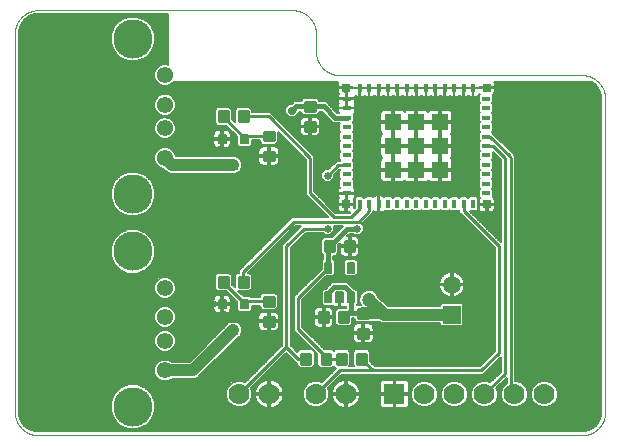
<source format=gtl>
G75*
%MOIN*%
%OFA0B0*%
%FSLAX25Y25*%
%IPPOS*%
%LPD*%
%AMOC8*
5,1,8,0,0,1.08239X$1,22.5*
%
%ADD10C,0.00000*%
%ADD11C,0.00984*%
%ADD12C,0.00787*%
%ADD13R,0.02756X0.02756*%
%ADD14R,0.01575X0.03150*%
%ADD15R,0.03150X0.01575*%
%ADD16R,0.05709X0.05709*%
%ADD17R,0.07000X0.07000*%
%ADD18C,0.07000*%
%ADD19C,0.13055*%
%ADD20C,0.05433*%
%ADD21R,0.05906X0.05906*%
%ADD22C,0.05906*%
%ADD23C,0.00689*%
%ADD24C,0.01600*%
%ADD25C,0.02775*%
%ADD26C,0.02578*%
%ADD27C,0.01000*%
%ADD28C,0.00600*%
%ADD29C,0.15811*%
%ADD30C,0.04000*%
%ADD31C,0.04724*%
D10*
X0072397Y0058146D02*
X0253499Y0058146D01*
X0253689Y0058148D01*
X0253879Y0058155D01*
X0254069Y0058167D01*
X0254259Y0058183D01*
X0254448Y0058203D01*
X0254637Y0058229D01*
X0254825Y0058258D01*
X0255012Y0058293D01*
X0255198Y0058332D01*
X0255383Y0058375D01*
X0255568Y0058423D01*
X0255751Y0058475D01*
X0255932Y0058531D01*
X0256112Y0058592D01*
X0256291Y0058658D01*
X0256468Y0058727D01*
X0256644Y0058801D01*
X0256817Y0058879D01*
X0256989Y0058962D01*
X0257158Y0059048D01*
X0257326Y0059138D01*
X0257491Y0059233D01*
X0257654Y0059331D01*
X0257814Y0059434D01*
X0257972Y0059540D01*
X0258127Y0059650D01*
X0258280Y0059763D01*
X0258430Y0059881D01*
X0258576Y0060002D01*
X0258720Y0060126D01*
X0258861Y0060254D01*
X0258999Y0060385D01*
X0259134Y0060520D01*
X0259265Y0060658D01*
X0259393Y0060799D01*
X0259517Y0060943D01*
X0259638Y0061089D01*
X0259756Y0061239D01*
X0259869Y0061392D01*
X0259979Y0061547D01*
X0260085Y0061705D01*
X0260188Y0061865D01*
X0260286Y0062028D01*
X0260381Y0062193D01*
X0260471Y0062361D01*
X0260557Y0062530D01*
X0260640Y0062702D01*
X0260718Y0062875D01*
X0260792Y0063051D01*
X0260861Y0063228D01*
X0260927Y0063407D01*
X0260988Y0063587D01*
X0261044Y0063768D01*
X0261096Y0063951D01*
X0261144Y0064136D01*
X0261187Y0064321D01*
X0261226Y0064507D01*
X0261261Y0064694D01*
X0261290Y0064882D01*
X0261316Y0065071D01*
X0261336Y0065260D01*
X0261352Y0065450D01*
X0261364Y0065640D01*
X0261371Y0065830D01*
X0261373Y0066020D01*
X0261373Y0170350D01*
X0261371Y0170540D01*
X0261364Y0170730D01*
X0261352Y0170920D01*
X0261336Y0171110D01*
X0261316Y0171299D01*
X0261290Y0171488D01*
X0261261Y0171676D01*
X0261226Y0171863D01*
X0261187Y0172049D01*
X0261144Y0172234D01*
X0261096Y0172419D01*
X0261044Y0172602D01*
X0260988Y0172783D01*
X0260927Y0172963D01*
X0260861Y0173142D01*
X0260792Y0173319D01*
X0260718Y0173495D01*
X0260640Y0173668D01*
X0260557Y0173840D01*
X0260471Y0174009D01*
X0260381Y0174177D01*
X0260286Y0174342D01*
X0260188Y0174505D01*
X0260085Y0174665D01*
X0259979Y0174823D01*
X0259869Y0174978D01*
X0259756Y0175131D01*
X0259638Y0175281D01*
X0259517Y0175427D01*
X0259393Y0175571D01*
X0259265Y0175712D01*
X0259134Y0175850D01*
X0258999Y0175985D01*
X0258861Y0176116D01*
X0258720Y0176244D01*
X0258576Y0176368D01*
X0258430Y0176489D01*
X0258280Y0176607D01*
X0258127Y0176720D01*
X0257972Y0176830D01*
X0257814Y0176936D01*
X0257654Y0177039D01*
X0257491Y0177137D01*
X0257326Y0177232D01*
X0257158Y0177322D01*
X0256989Y0177408D01*
X0256817Y0177491D01*
X0256644Y0177569D01*
X0256468Y0177643D01*
X0256291Y0177712D01*
X0256112Y0177778D01*
X0255932Y0177839D01*
X0255751Y0177895D01*
X0255568Y0177947D01*
X0255383Y0177995D01*
X0255198Y0178038D01*
X0255012Y0178077D01*
X0254825Y0178112D01*
X0254637Y0178141D01*
X0254448Y0178167D01*
X0254259Y0178187D01*
X0254069Y0178203D01*
X0253879Y0178215D01*
X0253689Y0178222D01*
X0253499Y0178224D01*
X0172791Y0178224D01*
X0172601Y0178226D01*
X0172411Y0178233D01*
X0172221Y0178245D01*
X0172031Y0178261D01*
X0171842Y0178281D01*
X0171653Y0178307D01*
X0171465Y0178336D01*
X0171278Y0178371D01*
X0171092Y0178410D01*
X0170907Y0178453D01*
X0170722Y0178501D01*
X0170539Y0178553D01*
X0170358Y0178609D01*
X0170178Y0178670D01*
X0169999Y0178736D01*
X0169822Y0178805D01*
X0169646Y0178879D01*
X0169473Y0178957D01*
X0169301Y0179040D01*
X0169132Y0179126D01*
X0168964Y0179216D01*
X0168799Y0179311D01*
X0168636Y0179409D01*
X0168476Y0179512D01*
X0168318Y0179618D01*
X0168163Y0179728D01*
X0168010Y0179841D01*
X0167860Y0179959D01*
X0167714Y0180080D01*
X0167570Y0180204D01*
X0167429Y0180332D01*
X0167291Y0180463D01*
X0167156Y0180598D01*
X0167025Y0180736D01*
X0166897Y0180877D01*
X0166773Y0181021D01*
X0166652Y0181167D01*
X0166534Y0181317D01*
X0166421Y0181470D01*
X0166311Y0181625D01*
X0166205Y0181783D01*
X0166102Y0181943D01*
X0166004Y0182106D01*
X0165909Y0182271D01*
X0165819Y0182439D01*
X0165733Y0182608D01*
X0165650Y0182780D01*
X0165572Y0182953D01*
X0165498Y0183129D01*
X0165429Y0183306D01*
X0165363Y0183485D01*
X0165302Y0183665D01*
X0165246Y0183846D01*
X0165194Y0184029D01*
X0165146Y0184214D01*
X0165103Y0184399D01*
X0165064Y0184585D01*
X0165029Y0184772D01*
X0165000Y0184960D01*
X0164974Y0185149D01*
X0164954Y0185338D01*
X0164938Y0185528D01*
X0164926Y0185718D01*
X0164919Y0185908D01*
X0164917Y0186098D01*
X0164917Y0192004D01*
X0164915Y0192194D01*
X0164908Y0192384D01*
X0164896Y0192574D01*
X0164880Y0192764D01*
X0164860Y0192953D01*
X0164834Y0193142D01*
X0164805Y0193330D01*
X0164770Y0193517D01*
X0164731Y0193703D01*
X0164688Y0193888D01*
X0164640Y0194073D01*
X0164588Y0194256D01*
X0164532Y0194437D01*
X0164471Y0194617D01*
X0164405Y0194796D01*
X0164336Y0194973D01*
X0164262Y0195149D01*
X0164184Y0195322D01*
X0164101Y0195494D01*
X0164015Y0195663D01*
X0163925Y0195831D01*
X0163830Y0195996D01*
X0163732Y0196159D01*
X0163629Y0196319D01*
X0163523Y0196477D01*
X0163413Y0196632D01*
X0163300Y0196785D01*
X0163182Y0196935D01*
X0163061Y0197081D01*
X0162937Y0197225D01*
X0162809Y0197366D01*
X0162678Y0197504D01*
X0162543Y0197639D01*
X0162405Y0197770D01*
X0162264Y0197898D01*
X0162120Y0198022D01*
X0161974Y0198143D01*
X0161824Y0198261D01*
X0161671Y0198374D01*
X0161516Y0198484D01*
X0161358Y0198590D01*
X0161198Y0198693D01*
X0161035Y0198791D01*
X0160870Y0198886D01*
X0160702Y0198976D01*
X0160533Y0199062D01*
X0160361Y0199145D01*
X0160188Y0199223D01*
X0160012Y0199297D01*
X0159835Y0199366D01*
X0159656Y0199432D01*
X0159476Y0199493D01*
X0159295Y0199549D01*
X0159112Y0199601D01*
X0158927Y0199649D01*
X0158742Y0199692D01*
X0158556Y0199731D01*
X0158369Y0199766D01*
X0158181Y0199795D01*
X0157992Y0199821D01*
X0157803Y0199841D01*
X0157613Y0199857D01*
X0157423Y0199869D01*
X0157233Y0199876D01*
X0157043Y0199878D01*
X0072397Y0199878D01*
X0072207Y0199876D01*
X0072017Y0199869D01*
X0071827Y0199857D01*
X0071637Y0199841D01*
X0071448Y0199821D01*
X0071259Y0199795D01*
X0071071Y0199766D01*
X0070884Y0199731D01*
X0070698Y0199692D01*
X0070513Y0199649D01*
X0070328Y0199601D01*
X0070145Y0199549D01*
X0069964Y0199493D01*
X0069784Y0199432D01*
X0069605Y0199366D01*
X0069428Y0199297D01*
X0069252Y0199223D01*
X0069079Y0199145D01*
X0068907Y0199062D01*
X0068738Y0198976D01*
X0068570Y0198886D01*
X0068405Y0198791D01*
X0068242Y0198693D01*
X0068082Y0198590D01*
X0067924Y0198484D01*
X0067769Y0198374D01*
X0067616Y0198261D01*
X0067466Y0198143D01*
X0067320Y0198022D01*
X0067176Y0197898D01*
X0067035Y0197770D01*
X0066897Y0197639D01*
X0066762Y0197504D01*
X0066631Y0197366D01*
X0066503Y0197225D01*
X0066379Y0197081D01*
X0066258Y0196935D01*
X0066140Y0196785D01*
X0066027Y0196632D01*
X0065917Y0196477D01*
X0065811Y0196319D01*
X0065708Y0196159D01*
X0065610Y0195996D01*
X0065515Y0195831D01*
X0065425Y0195663D01*
X0065339Y0195494D01*
X0065256Y0195322D01*
X0065178Y0195149D01*
X0065104Y0194973D01*
X0065035Y0194796D01*
X0064969Y0194617D01*
X0064908Y0194437D01*
X0064852Y0194256D01*
X0064800Y0194073D01*
X0064752Y0193888D01*
X0064709Y0193703D01*
X0064670Y0193517D01*
X0064635Y0193330D01*
X0064606Y0193142D01*
X0064580Y0192953D01*
X0064560Y0192764D01*
X0064544Y0192574D01*
X0064532Y0192384D01*
X0064525Y0192194D01*
X0064523Y0192004D01*
X0064523Y0066020D01*
X0064525Y0065830D01*
X0064532Y0065640D01*
X0064544Y0065450D01*
X0064560Y0065260D01*
X0064580Y0065071D01*
X0064606Y0064882D01*
X0064635Y0064694D01*
X0064670Y0064507D01*
X0064709Y0064321D01*
X0064752Y0064136D01*
X0064800Y0063951D01*
X0064852Y0063768D01*
X0064908Y0063587D01*
X0064969Y0063407D01*
X0065035Y0063228D01*
X0065104Y0063051D01*
X0065178Y0062875D01*
X0065256Y0062702D01*
X0065339Y0062530D01*
X0065425Y0062361D01*
X0065515Y0062193D01*
X0065610Y0062028D01*
X0065708Y0061865D01*
X0065811Y0061705D01*
X0065917Y0061547D01*
X0066027Y0061392D01*
X0066140Y0061239D01*
X0066258Y0061089D01*
X0066379Y0060943D01*
X0066503Y0060799D01*
X0066631Y0060658D01*
X0066762Y0060520D01*
X0066897Y0060385D01*
X0067035Y0060254D01*
X0067176Y0060126D01*
X0067320Y0060002D01*
X0067466Y0059881D01*
X0067616Y0059763D01*
X0067769Y0059650D01*
X0067924Y0059540D01*
X0068082Y0059434D01*
X0068242Y0059331D01*
X0068405Y0059233D01*
X0068570Y0059138D01*
X0068738Y0059048D01*
X0068907Y0058962D01*
X0069079Y0058879D01*
X0069252Y0058801D01*
X0069428Y0058727D01*
X0069605Y0058658D01*
X0069784Y0058592D01*
X0069964Y0058531D01*
X0070145Y0058475D01*
X0070328Y0058423D01*
X0070513Y0058375D01*
X0070698Y0058332D01*
X0070884Y0058293D01*
X0071071Y0058258D01*
X0071259Y0058229D01*
X0071448Y0058203D01*
X0071637Y0058183D01*
X0071827Y0058167D01*
X0072017Y0058155D01*
X0072207Y0058148D01*
X0072397Y0058146D01*
D11*
X0150842Y0094662D02*
X0150842Y0097614D01*
X0150842Y0094662D02*
X0147496Y0094662D01*
X0147496Y0097614D01*
X0150842Y0097614D01*
X0150842Y0095597D02*
X0147496Y0095597D01*
X0147496Y0096532D02*
X0150842Y0096532D01*
X0150842Y0097467D02*
X0147496Y0097467D01*
X0150842Y0101355D02*
X0150842Y0104307D01*
X0150842Y0101355D02*
X0147496Y0101355D01*
X0147496Y0104307D01*
X0150842Y0104307D01*
X0150842Y0102290D02*
X0147496Y0102290D01*
X0147496Y0103225D02*
X0150842Y0103225D01*
X0150842Y0104160D02*
X0147496Y0104160D01*
X0142180Y0111000D02*
X0139228Y0111000D01*
X0142180Y0111000D02*
X0142180Y0107654D01*
X0139228Y0107654D01*
X0139228Y0111000D01*
X0139228Y0108589D02*
X0142180Y0108589D01*
X0142180Y0109524D02*
X0139228Y0109524D01*
X0139228Y0110459D02*
X0142180Y0110459D01*
X0135487Y0111000D02*
X0132535Y0111000D01*
X0135487Y0111000D02*
X0135487Y0107654D01*
X0132535Y0107654D01*
X0132535Y0111000D01*
X0132535Y0108589D02*
X0135487Y0108589D01*
X0135487Y0109524D02*
X0132535Y0109524D01*
X0132535Y0110459D02*
X0135487Y0110459D01*
X0166000Y0099189D02*
X0168952Y0099189D01*
X0168952Y0095843D01*
X0166000Y0095843D01*
X0166000Y0099189D01*
X0166000Y0096778D02*
X0168952Y0096778D01*
X0168952Y0097713D02*
X0166000Y0097713D01*
X0166000Y0098648D02*
X0168952Y0098648D01*
X0172693Y0099189D02*
X0175645Y0099189D01*
X0175645Y0095843D01*
X0172693Y0095843D01*
X0172693Y0099189D01*
X0172693Y0096778D02*
X0175645Y0096778D01*
X0175645Y0097713D02*
X0172693Y0097713D01*
X0172693Y0098648D02*
X0175645Y0098648D01*
X0178992Y0097418D02*
X0178992Y0100370D01*
X0182338Y0100370D01*
X0182338Y0097418D01*
X0178992Y0097418D01*
X0178992Y0098353D02*
X0182338Y0098353D01*
X0182338Y0099288D02*
X0178992Y0099288D01*
X0178992Y0100223D02*
X0182338Y0100223D01*
X0178992Y0093677D02*
X0178992Y0090725D01*
X0178992Y0093677D02*
X0182338Y0093677D01*
X0182338Y0090725D01*
X0178992Y0090725D01*
X0178992Y0091660D02*
X0182338Y0091660D01*
X0182338Y0092595D02*
X0178992Y0092595D01*
X0178992Y0093530D02*
X0182338Y0093530D01*
X0181550Y0085409D02*
X0178598Y0085409D01*
X0181550Y0085409D02*
X0181550Y0082063D01*
X0178598Y0082063D01*
X0178598Y0085409D01*
X0178598Y0082998D02*
X0181550Y0082998D01*
X0181550Y0083933D02*
X0178598Y0083933D01*
X0178598Y0084868D02*
X0181550Y0084868D01*
X0174857Y0085409D02*
X0171905Y0085409D01*
X0174857Y0085409D02*
X0174857Y0082063D01*
X0171905Y0082063D01*
X0171905Y0085409D01*
X0171905Y0082998D02*
X0174857Y0082998D01*
X0174857Y0083933D02*
X0171905Y0083933D01*
X0171905Y0084868D02*
X0174857Y0084868D01*
X0169739Y0082063D02*
X0166787Y0082063D01*
X0166787Y0085409D01*
X0169739Y0085409D01*
X0169739Y0082063D01*
X0169739Y0082998D02*
X0166787Y0082998D01*
X0166787Y0083933D02*
X0169739Y0083933D01*
X0169739Y0084868D02*
X0166787Y0084868D01*
X0163046Y0082063D02*
X0160094Y0082063D01*
X0160094Y0085409D01*
X0163046Y0085409D01*
X0163046Y0082063D01*
X0163046Y0082998D02*
X0160094Y0082998D01*
X0160094Y0083933D02*
X0163046Y0083933D01*
X0163046Y0084868D02*
X0160094Y0084868D01*
X0167968Y0119465D02*
X0170920Y0119465D01*
X0167968Y0119465D02*
X0167968Y0122811D01*
X0170920Y0122811D01*
X0170920Y0119465D01*
X0170920Y0120400D02*
X0167968Y0120400D01*
X0167968Y0121335D02*
X0170920Y0121335D01*
X0170920Y0122270D02*
X0167968Y0122270D01*
X0174661Y0119465D02*
X0177613Y0119465D01*
X0174661Y0119465D02*
X0174661Y0122811D01*
X0177613Y0122811D01*
X0177613Y0119465D01*
X0177613Y0120400D02*
X0174661Y0120400D01*
X0174661Y0121335D02*
X0177613Y0121335D01*
X0177613Y0122270D02*
X0174661Y0122270D01*
X0150842Y0149780D02*
X0150842Y0152732D01*
X0150842Y0149780D02*
X0147496Y0149780D01*
X0147496Y0152732D01*
X0150842Y0152732D01*
X0150842Y0150715D02*
X0147496Y0150715D01*
X0147496Y0151650D02*
X0150842Y0151650D01*
X0150842Y0152585D02*
X0147496Y0152585D01*
X0150842Y0156473D02*
X0150842Y0159425D01*
X0150842Y0156473D02*
X0147496Y0156473D01*
X0147496Y0159425D01*
X0150842Y0159425D01*
X0150842Y0157408D02*
X0147496Y0157408D01*
X0147496Y0158343D02*
X0150842Y0158343D01*
X0150842Y0159278D02*
X0147496Y0159278D01*
X0142180Y0166118D02*
X0139228Y0166118D01*
X0142180Y0166118D02*
X0142180Y0162772D01*
X0139228Y0162772D01*
X0139228Y0166118D01*
X0139228Y0163707D02*
X0142180Y0163707D01*
X0142180Y0164642D02*
X0139228Y0164642D01*
X0139228Y0165577D02*
X0142180Y0165577D01*
X0135487Y0166118D02*
X0132535Y0166118D01*
X0135487Y0166118D02*
X0135487Y0162772D01*
X0132535Y0162772D01*
X0132535Y0166118D01*
X0132535Y0163707D02*
X0135487Y0163707D01*
X0135487Y0164642D02*
X0132535Y0164642D01*
X0132535Y0165577D02*
X0135487Y0165577D01*
X0161275Y0166315D02*
X0161275Y0169267D01*
X0164621Y0169267D01*
X0164621Y0166315D01*
X0161275Y0166315D01*
X0161275Y0167250D02*
X0164621Y0167250D01*
X0164621Y0168185D02*
X0161275Y0168185D01*
X0161275Y0169120D02*
X0164621Y0169120D01*
X0161275Y0162574D02*
X0161275Y0159622D01*
X0161275Y0162574D02*
X0164621Y0162574D01*
X0164621Y0159622D01*
X0161275Y0159622D01*
X0161275Y0160557D02*
X0164621Y0160557D01*
X0164621Y0161492D02*
X0161275Y0161492D01*
X0161275Y0162427D02*
X0164621Y0162427D01*
D12*
X0142280Y0158343D02*
X0139916Y0158343D01*
X0142280Y0158343D02*
X0142280Y0155587D01*
X0139916Y0155587D01*
X0139916Y0158343D01*
X0139916Y0156335D02*
X0142280Y0156335D01*
X0142280Y0157083D02*
X0139916Y0157083D01*
X0139916Y0157831D02*
X0142280Y0157831D01*
X0134799Y0158343D02*
X0132435Y0158343D01*
X0134799Y0158343D02*
X0134799Y0155587D01*
X0132435Y0155587D01*
X0132435Y0158343D01*
X0132435Y0156335D02*
X0134799Y0156335D01*
X0134799Y0157083D02*
X0132435Y0157083D01*
X0132435Y0157831D02*
X0134799Y0157831D01*
X0136176Y0149681D02*
X0138540Y0149681D01*
X0138540Y0146925D01*
X0136176Y0146925D01*
X0136176Y0149681D01*
X0136176Y0147673D02*
X0138540Y0147673D01*
X0138540Y0148421D02*
X0136176Y0148421D01*
X0136176Y0149169D02*
X0138540Y0149169D01*
X0139916Y0103224D02*
X0142280Y0103224D01*
X0142280Y0100468D01*
X0139916Y0100468D01*
X0139916Y0103224D01*
X0139916Y0101216D02*
X0142280Y0101216D01*
X0142280Y0101964D02*
X0139916Y0101964D01*
X0139916Y0102712D02*
X0142280Y0102712D01*
X0134799Y0103224D02*
X0132435Y0103224D01*
X0134799Y0103224D02*
X0134799Y0100468D01*
X0132435Y0100468D01*
X0132435Y0103224D01*
X0132435Y0101216D02*
X0134799Y0101216D01*
X0134799Y0101964D02*
X0132435Y0101964D01*
X0132435Y0102712D02*
X0134799Y0102712D01*
X0136176Y0094563D02*
X0138540Y0094563D01*
X0138540Y0091807D01*
X0136176Y0091807D01*
X0136176Y0094563D01*
X0136176Y0092555D02*
X0138540Y0092555D01*
X0138540Y0093303D02*
X0136176Y0093303D01*
X0136176Y0094051D02*
X0138540Y0094051D01*
D13*
X0174956Y0135114D03*
X0221806Y0135114D03*
X0221806Y0174091D03*
X0174956Y0174091D03*
D14*
X0179484Y0173894D03*
X0182633Y0173894D03*
X0185783Y0173894D03*
X0188932Y0173894D03*
X0192082Y0173894D03*
X0195232Y0173894D03*
X0198381Y0173894D03*
X0201531Y0173894D03*
X0204680Y0173894D03*
X0207830Y0173894D03*
X0210980Y0173894D03*
X0214129Y0173894D03*
X0217279Y0173894D03*
X0217279Y0135311D03*
X0214129Y0135311D03*
X0210980Y0135311D03*
X0207830Y0135311D03*
X0204680Y0135311D03*
X0201531Y0135311D03*
X0198381Y0135311D03*
X0195232Y0135311D03*
X0192082Y0135311D03*
X0188932Y0135311D03*
X0185783Y0135311D03*
X0182633Y0135311D03*
X0179484Y0135311D03*
D15*
X0175153Y0138854D03*
X0175153Y0142004D03*
X0175153Y0145154D03*
X0175153Y0148303D03*
X0175153Y0151453D03*
X0175153Y0154602D03*
X0175153Y0157752D03*
X0175153Y0160902D03*
X0175153Y0164051D03*
X0175153Y0167201D03*
X0175153Y0170350D03*
X0221610Y0170350D03*
X0221610Y0167201D03*
X0221610Y0164051D03*
X0221610Y0160902D03*
X0221610Y0157752D03*
X0221610Y0154602D03*
X0221610Y0151453D03*
X0221610Y0148303D03*
X0221610Y0145154D03*
X0221610Y0142004D03*
X0221610Y0138854D03*
D16*
X0206255Y0146728D03*
X0198381Y0146728D03*
X0190507Y0146728D03*
X0190507Y0154602D03*
X0198381Y0154602D03*
X0206255Y0154602D03*
X0206255Y0162476D03*
X0198381Y0162476D03*
X0190507Y0162476D03*
D17*
X0191098Y0071925D03*
D18*
X0201098Y0071925D03*
X0211098Y0071925D03*
X0221098Y0071925D03*
X0231098Y0071925D03*
X0241098Y0071925D03*
X0174917Y0071925D03*
X0164917Y0071925D03*
X0149326Y0071925D03*
X0139326Y0071925D03*
D19*
X0103893Y0067713D03*
X0103893Y0119445D03*
X0103893Y0138579D03*
X0103893Y0190311D03*
D20*
X0114562Y0178224D03*
X0114562Y0168382D03*
X0114562Y0160508D03*
X0114562Y0150665D03*
X0114562Y0107358D03*
X0114562Y0097516D03*
X0114562Y0089642D03*
X0114562Y0079799D03*
D21*
X0210192Y0098421D03*
D22*
X0210192Y0108421D03*
D23*
X0177565Y0102585D02*
X0175497Y0102585D01*
X0175497Y0105833D01*
X0177565Y0105833D01*
X0177565Y0102585D01*
X0177565Y0103240D02*
X0175497Y0103240D01*
X0175497Y0103895D02*
X0177565Y0103895D01*
X0177565Y0104550D02*
X0175497Y0104550D01*
X0175497Y0105205D02*
X0177565Y0105205D01*
X0173825Y0102585D02*
X0171757Y0102585D01*
X0171757Y0105833D01*
X0173825Y0105833D01*
X0173825Y0102585D01*
X0173825Y0103240D02*
X0171757Y0103240D01*
X0171757Y0103895D02*
X0173825Y0103895D01*
X0173825Y0104550D02*
X0171757Y0104550D01*
X0171757Y0105205D02*
X0173825Y0105205D01*
X0170084Y0102585D02*
X0168016Y0102585D01*
X0168016Y0105833D01*
X0170084Y0105833D01*
X0170084Y0102585D01*
X0170084Y0103240D02*
X0168016Y0103240D01*
X0168016Y0103895D02*
X0170084Y0103895D01*
X0170084Y0104550D02*
X0168016Y0104550D01*
X0168016Y0105205D02*
X0170084Y0105205D01*
X0170084Y0112427D02*
X0168016Y0112427D01*
X0168016Y0115675D01*
X0170084Y0115675D01*
X0170084Y0112427D01*
X0170084Y0113082D02*
X0168016Y0113082D01*
X0168016Y0113737D02*
X0170084Y0113737D01*
X0170084Y0114392D02*
X0168016Y0114392D01*
X0168016Y0115047D02*
X0170084Y0115047D01*
X0175497Y0112427D02*
X0177565Y0112427D01*
X0175497Y0112427D02*
X0175497Y0115675D01*
X0177565Y0115675D01*
X0177565Y0112427D01*
X0177565Y0113082D02*
X0175497Y0113082D01*
X0175497Y0113737D02*
X0177565Y0113737D01*
X0177565Y0114392D02*
X0175497Y0114392D01*
X0175497Y0115047D02*
X0177565Y0115047D01*
D24*
X0169050Y0114051D02*
X0169050Y0120744D01*
X0169444Y0121138D01*
X0175350Y0127043D01*
X0178696Y0127043D01*
X0174547Y0107577D02*
X0171035Y0107577D01*
X0169050Y0105593D01*
X0169050Y0104209D01*
X0174547Y0107577D02*
X0176531Y0105593D01*
X0176531Y0104209D01*
X0176531Y0099878D01*
X0174169Y0097516D01*
X0175547Y0098894D01*
X0180665Y0098894D01*
X0175153Y0164051D02*
X0171216Y0164051D01*
X0167476Y0167791D01*
X0162948Y0167791D01*
X0158421Y0167791D01*
X0157043Y0166413D01*
D25*
X0157043Y0166413D03*
D26*
X0168854Y0162476D03*
X0170822Y0170350D03*
X0182633Y0166413D03*
X0182633Y0158539D03*
X0182633Y0150665D03*
X0182633Y0142791D03*
X0194444Y0140823D03*
X0202318Y0140823D03*
X0214129Y0142791D03*
X0214129Y0150665D03*
X0214129Y0158539D03*
X0214129Y0166413D03*
X0202318Y0168382D03*
X0194444Y0168382D03*
X0227909Y0174287D03*
X0245625Y0148697D03*
X0222003Y0130980D03*
X0186570Y0130980D03*
X0178696Y0127043D03*
X0180665Y0121138D03*
X0168854Y0127043D03*
X0171291Y0135480D03*
X0168854Y0144760D03*
X0149169Y0146728D03*
X0132554Y0153177D03*
X0129484Y0156571D03*
X0129484Y0160508D03*
X0117673Y0156571D03*
X0068460Y0134917D03*
X0130586Y0102083D03*
X0130586Y0098146D03*
X0134523Y0098146D03*
X0149169Y0091610D03*
X0162948Y0097516D03*
X0186570Y0091610D03*
X0157043Y0073894D03*
X0151137Y0079799D03*
X0139326Y0079799D03*
X0117673Y0085705D03*
X0225940Y0066020D03*
X0251531Y0067988D03*
X0249562Y0087673D03*
X0076334Y0190035D03*
D27*
X0134011Y0164445D02*
X0141098Y0157358D01*
X0141098Y0156965D01*
X0142082Y0157949D01*
X0149169Y0157949D01*
X0149169Y0164445D02*
X0140704Y0164445D01*
X0149169Y0164445D02*
X0162948Y0150665D01*
X0162948Y0138854D01*
X0170770Y0131032D01*
X0176728Y0131032D01*
X0179484Y0133788D01*
X0179484Y0135311D01*
X0182633Y0135311D02*
X0182633Y0132949D01*
X0179117Y0129432D01*
X0157463Y0129432D01*
X0140704Y0112673D01*
X0140704Y0109327D01*
X0134011Y0109327D02*
X0141098Y0102240D01*
X0141098Y0101846D01*
X0142082Y0102831D01*
X0149169Y0102831D01*
X0159011Y0104012D02*
X0159011Y0093579D01*
X0168854Y0083736D01*
X0173381Y0083736D01*
X0168854Y0083736D02*
X0168263Y0083736D01*
X0161570Y0083736D02*
X0159011Y0083736D01*
X0155074Y0087673D01*
X0155074Y0121138D01*
X0160980Y0127043D01*
X0168854Y0127043D01*
X0169050Y0114051D02*
X0159011Y0104012D01*
X0155074Y0087673D02*
X0139326Y0071925D01*
X0164917Y0071925D02*
X0172791Y0079799D01*
X0184011Y0079799D01*
X0184602Y0079799D01*
X0220035Y0079799D01*
X0225940Y0085705D01*
X0225940Y0121138D01*
X0214129Y0132949D01*
X0214129Y0135311D01*
X0227909Y0150665D02*
X0227909Y0078736D01*
X0221098Y0071925D01*
X0229877Y0073146D02*
X0229877Y0150665D01*
X0229509Y0151034D01*
X0229509Y0151328D01*
X0223085Y0157752D01*
X0221610Y0157752D01*
X0221610Y0154602D02*
X0223972Y0154602D01*
X0227909Y0150665D01*
X0175153Y0148303D02*
X0172397Y0148303D01*
X0168854Y0144760D01*
X0180074Y0083736D02*
X0184011Y0079799D01*
X0229877Y0073146D02*
X0231098Y0071925D01*
D28*
X0069412Y0060162D02*
X0067748Y0061371D01*
X0066539Y0063035D01*
X0065904Y0064991D01*
X0065823Y0066020D01*
X0065823Y0192004D01*
X0065904Y0193032D01*
X0066539Y0194988D01*
X0067748Y0196652D01*
X0069412Y0197861D01*
X0071369Y0198497D01*
X0072397Y0198578D01*
X0115704Y0198578D01*
X0115704Y0181666D01*
X0115282Y0181841D01*
X0113843Y0181841D01*
X0112514Y0181290D01*
X0111496Y0180273D01*
X0110946Y0178944D01*
X0110946Y0177505D01*
X0111496Y0176176D01*
X0112514Y0175158D01*
X0113843Y0174608D01*
X0115282Y0174608D01*
X0116611Y0175158D01*
X0117408Y0175956D01*
X0172363Y0175956D01*
X0172278Y0175640D01*
X0172278Y0174391D01*
X0174656Y0174391D01*
X0174656Y0173791D01*
X0172278Y0173791D01*
X0172278Y0172541D01*
X0172367Y0172211D01*
X0172532Y0171925D01*
X0172367Y0171640D01*
X0172278Y0171309D01*
X0172278Y0170444D01*
X0175059Y0170444D01*
X0175059Y0170257D01*
X0172278Y0170257D01*
X0172278Y0169392D01*
X0172367Y0169061D01*
X0172532Y0168776D01*
X0172367Y0168490D01*
X0172278Y0168159D01*
X0172278Y0167294D01*
X0175059Y0167294D01*
X0175059Y0167107D01*
X0172278Y0167107D01*
X0172278Y0166242D01*
X0172367Y0165912D01*
X0172459Y0165751D01*
X0171920Y0165751D01*
X0168180Y0169491D01*
X0166013Y0169491D01*
X0166013Y0169844D01*
X0165198Y0170660D01*
X0160698Y0170660D01*
X0159883Y0169844D01*
X0159883Y0169491D01*
X0157716Y0169491D01*
X0156926Y0168701D01*
X0156095Y0168701D01*
X0154755Y0167361D01*
X0154755Y0165466D01*
X0156095Y0164126D01*
X0157990Y0164126D01*
X0159330Y0165466D01*
X0159330Y0166091D01*
X0159883Y0166091D01*
X0159883Y0165738D01*
X0160698Y0164923D01*
X0165198Y0164923D01*
X0166013Y0165738D01*
X0166013Y0166091D01*
X0166771Y0166091D01*
X0170512Y0162351D01*
X0172967Y0162351D01*
X0172678Y0162062D01*
X0172678Y0159741D01*
X0173093Y0159327D01*
X0172678Y0158912D01*
X0172678Y0156592D01*
X0173093Y0156177D01*
X0172678Y0155763D01*
X0172678Y0153442D01*
X0173093Y0153028D01*
X0172678Y0152613D01*
X0172678Y0150293D01*
X0173093Y0149878D01*
X0172918Y0149703D01*
X0171817Y0149703D01*
X0169063Y0146949D01*
X0167947Y0146949D01*
X0166665Y0145667D01*
X0166665Y0143853D01*
X0167947Y0142571D01*
X0169760Y0142571D01*
X0171043Y0143853D01*
X0171043Y0144969D01*
X0172947Y0146874D01*
X0173093Y0146728D01*
X0172678Y0146314D01*
X0172678Y0143993D01*
X0173093Y0143579D01*
X0172678Y0143164D01*
X0172678Y0140844D01*
X0172818Y0140704D01*
X0172780Y0140682D01*
X0172538Y0140440D01*
X0172367Y0140144D01*
X0172278Y0139813D01*
X0172278Y0138948D01*
X0175059Y0138948D01*
X0175059Y0138761D01*
X0172278Y0138761D01*
X0172278Y0137896D01*
X0172367Y0137565D01*
X0172532Y0137280D01*
X0172367Y0136994D01*
X0172278Y0136663D01*
X0172278Y0135414D01*
X0174656Y0135414D01*
X0174656Y0134814D01*
X0175256Y0134814D01*
X0175256Y0132436D01*
X0176152Y0132436D01*
X0176148Y0132432D01*
X0171350Y0132432D01*
X0164348Y0139434D01*
X0164348Y0151245D01*
X0149748Y0165845D01*
X0148589Y0165845D01*
X0143573Y0165845D01*
X0143573Y0166695D01*
X0142757Y0167510D01*
X0138651Y0167510D01*
X0137836Y0166695D01*
X0137836Y0162600D01*
X0136880Y0163556D01*
X0136880Y0166695D01*
X0136064Y0167510D01*
X0131958Y0167510D01*
X0131143Y0166695D01*
X0131143Y0162195D01*
X0131958Y0161380D01*
X0135097Y0161380D01*
X0138623Y0157853D01*
X0138623Y0155051D01*
X0139381Y0154293D01*
X0142815Y0154293D01*
X0143573Y0155051D01*
X0143573Y0156549D01*
X0146103Y0156549D01*
X0146103Y0155896D01*
X0146919Y0155080D01*
X0151418Y0155080D01*
X0152234Y0155896D01*
X0152234Y0159400D01*
X0161548Y0150085D01*
X0161548Y0138274D01*
X0162368Y0137454D01*
X0168990Y0130832D01*
X0156883Y0130832D01*
X0156063Y0130012D01*
X0139304Y0113253D01*
X0139304Y0112392D01*
X0138651Y0112392D01*
X0137836Y0111577D01*
X0137836Y0107482D01*
X0136880Y0108438D01*
X0136880Y0111577D01*
X0136064Y0112392D01*
X0131958Y0112392D01*
X0131143Y0111577D01*
X0131143Y0107077D01*
X0131958Y0106261D01*
X0135097Y0106261D01*
X0138623Y0102735D01*
X0138623Y0099933D01*
X0139381Y0099175D01*
X0142815Y0099175D01*
X0143573Y0099933D01*
X0143573Y0101431D01*
X0146103Y0101431D01*
X0146103Y0100778D01*
X0146919Y0099962D01*
X0151418Y0099962D01*
X0152234Y0100778D01*
X0152234Y0104884D01*
X0151418Y0105699D01*
X0146919Y0105699D01*
X0146103Y0104884D01*
X0146103Y0104231D01*
X0143102Y0104231D01*
X0142815Y0104518D01*
X0140800Y0104518D01*
X0139056Y0106261D01*
X0142757Y0106261D01*
X0143573Y0107077D01*
X0143573Y0111577D01*
X0142757Y0112392D01*
X0142403Y0112392D01*
X0158043Y0128032D01*
X0159989Y0128032D01*
X0154494Y0122538D01*
X0153674Y0121718D01*
X0153674Y0088253D01*
X0141294Y0075873D01*
X0140201Y0076325D01*
X0138451Y0076325D01*
X0136834Y0075655D01*
X0135596Y0074418D01*
X0134926Y0072800D01*
X0134926Y0071050D01*
X0135596Y0069433D01*
X0136834Y0068195D01*
X0138451Y0067525D01*
X0140201Y0067525D01*
X0141818Y0068195D01*
X0143056Y0069433D01*
X0143726Y0071050D01*
X0143726Y0072800D01*
X0143274Y0073893D01*
X0155074Y0085693D01*
X0158431Y0082336D01*
X0158702Y0082336D01*
X0158702Y0081486D01*
X0159517Y0080671D01*
X0163623Y0080671D01*
X0164439Y0081486D01*
X0164439Y0085986D01*
X0163623Y0086802D01*
X0159517Y0086802D01*
X0158721Y0086006D01*
X0156474Y0088253D01*
X0156474Y0120558D01*
X0161559Y0125643D01*
X0167158Y0125643D01*
X0167947Y0124854D01*
X0169760Y0124854D01*
X0171043Y0126137D01*
X0171043Y0127950D01*
X0170960Y0128032D01*
X0173935Y0128032D01*
X0173650Y0127747D01*
X0170105Y0124203D01*
X0167391Y0124203D01*
X0166576Y0123388D01*
X0166576Y0118888D01*
X0167350Y0118113D01*
X0167350Y0116769D01*
X0166773Y0116191D01*
X0166773Y0113753D01*
X0158431Y0105412D01*
X0157611Y0104592D01*
X0157611Y0092999D01*
X0158431Y0092179D01*
X0165395Y0085215D01*
X0165395Y0081486D01*
X0166210Y0080671D01*
X0170316Y0080671D01*
X0170822Y0081177D01*
X0171328Y0080671D01*
X0171682Y0080671D01*
X0166884Y0075873D01*
X0165792Y0076325D01*
X0164041Y0076325D01*
X0162424Y0075655D01*
X0161186Y0074418D01*
X0160517Y0072800D01*
X0160517Y0071050D01*
X0161186Y0069433D01*
X0162424Y0068195D01*
X0164041Y0067525D01*
X0165792Y0067525D01*
X0167409Y0068195D01*
X0168647Y0069433D01*
X0169317Y0071050D01*
X0169317Y0072800D01*
X0168864Y0073893D01*
X0173371Y0078399D01*
X0220615Y0078399D01*
X0221435Y0079219D01*
X0221435Y0079219D01*
X0226509Y0084293D01*
X0226509Y0079316D01*
X0223065Y0075873D01*
X0221973Y0076325D01*
X0220222Y0076325D01*
X0218605Y0075655D01*
X0217368Y0074418D01*
X0216698Y0072800D01*
X0216698Y0071050D01*
X0217368Y0069433D01*
X0218605Y0068195D01*
X0220222Y0067525D01*
X0221973Y0067525D01*
X0223590Y0068195D01*
X0224828Y0069433D01*
X0225498Y0071050D01*
X0225498Y0072800D01*
X0225045Y0073893D01*
X0228477Y0077325D01*
X0228477Y0075527D01*
X0227368Y0074418D01*
X0226698Y0072800D01*
X0226698Y0071050D01*
X0227368Y0069433D01*
X0228605Y0068195D01*
X0230222Y0067525D01*
X0231973Y0067525D01*
X0233590Y0068195D01*
X0234828Y0069433D01*
X0235498Y0071050D01*
X0235498Y0072800D01*
X0234828Y0074418D01*
X0233590Y0075655D01*
X0231973Y0076325D01*
X0231277Y0076325D01*
X0231277Y0151245D01*
X0230909Y0151614D01*
X0230909Y0151908D01*
X0224084Y0158732D01*
X0224084Y0158912D01*
X0223670Y0159327D01*
X0224084Y0159741D01*
X0224084Y0162062D01*
X0223670Y0162476D01*
X0224084Y0162891D01*
X0224084Y0165211D01*
X0223670Y0165626D01*
X0224084Y0166041D01*
X0224084Y0168361D01*
X0223670Y0168776D01*
X0224084Y0169190D01*
X0224084Y0171511D01*
X0223945Y0171650D01*
X0223983Y0171672D01*
X0224225Y0171914D01*
X0224396Y0172211D01*
X0224484Y0172541D01*
X0224484Y0173791D01*
X0222106Y0173791D01*
X0222106Y0174391D01*
X0224484Y0174391D01*
X0224484Y0175640D01*
X0224400Y0175956D01*
X0256831Y0175956D01*
X0258148Y0174999D01*
X0259357Y0173335D01*
X0259992Y0171379D01*
X0260073Y0170350D01*
X0260073Y0066020D01*
X0259992Y0064991D01*
X0259357Y0063035D01*
X0258148Y0061371D01*
X0256484Y0060162D01*
X0254528Y0059527D01*
X0253499Y0059446D01*
X0072397Y0059446D01*
X0071369Y0059527D01*
X0069412Y0060162D01*
X0068893Y0060540D02*
X0101801Y0060540D01*
X0102416Y0060285D02*
X0105370Y0060285D01*
X0108100Y0061416D01*
X0110190Y0063505D01*
X0111321Y0066235D01*
X0111321Y0069190D01*
X0110190Y0071920D01*
X0108100Y0074009D01*
X0105370Y0075140D01*
X0102416Y0075140D01*
X0099686Y0074009D01*
X0097596Y0071920D01*
X0096465Y0069190D01*
X0096465Y0066235D01*
X0097596Y0063505D01*
X0099686Y0061416D01*
X0102416Y0060285D01*
X0100356Y0061138D02*
X0068069Y0061138D01*
X0067483Y0061737D02*
X0099365Y0061737D01*
X0098766Y0062335D02*
X0067048Y0062335D01*
X0066613Y0062934D02*
X0098168Y0062934D01*
X0097585Y0063532D02*
X0066378Y0063532D01*
X0066183Y0064131D02*
X0097337Y0064131D01*
X0097089Y0064729D02*
X0065989Y0064729D01*
X0065877Y0065328D02*
X0096841Y0065328D01*
X0096593Y0065926D02*
X0065830Y0065926D01*
X0065823Y0066525D02*
X0096465Y0066525D01*
X0096465Y0067123D02*
X0065823Y0067123D01*
X0065823Y0067722D02*
X0096465Y0067722D01*
X0096465Y0068320D02*
X0065823Y0068320D01*
X0065823Y0068919D02*
X0096465Y0068919D01*
X0096601Y0069517D02*
X0065823Y0069517D01*
X0065823Y0070116D02*
X0096849Y0070116D01*
X0097097Y0070714D02*
X0065823Y0070714D01*
X0065823Y0071313D02*
X0097345Y0071313D01*
X0097593Y0071911D02*
X0065823Y0071911D01*
X0065823Y0072510D02*
X0098186Y0072510D01*
X0098785Y0073108D02*
X0065823Y0073108D01*
X0065823Y0073707D02*
X0099383Y0073707D01*
X0100400Y0074305D02*
X0065823Y0074305D01*
X0065823Y0074904D02*
X0101845Y0074904D01*
X0105941Y0074904D02*
X0136082Y0074904D01*
X0135549Y0074305D02*
X0107385Y0074305D01*
X0108403Y0073707D02*
X0135302Y0073707D01*
X0135054Y0073108D02*
X0109001Y0073108D01*
X0109600Y0072510D02*
X0134926Y0072510D01*
X0134926Y0071911D02*
X0110193Y0071911D01*
X0110441Y0071313D02*
X0134926Y0071313D01*
X0135065Y0070714D02*
X0110689Y0070714D01*
X0110937Y0070116D02*
X0135313Y0070116D01*
X0135561Y0069517D02*
X0111185Y0069517D01*
X0111321Y0068919D02*
X0136110Y0068919D01*
X0136708Y0068320D02*
X0111321Y0068320D01*
X0111321Y0067722D02*
X0137976Y0067722D01*
X0140676Y0067722D02*
X0147003Y0067722D01*
X0146810Y0067820D02*
X0147483Y0067477D01*
X0148202Y0067243D01*
X0148948Y0067125D01*
X0149026Y0067125D01*
X0149026Y0071625D01*
X0149626Y0071625D01*
X0149626Y0067125D01*
X0149704Y0067125D01*
X0150450Y0067243D01*
X0151169Y0067477D01*
X0151842Y0067820D01*
X0152453Y0068264D01*
X0152987Y0068798D01*
X0153431Y0069409D01*
X0153774Y0070083D01*
X0154008Y0070801D01*
X0154126Y0071547D01*
X0154126Y0071625D01*
X0149626Y0071625D01*
X0149626Y0072225D01*
X0154126Y0072225D01*
X0154126Y0072303D01*
X0154008Y0073049D01*
X0153774Y0073768D01*
X0153431Y0074441D01*
X0152987Y0075052D01*
X0152453Y0075586D01*
X0151842Y0076031D01*
X0151169Y0076374D01*
X0150450Y0076607D01*
X0149704Y0076725D01*
X0149626Y0076725D01*
X0149626Y0072225D01*
X0149026Y0072225D01*
X0149026Y0071625D01*
X0144526Y0071625D01*
X0144526Y0071547D01*
X0144644Y0070801D01*
X0144878Y0070083D01*
X0145221Y0069409D01*
X0145665Y0068798D01*
X0146199Y0068264D01*
X0146810Y0067820D01*
X0146143Y0068320D02*
X0141944Y0068320D01*
X0142542Y0068919D02*
X0145577Y0068919D01*
X0145166Y0069517D02*
X0143091Y0069517D01*
X0143339Y0070116D02*
X0144867Y0070116D01*
X0144672Y0070714D02*
X0143587Y0070714D01*
X0143726Y0071313D02*
X0144563Y0071313D01*
X0144526Y0072225D02*
X0149026Y0072225D01*
X0149026Y0076725D01*
X0148948Y0076725D01*
X0148202Y0076607D01*
X0147483Y0076374D01*
X0146810Y0076031D01*
X0146199Y0075586D01*
X0145665Y0075052D01*
X0145221Y0074441D01*
X0144878Y0073768D01*
X0144644Y0073049D01*
X0144526Y0072303D01*
X0144526Y0072225D01*
X0144559Y0072510D02*
X0143726Y0072510D01*
X0143726Y0071911D02*
X0149026Y0071911D01*
X0149026Y0071313D02*
X0149626Y0071313D01*
X0149626Y0071911D02*
X0160517Y0071911D01*
X0160517Y0071313D02*
X0154089Y0071313D01*
X0153980Y0070714D02*
X0160656Y0070714D01*
X0160904Y0070116D02*
X0153785Y0070116D01*
X0153486Y0069517D02*
X0161151Y0069517D01*
X0161700Y0068919D02*
X0153075Y0068919D01*
X0152509Y0068320D02*
X0162299Y0068320D01*
X0163567Y0067722D02*
X0151649Y0067722D01*
X0149626Y0067722D02*
X0149026Y0067722D01*
X0149026Y0068320D02*
X0149626Y0068320D01*
X0149626Y0068919D02*
X0149026Y0068919D01*
X0149026Y0069517D02*
X0149626Y0069517D01*
X0149626Y0070116D02*
X0149026Y0070116D01*
X0149026Y0070714D02*
X0149626Y0070714D01*
X0149626Y0072510D02*
X0149026Y0072510D01*
X0149026Y0073108D02*
X0149626Y0073108D01*
X0149626Y0073707D02*
X0149026Y0073707D01*
X0149026Y0074305D02*
X0149626Y0074305D01*
X0149626Y0074904D02*
X0149026Y0074904D01*
X0149026Y0075502D02*
X0149626Y0075502D01*
X0149626Y0076101D02*
X0149026Y0076101D01*
X0149026Y0076700D02*
X0149626Y0076700D01*
X0149866Y0076700D02*
X0167711Y0076700D01*
X0168310Y0077298D02*
X0146679Y0077298D01*
X0147277Y0077897D02*
X0168908Y0077897D01*
X0169507Y0078495D02*
X0147876Y0078495D01*
X0148474Y0079094D02*
X0170105Y0079094D01*
X0170704Y0079692D02*
X0149073Y0079692D01*
X0149671Y0080291D02*
X0171302Y0080291D01*
X0171110Y0080889D02*
X0170534Y0080889D01*
X0165992Y0080889D02*
X0163841Y0080889D01*
X0164439Y0081488D02*
X0165395Y0081488D01*
X0165395Y0082086D02*
X0164439Y0082086D01*
X0164439Y0082685D02*
X0165395Y0082685D01*
X0165395Y0083283D02*
X0164439Y0083283D01*
X0164439Y0083882D02*
X0165395Y0083882D01*
X0165395Y0084480D02*
X0164439Y0084480D01*
X0164439Y0085079D02*
X0165395Y0085079D01*
X0164933Y0085677D02*
X0164439Y0085677D01*
X0164334Y0086276D02*
X0164149Y0086276D01*
X0163736Y0086874D02*
X0157853Y0086874D01*
X0158452Y0086276D02*
X0158991Y0086276D01*
X0157254Y0087473D02*
X0163137Y0087473D01*
X0162539Y0088071D02*
X0156656Y0088071D01*
X0156474Y0088670D02*
X0161940Y0088670D01*
X0161342Y0089268D02*
X0156474Y0089268D01*
X0156474Y0089867D02*
X0160743Y0089867D01*
X0160145Y0090465D02*
X0156474Y0090465D01*
X0156474Y0091064D02*
X0159546Y0091064D01*
X0158948Y0091662D02*
X0156474Y0091662D01*
X0156474Y0092261D02*
X0158349Y0092261D01*
X0157751Y0092859D02*
X0156474Y0092859D01*
X0156474Y0093458D02*
X0157611Y0093458D01*
X0157611Y0094056D02*
X0156474Y0094056D01*
X0156474Y0094655D02*
X0157611Y0094655D01*
X0157611Y0095253D02*
X0156474Y0095253D01*
X0156474Y0095852D02*
X0157611Y0095852D01*
X0157611Y0096450D02*
X0156474Y0096450D01*
X0156474Y0097049D02*
X0157611Y0097049D01*
X0157611Y0097647D02*
X0156474Y0097647D01*
X0156474Y0098246D02*
X0157611Y0098246D01*
X0157611Y0098844D02*
X0156474Y0098844D01*
X0156474Y0099443D02*
X0157611Y0099443D01*
X0157611Y0100041D02*
X0156474Y0100041D01*
X0156474Y0100640D02*
X0157611Y0100640D01*
X0157611Y0101238D02*
X0156474Y0101238D01*
X0156474Y0101837D02*
X0157611Y0101837D01*
X0157611Y0102436D02*
X0156474Y0102436D01*
X0156474Y0103034D02*
X0157611Y0103034D01*
X0157611Y0103633D02*
X0156474Y0103633D01*
X0156474Y0104231D02*
X0157611Y0104231D01*
X0157849Y0104830D02*
X0156474Y0104830D01*
X0156474Y0105428D02*
X0158447Y0105428D01*
X0159046Y0106027D02*
X0156474Y0106027D01*
X0156474Y0106625D02*
X0159644Y0106625D01*
X0160243Y0107224D02*
X0156474Y0107224D01*
X0156474Y0107822D02*
X0160841Y0107822D01*
X0161440Y0108421D02*
X0156474Y0108421D01*
X0156474Y0109019D02*
X0162039Y0109019D01*
X0162637Y0109618D02*
X0156474Y0109618D01*
X0156474Y0110216D02*
X0163236Y0110216D01*
X0163834Y0110815D02*
X0156474Y0110815D01*
X0156474Y0111413D02*
X0164433Y0111413D01*
X0165031Y0112012D02*
X0156474Y0112012D01*
X0156474Y0112610D02*
X0165630Y0112610D01*
X0166228Y0113209D02*
X0156474Y0113209D01*
X0156474Y0113807D02*
X0166773Y0113807D01*
X0166773Y0114406D02*
X0156474Y0114406D01*
X0156474Y0115004D02*
X0166773Y0115004D01*
X0166773Y0115603D02*
X0156474Y0115603D01*
X0156474Y0116201D02*
X0166783Y0116201D01*
X0167350Y0116800D02*
X0156474Y0116800D01*
X0156474Y0117398D02*
X0167350Y0117398D01*
X0167350Y0117997D02*
X0156474Y0117997D01*
X0156474Y0118595D02*
X0166868Y0118595D01*
X0166576Y0119194D02*
X0156474Y0119194D01*
X0156474Y0119792D02*
X0166576Y0119792D01*
X0166576Y0120391D02*
X0156474Y0120391D01*
X0156906Y0120989D02*
X0166576Y0120989D01*
X0166576Y0121588D02*
X0157504Y0121588D01*
X0158103Y0122186D02*
X0166576Y0122186D01*
X0166576Y0122785D02*
X0158701Y0122785D01*
X0159300Y0123383D02*
X0166576Y0123383D01*
X0167170Y0123982D02*
X0159898Y0123982D01*
X0160497Y0124580D02*
X0170483Y0124580D01*
X0170085Y0125179D02*
X0171081Y0125179D01*
X0170683Y0125777D02*
X0171680Y0125777D01*
X0172278Y0126376D02*
X0171043Y0126376D01*
X0171043Y0126974D02*
X0172877Y0126974D01*
X0173475Y0127573D02*
X0171043Y0127573D01*
X0167622Y0125179D02*
X0161095Y0125179D01*
X0158931Y0126974D02*
X0156985Y0126974D01*
X0156387Y0126376D02*
X0158332Y0126376D01*
X0157734Y0125777D02*
X0155788Y0125777D01*
X0155190Y0125179D02*
X0157135Y0125179D01*
X0156537Y0124580D02*
X0154591Y0124580D01*
X0153993Y0123982D02*
X0155938Y0123982D01*
X0155340Y0123383D02*
X0153394Y0123383D01*
X0152796Y0122785D02*
X0154741Y0122785D01*
X0154143Y0122186D02*
X0152197Y0122186D01*
X0151599Y0121588D02*
X0153674Y0121588D01*
X0153674Y0120989D02*
X0151000Y0120989D01*
X0150402Y0120391D02*
X0153674Y0120391D01*
X0153674Y0119792D02*
X0149803Y0119792D01*
X0149204Y0119194D02*
X0153674Y0119194D01*
X0153674Y0118595D02*
X0148606Y0118595D01*
X0148007Y0117997D02*
X0153674Y0117997D01*
X0153674Y0117398D02*
X0147409Y0117398D01*
X0146810Y0116800D02*
X0153674Y0116800D01*
X0153674Y0116201D02*
X0146212Y0116201D01*
X0145613Y0115603D02*
X0153674Y0115603D01*
X0153674Y0115004D02*
X0145015Y0115004D01*
X0144416Y0114406D02*
X0153674Y0114406D01*
X0153674Y0113807D02*
X0143818Y0113807D01*
X0143219Y0113209D02*
X0153674Y0113209D01*
X0153674Y0112610D02*
X0142621Y0112610D01*
X0143137Y0112012D02*
X0153674Y0112012D01*
X0153674Y0111413D02*
X0143573Y0111413D01*
X0143573Y0110815D02*
X0153674Y0110815D01*
X0153674Y0110216D02*
X0143573Y0110216D01*
X0143573Y0109618D02*
X0153674Y0109618D01*
X0153674Y0109019D02*
X0143573Y0109019D01*
X0143573Y0108421D02*
X0153674Y0108421D01*
X0153674Y0107822D02*
X0143573Y0107822D01*
X0143573Y0107224D02*
X0153674Y0107224D01*
X0153674Y0106625D02*
X0143121Y0106625D01*
X0143102Y0104231D02*
X0146103Y0104231D01*
X0146103Y0104830D02*
X0140488Y0104830D01*
X0139890Y0105428D02*
X0146648Y0105428D01*
X0146103Y0101238D02*
X0143573Y0101238D01*
X0143573Y0100640D02*
X0146241Y0100640D01*
X0146839Y0100041D02*
X0143573Y0100041D01*
X0143083Y0099443D02*
X0153674Y0099443D01*
X0153674Y0100041D02*
X0151498Y0100041D01*
X0151534Y0099284D02*
X0151078Y0099406D01*
X0149469Y0099406D01*
X0149469Y0096438D01*
X0152634Y0096438D01*
X0152634Y0097850D01*
X0152512Y0098306D01*
X0152276Y0098715D01*
X0151942Y0099048D01*
X0151534Y0099284D01*
X0152146Y0098844D02*
X0153674Y0098844D01*
X0153674Y0098246D02*
X0152528Y0098246D01*
X0152634Y0097647D02*
X0153674Y0097647D01*
X0153674Y0097049D02*
X0152634Y0097049D01*
X0152634Y0096450D02*
X0153674Y0096450D01*
X0153674Y0095852D02*
X0149469Y0095852D01*
X0149469Y0095838D02*
X0149469Y0096438D01*
X0148869Y0096438D01*
X0148869Y0099406D01*
X0147259Y0099406D01*
X0146804Y0099284D01*
X0146395Y0099048D01*
X0146061Y0098715D01*
X0145825Y0098306D01*
X0145703Y0097850D01*
X0145703Y0096438D01*
X0148869Y0096438D01*
X0148869Y0095838D01*
X0149469Y0095838D01*
X0152634Y0095838D01*
X0152634Y0094425D01*
X0152512Y0093970D01*
X0152276Y0093561D01*
X0151942Y0093227D01*
X0151534Y0092991D01*
X0151078Y0092869D01*
X0149469Y0092869D01*
X0149469Y0095838D01*
X0149469Y0095253D02*
X0148869Y0095253D01*
X0148869Y0095838D02*
X0148869Y0092869D01*
X0147259Y0092869D01*
X0146804Y0092991D01*
X0146395Y0093227D01*
X0146061Y0093561D01*
X0145825Y0093970D01*
X0145703Y0094425D01*
X0145703Y0095838D01*
X0148869Y0095838D01*
X0148869Y0095852D02*
X0139079Y0095852D01*
X0139075Y0095857D02*
X0138486Y0095857D01*
X0137934Y0096085D01*
X0136781Y0096085D01*
X0136229Y0095857D01*
X0135641Y0095857D01*
X0134883Y0095099D01*
X0134883Y0094811D01*
X0122770Y0082699D01*
X0116777Y0082699D01*
X0116611Y0082865D01*
X0115282Y0083416D01*
X0113843Y0083416D01*
X0112514Y0082865D01*
X0111496Y0081848D01*
X0110946Y0080519D01*
X0110946Y0079080D01*
X0111496Y0077751D01*
X0112514Y0076733D01*
X0113843Y0076183D01*
X0115282Y0076183D01*
X0116611Y0076733D01*
X0116777Y0076899D01*
X0124549Y0076899D01*
X0125614Y0077341D01*
X0126430Y0078156D01*
X0138787Y0090513D01*
X0139075Y0090513D01*
X0139832Y0091271D01*
X0139832Y0091582D01*
X0140258Y0092608D01*
X0140258Y0093762D01*
X0139832Y0094788D01*
X0139832Y0095099D01*
X0139075Y0095857D01*
X0139678Y0095253D02*
X0145703Y0095253D01*
X0145703Y0094655D02*
X0139888Y0094655D01*
X0140136Y0094056D02*
X0145802Y0094056D01*
X0146164Y0093458D02*
X0140258Y0093458D01*
X0140258Y0092859D02*
X0153674Y0092859D01*
X0153674Y0092261D02*
X0140114Y0092261D01*
X0139866Y0091662D02*
X0153674Y0091662D01*
X0153674Y0091064D02*
X0139625Y0091064D01*
X0138739Y0090465D02*
X0153674Y0090465D01*
X0153674Y0089867D02*
X0138141Y0089867D01*
X0137542Y0089268D02*
X0153674Y0089268D01*
X0153674Y0088670D02*
X0136943Y0088670D01*
X0136345Y0088071D02*
X0153492Y0088071D01*
X0152894Y0087473D02*
X0135746Y0087473D01*
X0135148Y0086874D02*
X0152295Y0086874D01*
X0151697Y0086276D02*
X0134549Y0086276D01*
X0133951Y0085677D02*
X0151098Y0085677D01*
X0150500Y0085079D02*
X0133352Y0085079D01*
X0132754Y0084480D02*
X0149901Y0084480D01*
X0149303Y0083882D02*
X0132155Y0083882D01*
X0131557Y0083283D02*
X0148704Y0083283D01*
X0148106Y0082685D02*
X0130958Y0082685D01*
X0130360Y0082086D02*
X0147507Y0082086D01*
X0146909Y0081488D02*
X0129761Y0081488D01*
X0129163Y0080889D02*
X0146310Y0080889D01*
X0145712Y0080291D02*
X0128564Y0080291D01*
X0127966Y0079692D02*
X0145113Y0079692D01*
X0144515Y0079094D02*
X0127367Y0079094D01*
X0126769Y0078495D02*
X0143916Y0078495D01*
X0143318Y0077897D02*
X0126170Y0077897D01*
X0125511Y0077298D02*
X0142719Y0077298D01*
X0142120Y0076700D02*
X0116529Y0076700D01*
X0112595Y0076700D02*
X0065823Y0076700D01*
X0065823Y0077298D02*
X0111949Y0077298D01*
X0111436Y0077897D02*
X0065823Y0077897D01*
X0065823Y0078495D02*
X0111188Y0078495D01*
X0110946Y0079094D02*
X0065823Y0079094D01*
X0065823Y0079692D02*
X0110946Y0079692D01*
X0110946Y0080291D02*
X0065823Y0080291D01*
X0065823Y0080889D02*
X0111099Y0080889D01*
X0111347Y0081488D02*
X0065823Y0081488D01*
X0065823Y0082086D02*
X0111735Y0082086D01*
X0112333Y0082685D02*
X0065823Y0082685D01*
X0065823Y0083283D02*
X0113523Y0083283D01*
X0115602Y0083283D02*
X0123354Y0083283D01*
X0123953Y0083882D02*
X0065823Y0083882D01*
X0065823Y0084480D02*
X0124551Y0084480D01*
X0125150Y0085079D02*
X0065823Y0085079D01*
X0065823Y0085677D02*
X0125748Y0085677D01*
X0126347Y0086276D02*
X0115886Y0086276D01*
X0115282Y0086025D02*
X0116611Y0086576D01*
X0117628Y0087593D01*
X0118179Y0088922D01*
X0118179Y0090361D01*
X0117628Y0091690D01*
X0116611Y0092708D01*
X0115282Y0093258D01*
X0113843Y0093258D01*
X0112514Y0092708D01*
X0111496Y0091690D01*
X0110946Y0090361D01*
X0110946Y0088922D01*
X0111496Y0087593D01*
X0112514Y0086576D01*
X0113843Y0086025D01*
X0115282Y0086025D01*
X0116909Y0086874D02*
X0126946Y0086874D01*
X0127544Y0087473D02*
X0117508Y0087473D01*
X0117826Y0088071D02*
X0128143Y0088071D01*
X0128741Y0088670D02*
X0118074Y0088670D01*
X0118179Y0089268D02*
X0129340Y0089268D01*
X0129938Y0089867D02*
X0118179Y0089867D01*
X0118136Y0090465D02*
X0130537Y0090465D01*
X0131135Y0091064D02*
X0117888Y0091064D01*
X0117640Y0091662D02*
X0131734Y0091662D01*
X0132332Y0092261D02*
X0117058Y0092261D01*
X0116245Y0092859D02*
X0132931Y0092859D01*
X0133529Y0093458D02*
X0065823Y0093458D01*
X0065823Y0094056D02*
X0113464Y0094056D01*
X0113843Y0093899D02*
X0115282Y0093899D01*
X0116611Y0094450D01*
X0117628Y0095467D01*
X0118179Y0096796D01*
X0118179Y0098235D01*
X0117628Y0099564D01*
X0116611Y0100582D01*
X0115282Y0101132D01*
X0113843Y0101132D01*
X0112514Y0100582D01*
X0111496Y0099564D01*
X0110946Y0098235D01*
X0110946Y0096796D01*
X0111496Y0095467D01*
X0112514Y0094450D01*
X0113843Y0093899D01*
X0112880Y0092859D02*
X0065823Y0092859D01*
X0065823Y0092261D02*
X0112067Y0092261D01*
X0111485Y0091662D02*
X0065823Y0091662D01*
X0065823Y0091064D02*
X0111237Y0091064D01*
X0110989Y0090465D02*
X0065823Y0090465D01*
X0065823Y0089867D02*
X0110946Y0089867D01*
X0110946Y0089268D02*
X0065823Y0089268D01*
X0065823Y0088670D02*
X0111050Y0088670D01*
X0111298Y0088071D02*
X0065823Y0088071D01*
X0065823Y0087473D02*
X0111617Y0087473D01*
X0112215Y0086874D02*
X0065823Y0086874D01*
X0065823Y0086276D02*
X0113238Y0086276D01*
X0115661Y0094056D02*
X0134128Y0094056D01*
X0134726Y0094655D02*
X0116816Y0094655D01*
X0117414Y0095253D02*
X0135037Y0095253D01*
X0135636Y0095852D02*
X0117788Y0095852D01*
X0118035Y0096450D02*
X0145703Y0096450D01*
X0145703Y0097049D02*
X0118179Y0097049D01*
X0118179Y0097647D02*
X0145703Y0097647D01*
X0145809Y0098246D02*
X0118174Y0098246D01*
X0117926Y0098844D02*
X0131953Y0098844D01*
X0131783Y0098890D02*
X0132213Y0098775D01*
X0133317Y0098775D01*
X0133317Y0101546D01*
X0133917Y0101546D01*
X0133917Y0098775D01*
X0135021Y0098775D01*
X0135452Y0098890D01*
X0135838Y0099113D01*
X0136154Y0099429D01*
X0136377Y0099815D01*
X0136492Y0100246D01*
X0136492Y0101546D01*
X0133917Y0101546D01*
X0133917Y0102146D01*
X0136492Y0102146D01*
X0136492Y0103447D01*
X0136377Y0103878D01*
X0136154Y0104264D01*
X0135838Y0104580D01*
X0135452Y0104803D01*
X0135021Y0104918D01*
X0133917Y0104918D01*
X0133917Y0102146D01*
X0133317Y0102146D01*
X0133317Y0101546D01*
X0130743Y0101546D01*
X0130743Y0100246D01*
X0130858Y0099815D01*
X0131081Y0099429D01*
X0131396Y0099113D01*
X0131783Y0098890D01*
X0131073Y0099443D02*
X0117679Y0099443D01*
X0117151Y0100041D02*
X0130797Y0100041D01*
X0130743Y0100640D02*
X0116470Y0100640D01*
X0115282Y0103742D02*
X0116611Y0104292D01*
X0117628Y0105310D01*
X0118179Y0106639D01*
X0118179Y0108078D01*
X0117628Y0109407D01*
X0116611Y0110424D01*
X0115282Y0110975D01*
X0113843Y0110975D01*
X0112514Y0110424D01*
X0111496Y0109407D01*
X0110946Y0108078D01*
X0110946Y0106639D01*
X0111496Y0105310D01*
X0112514Y0104292D01*
X0113843Y0103742D01*
X0115282Y0103742D01*
X0116463Y0104231D02*
X0131062Y0104231D01*
X0131081Y0104264D02*
X0130858Y0103878D01*
X0130743Y0103447D01*
X0130743Y0102146D01*
X0133317Y0102146D01*
X0133317Y0104918D01*
X0132213Y0104918D01*
X0131783Y0104803D01*
X0131396Y0104580D01*
X0131081Y0104264D01*
X0130792Y0103633D02*
X0065823Y0103633D01*
X0065823Y0104231D02*
X0112662Y0104231D01*
X0111976Y0104830D02*
X0065823Y0104830D01*
X0065823Y0105428D02*
X0111447Y0105428D01*
X0111199Y0106027D02*
X0065823Y0106027D01*
X0065823Y0106625D02*
X0110951Y0106625D01*
X0110946Y0107224D02*
X0065823Y0107224D01*
X0065823Y0107822D02*
X0110946Y0107822D01*
X0111088Y0108421D02*
X0065823Y0108421D01*
X0065823Y0109019D02*
X0111336Y0109019D01*
X0111707Y0109618D02*
X0065823Y0109618D01*
X0065823Y0110216D02*
X0112306Y0110216D01*
X0113456Y0110815D02*
X0065823Y0110815D01*
X0065823Y0111413D02*
X0131143Y0111413D01*
X0131143Y0110815D02*
X0115668Y0110815D01*
X0116819Y0110216D02*
X0131143Y0110216D01*
X0131143Y0109618D02*
X0117417Y0109618D01*
X0117789Y0109019D02*
X0131143Y0109019D01*
X0131143Y0108421D02*
X0118037Y0108421D01*
X0118179Y0107822D02*
X0131143Y0107822D01*
X0131143Y0107224D02*
X0118179Y0107224D01*
X0118173Y0106625D02*
X0131594Y0106625D01*
X0131883Y0104830D02*
X0117148Y0104830D01*
X0117677Y0105428D02*
X0135930Y0105428D01*
X0135352Y0104830D02*
X0136528Y0104830D01*
X0136173Y0104231D02*
X0137127Y0104231D01*
X0137725Y0103633D02*
X0136443Y0103633D01*
X0136492Y0103034D02*
X0138324Y0103034D01*
X0138623Y0102436D02*
X0136492Y0102436D01*
X0136492Y0101238D02*
X0138623Y0101238D01*
X0138623Y0100640D02*
X0136492Y0100640D01*
X0136438Y0100041D02*
X0138623Y0100041D01*
X0139113Y0099443D02*
X0136162Y0099443D01*
X0135281Y0098844D02*
X0146191Y0098844D01*
X0148869Y0098844D02*
X0149469Y0098844D01*
X0149469Y0098246D02*
X0148869Y0098246D01*
X0148869Y0097647D02*
X0149469Y0097647D01*
X0149469Y0097049D02*
X0148869Y0097049D01*
X0148869Y0096450D02*
X0149469Y0096450D01*
X0149469Y0094655D02*
X0148869Y0094655D01*
X0148869Y0094056D02*
X0149469Y0094056D01*
X0149469Y0093458D02*
X0148869Y0093458D01*
X0152173Y0093458D02*
X0153674Y0093458D01*
X0153674Y0094056D02*
X0152535Y0094056D01*
X0152634Y0094655D02*
X0153674Y0094655D01*
X0153674Y0095253D02*
X0152634Y0095253D01*
X0160411Y0095253D02*
X0164302Y0095253D01*
X0164329Y0095151D02*
X0164565Y0094742D01*
X0164899Y0094408D01*
X0165308Y0094173D01*
X0165763Y0094050D01*
X0167176Y0094050D01*
X0167176Y0097216D01*
X0167776Y0097216D01*
X0167776Y0097816D01*
X0170744Y0097816D01*
X0170744Y0099425D01*
X0170622Y0099881D01*
X0170386Y0100289D01*
X0170052Y0100623D01*
X0169644Y0100859D01*
X0169188Y0100981D01*
X0167776Y0100981D01*
X0167776Y0097816D01*
X0167176Y0097816D01*
X0167176Y0100981D01*
X0165763Y0100981D01*
X0165308Y0100859D01*
X0164899Y0100623D01*
X0164565Y0100289D01*
X0164329Y0099881D01*
X0164207Y0099425D01*
X0164207Y0097816D01*
X0167176Y0097816D01*
X0167176Y0097216D01*
X0164207Y0097216D01*
X0164207Y0095607D01*
X0164329Y0095151D01*
X0164652Y0094655D02*
X0160411Y0094655D01*
X0160411Y0094159D02*
X0160411Y0103432D01*
X0168162Y0111183D01*
X0170599Y0111183D01*
X0171328Y0111912D01*
X0171328Y0116191D01*
X0170750Y0116769D01*
X0170750Y0118072D01*
X0171497Y0118072D01*
X0172313Y0118888D01*
X0172313Y0121602D01*
X0172869Y0122158D01*
X0172869Y0121438D01*
X0175837Y0121438D01*
X0175837Y0124603D01*
X0175314Y0124603D01*
X0176054Y0125343D01*
X0177300Y0125343D01*
X0177789Y0124854D01*
X0179603Y0124854D01*
X0180885Y0126137D01*
X0180885Y0127950D01*
X0180250Y0128585D01*
X0184033Y0132369D01*
X0184033Y0132860D01*
X0184197Y0132696D01*
X0184494Y0132525D01*
X0184824Y0132436D01*
X0185689Y0132436D01*
X0185689Y0135217D01*
X0185876Y0135217D01*
X0185876Y0132436D01*
X0186741Y0132436D01*
X0187072Y0132525D01*
X0187368Y0132696D01*
X0187610Y0132938D01*
X0187632Y0132976D01*
X0187772Y0132836D01*
X0190093Y0132836D01*
X0190507Y0133251D01*
X0190922Y0132836D01*
X0193242Y0132836D01*
X0193657Y0133251D01*
X0194071Y0132836D01*
X0196392Y0132836D01*
X0196806Y0133251D01*
X0197221Y0132836D01*
X0199541Y0132836D01*
X0199956Y0133251D01*
X0200371Y0132836D01*
X0202691Y0132836D01*
X0203106Y0133251D01*
X0203520Y0132836D01*
X0205841Y0132836D01*
X0206255Y0133251D01*
X0206670Y0132836D01*
X0208990Y0132836D01*
X0209405Y0133251D01*
X0209819Y0132836D01*
X0212140Y0132836D01*
X0212554Y0133251D01*
X0212729Y0133076D01*
X0212729Y0132369D01*
X0213549Y0131549D01*
X0213549Y0131549D01*
X0224540Y0120558D01*
X0224540Y0086285D01*
X0219455Y0081199D01*
X0184591Y0081199D01*
X0182943Y0082848D01*
X0182943Y0085986D01*
X0182127Y0086802D01*
X0178021Y0086802D01*
X0177206Y0085986D01*
X0177206Y0081486D01*
X0177493Y0081199D01*
X0175963Y0081199D01*
X0176250Y0081486D01*
X0176250Y0085986D01*
X0175434Y0086802D01*
X0171328Y0086802D01*
X0170822Y0086296D01*
X0170316Y0086802D01*
X0167768Y0086802D01*
X0160411Y0094159D01*
X0160513Y0094056D02*
X0165741Y0094056D01*
X0167176Y0094056D02*
X0167776Y0094056D01*
X0167776Y0094050D02*
X0169188Y0094050D01*
X0169644Y0094173D01*
X0170052Y0094408D01*
X0170386Y0094742D01*
X0170622Y0095151D01*
X0170744Y0095607D01*
X0170744Y0097216D01*
X0167776Y0097216D01*
X0167776Y0094050D01*
X0167776Y0094655D02*
X0167176Y0094655D01*
X0167176Y0095253D02*
X0167776Y0095253D01*
X0167776Y0095852D02*
X0167176Y0095852D01*
X0167176Y0096450D02*
X0167776Y0096450D01*
X0167776Y0097049D02*
X0167176Y0097049D01*
X0167176Y0097647D02*
X0160411Y0097647D01*
X0160411Y0097049D02*
X0164207Y0097049D01*
X0164207Y0096450D02*
X0160411Y0096450D01*
X0160411Y0095852D02*
X0164207Y0095852D01*
X0161710Y0092859D02*
X0177199Y0092859D01*
X0177199Y0092501D02*
X0180365Y0092501D01*
X0180365Y0095469D01*
X0178755Y0095469D01*
X0178300Y0095347D01*
X0177891Y0095111D01*
X0177557Y0094778D01*
X0177321Y0094369D01*
X0177199Y0093913D01*
X0177199Y0092501D01*
X0177199Y0091901D02*
X0177199Y0090488D01*
X0177321Y0090033D01*
X0177557Y0089624D01*
X0177891Y0089290D01*
X0178300Y0089054D01*
X0178755Y0088932D01*
X0180365Y0088932D01*
X0180365Y0091901D01*
X0180965Y0091901D01*
X0180965Y0092501D01*
X0184130Y0092501D01*
X0184130Y0093913D01*
X0184008Y0094369D01*
X0183772Y0094778D01*
X0183438Y0095111D01*
X0183030Y0095347D01*
X0182574Y0095469D01*
X0180965Y0095469D01*
X0180965Y0092501D01*
X0180365Y0092501D01*
X0180365Y0091901D01*
X0177199Y0091901D01*
X0177199Y0091662D02*
X0162907Y0091662D01*
X0162309Y0092261D02*
X0180365Y0092261D01*
X0180365Y0092859D02*
X0180965Y0092859D01*
X0180965Y0092261D02*
X0224540Y0092261D01*
X0224540Y0092859D02*
X0184130Y0092859D01*
X0184130Y0093458D02*
X0224540Y0093458D01*
X0224540Y0094056D02*
X0184092Y0094056D01*
X0183843Y0094655D02*
X0206780Y0094655D01*
X0206867Y0094569D02*
X0206339Y0095096D01*
X0206339Y0095521D01*
X0187056Y0095521D01*
X0185990Y0095963D01*
X0185959Y0095994D01*
X0180088Y0095994D01*
X0180012Y0096025D01*
X0178415Y0096025D01*
X0177599Y0096841D01*
X0177599Y0097194D01*
X0177037Y0097194D01*
X0177037Y0095266D01*
X0176222Y0094450D01*
X0172116Y0094450D01*
X0171300Y0095266D01*
X0171300Y0099766D01*
X0172116Y0100581D01*
X0174830Y0100581D01*
X0174831Y0100582D01*
X0174831Y0101267D01*
X0174459Y0101052D01*
X0174041Y0100940D01*
X0173091Y0100940D01*
X0173091Y0103909D01*
X0172491Y0103909D01*
X0172491Y0100940D01*
X0171541Y0100940D01*
X0171122Y0101052D01*
X0170747Y0101269D01*
X0170638Y0101378D01*
X0170599Y0101340D01*
X0167502Y0101340D01*
X0166773Y0102069D01*
X0166773Y0106348D01*
X0167502Y0107077D01*
X0168130Y0107077D01*
X0169335Y0108281D01*
X0170330Y0109277D01*
X0175251Y0109277D01*
X0176247Y0108281D01*
X0177451Y0107077D01*
X0178080Y0107077D01*
X0178809Y0106348D01*
X0178809Y0102069D01*
X0178502Y0101762D01*
X0179789Y0101762D01*
X0179371Y0102772D01*
X0179371Y0104070D01*
X0179868Y0105269D01*
X0180785Y0106187D01*
X0181984Y0106683D01*
X0183282Y0106683D01*
X0184481Y0106187D01*
X0185399Y0105269D01*
X0185761Y0104395D01*
X0188803Y0101352D01*
X0188834Y0101321D01*
X0206339Y0101321D01*
X0206339Y0101747D01*
X0206867Y0102274D01*
X0213518Y0102274D01*
X0214045Y0101747D01*
X0214045Y0095096D01*
X0213518Y0094569D01*
X0206867Y0094569D01*
X0206339Y0095253D02*
X0183192Y0095253D01*
X0180965Y0095253D02*
X0180365Y0095253D01*
X0180365Y0094655D02*
X0180965Y0094655D01*
X0180965Y0094056D02*
X0180365Y0094056D01*
X0180365Y0093458D02*
X0180965Y0093458D01*
X0180965Y0091901D02*
X0184130Y0091901D01*
X0184130Y0090488D01*
X0184008Y0090033D01*
X0183772Y0089624D01*
X0183438Y0089290D01*
X0183030Y0089054D01*
X0182574Y0088932D01*
X0180965Y0088932D01*
X0180965Y0091901D01*
X0180965Y0091662D02*
X0180365Y0091662D01*
X0180365Y0091064D02*
X0180965Y0091064D01*
X0180965Y0090465D02*
X0180365Y0090465D01*
X0180365Y0089867D02*
X0180965Y0089867D01*
X0180965Y0089268D02*
X0180365Y0089268D01*
X0177929Y0089268D02*
X0165301Y0089268D01*
X0164703Y0089867D02*
X0177417Y0089867D01*
X0177205Y0090465D02*
X0164104Y0090465D01*
X0163506Y0091064D02*
X0177199Y0091064D01*
X0177199Y0093458D02*
X0161112Y0093458D01*
X0165900Y0088670D02*
X0224540Y0088670D01*
X0224540Y0089268D02*
X0183400Y0089268D01*
X0183912Y0089867D02*
X0224540Y0089867D01*
X0224540Y0090465D02*
X0184124Y0090465D01*
X0184130Y0091064D02*
X0224540Y0091064D01*
X0224540Y0091662D02*
X0184130Y0091662D01*
X0186258Y0095852D02*
X0177037Y0095852D01*
X0177037Y0096450D02*
X0177990Y0096450D01*
X0177599Y0097049D02*
X0177037Y0097049D01*
X0177025Y0095253D02*
X0178137Y0095253D01*
X0177487Y0094655D02*
X0176426Y0094655D01*
X0177238Y0094056D02*
X0169210Y0094056D01*
X0170299Y0094655D02*
X0171911Y0094655D01*
X0171313Y0095253D02*
X0170650Y0095253D01*
X0170744Y0095852D02*
X0171300Y0095852D01*
X0171300Y0096450D02*
X0170744Y0096450D01*
X0170744Y0097049D02*
X0171300Y0097049D01*
X0171300Y0097647D02*
X0167776Y0097647D01*
X0167776Y0098246D02*
X0167176Y0098246D01*
X0167176Y0098844D02*
X0167776Y0098844D01*
X0167776Y0099443D02*
X0167176Y0099443D01*
X0167176Y0100041D02*
X0167776Y0100041D01*
X0167776Y0100640D02*
X0167176Y0100640D01*
X0167005Y0101837D02*
X0160411Y0101837D01*
X0160411Y0102436D02*
X0166773Y0102436D01*
X0166773Y0103034D02*
X0160411Y0103034D01*
X0160612Y0103633D02*
X0166773Y0103633D01*
X0166773Y0104231D02*
X0161210Y0104231D01*
X0161809Y0104830D02*
X0166773Y0104830D01*
X0166773Y0105428D02*
X0162407Y0105428D01*
X0163006Y0106027D02*
X0166773Y0106027D01*
X0167049Y0106625D02*
X0163604Y0106625D01*
X0164203Y0107224D02*
X0168277Y0107224D01*
X0168875Y0107822D02*
X0164801Y0107822D01*
X0165400Y0108421D02*
X0169474Y0108421D01*
X0170072Y0109019D02*
X0165998Y0109019D01*
X0166597Y0109618D02*
X0206109Y0109618D01*
X0206044Y0109417D02*
X0205939Y0108756D01*
X0205939Y0108721D01*
X0209892Y0108721D01*
X0209892Y0108121D01*
X0210492Y0108121D01*
X0210492Y0104169D01*
X0210527Y0104169D01*
X0211188Y0104273D01*
X0211825Y0104480D01*
X0212421Y0104784D01*
X0212963Y0105177D01*
X0213436Y0105651D01*
X0213829Y0106192D01*
X0214133Y0106789D01*
X0214340Y0107425D01*
X0214445Y0108087D01*
X0214445Y0108121D01*
X0210492Y0108121D01*
X0210492Y0108721D01*
X0214445Y0108721D01*
X0214445Y0108756D01*
X0214340Y0109417D01*
X0214133Y0110054D01*
X0213829Y0110650D01*
X0213436Y0111192D01*
X0212963Y0111665D01*
X0212421Y0112059D01*
X0211825Y0112362D01*
X0211188Y0112569D01*
X0210527Y0112674D01*
X0210492Y0112674D01*
X0210492Y0108721D01*
X0209892Y0108721D01*
X0209892Y0112674D01*
X0209857Y0112674D01*
X0209196Y0112569D01*
X0208560Y0112362D01*
X0207963Y0112059D01*
X0207422Y0111665D01*
X0206948Y0111192D01*
X0206555Y0110650D01*
X0206251Y0110054D01*
X0206044Y0109417D01*
X0205981Y0109019D02*
X0175509Y0109019D01*
X0176107Y0108421D02*
X0209892Y0108421D01*
X0209892Y0108121D02*
X0205939Y0108121D01*
X0205939Y0108087D01*
X0206044Y0107425D01*
X0206251Y0106789D01*
X0206555Y0106192D01*
X0206948Y0105651D01*
X0207422Y0105177D01*
X0207963Y0104784D01*
X0208560Y0104480D01*
X0209196Y0104273D01*
X0209857Y0104169D01*
X0209892Y0104169D01*
X0209892Y0108121D01*
X0209892Y0107822D02*
X0210492Y0107822D01*
X0210492Y0107224D02*
X0209892Y0107224D01*
X0209892Y0106625D02*
X0210492Y0106625D01*
X0210492Y0106027D02*
X0209892Y0106027D01*
X0209892Y0105428D02*
X0210492Y0105428D01*
X0210492Y0104830D02*
X0209892Y0104830D01*
X0209892Y0104231D02*
X0210492Y0104231D01*
X0210922Y0104231D02*
X0224540Y0104231D01*
X0224540Y0103633D02*
X0186523Y0103633D01*
X0185925Y0104231D02*
X0209463Y0104231D01*
X0207901Y0104830D02*
X0185581Y0104830D01*
X0185240Y0105428D02*
X0207171Y0105428D01*
X0206675Y0106027D02*
X0184641Y0106027D01*
X0183423Y0106625D02*
X0206334Y0106625D01*
X0206110Y0107224D02*
X0177304Y0107224D01*
X0176706Y0107822D02*
X0205981Y0107822D01*
X0206334Y0110216D02*
X0167195Y0110216D01*
X0167794Y0110815D02*
X0206674Y0110815D01*
X0207170Y0111413D02*
X0178310Y0111413D01*
X0178080Y0111183D02*
X0178809Y0111912D01*
X0178809Y0116191D01*
X0178080Y0116920D01*
X0174982Y0116920D01*
X0174253Y0116191D01*
X0174253Y0111912D01*
X0174982Y0111183D01*
X0178080Y0111183D01*
X0178809Y0112012D02*
X0207899Y0112012D01*
X0209455Y0112610D02*
X0178809Y0112610D01*
X0178809Y0113209D02*
X0224540Y0113209D01*
X0224540Y0113807D02*
X0178809Y0113807D01*
X0178809Y0114406D02*
X0224540Y0114406D01*
X0224540Y0115004D02*
X0178809Y0115004D01*
X0178809Y0115603D02*
X0224540Y0115603D01*
X0224540Y0116201D02*
X0178798Y0116201D01*
X0178200Y0116800D02*
X0224540Y0116800D01*
X0224540Y0117398D02*
X0170750Y0117398D01*
X0170750Y0116800D02*
X0174862Y0116800D01*
X0174263Y0116201D02*
X0171318Y0116201D01*
X0171328Y0115603D02*
X0174253Y0115603D01*
X0174253Y0115004D02*
X0171328Y0115004D01*
X0171328Y0114406D02*
X0174253Y0114406D01*
X0174253Y0113807D02*
X0171328Y0113807D01*
X0171328Y0113209D02*
X0174253Y0113209D01*
X0174253Y0112610D02*
X0171328Y0112610D01*
X0171328Y0112012D02*
X0174253Y0112012D01*
X0174751Y0111413D02*
X0170830Y0111413D01*
X0178532Y0106625D02*
X0181843Y0106625D01*
X0180625Y0106027D02*
X0178809Y0106027D01*
X0178809Y0105428D02*
X0180027Y0105428D01*
X0179686Y0104830D02*
X0178809Y0104830D01*
X0178809Y0104231D02*
X0179438Y0104231D01*
X0179371Y0103633D02*
X0178809Y0103633D01*
X0178809Y0103034D02*
X0179371Y0103034D01*
X0179510Y0102436D02*
X0178809Y0102436D01*
X0178577Y0101837D02*
X0179758Y0101837D01*
X0174831Y0101238D02*
X0174781Y0101238D01*
X0174831Y0100640D02*
X0170023Y0100640D01*
X0170529Y0100041D02*
X0171576Y0100041D01*
X0171300Y0099443D02*
X0170739Y0099443D01*
X0170744Y0098844D02*
X0171300Y0098844D01*
X0171300Y0098246D02*
X0170744Y0098246D01*
X0170800Y0101238D02*
X0160411Y0101238D01*
X0160411Y0100640D02*
X0164928Y0100640D01*
X0164422Y0100041D02*
X0160411Y0100041D01*
X0160411Y0099443D02*
X0164212Y0099443D01*
X0164207Y0098844D02*
X0160411Y0098844D01*
X0160411Y0098246D02*
X0164207Y0098246D01*
X0172491Y0101238D02*
X0173091Y0101238D01*
X0173091Y0101837D02*
X0172491Y0101837D01*
X0172491Y0102436D02*
X0173091Y0102436D01*
X0173091Y0103034D02*
X0172491Y0103034D01*
X0172491Y0103633D02*
X0173091Y0103633D01*
X0187122Y0103034D02*
X0224540Y0103034D01*
X0224540Y0102436D02*
X0187720Y0102436D01*
X0188319Y0101837D02*
X0206430Y0101837D01*
X0212484Y0104830D02*
X0224540Y0104830D01*
X0224540Y0105428D02*
X0213213Y0105428D01*
X0213709Y0106027D02*
X0224540Y0106027D01*
X0224540Y0106625D02*
X0214050Y0106625D01*
X0214275Y0107224D02*
X0224540Y0107224D01*
X0224540Y0107822D02*
X0214403Y0107822D01*
X0214403Y0109019D02*
X0224540Y0109019D01*
X0224540Y0108421D02*
X0210492Y0108421D01*
X0210492Y0109019D02*
X0209892Y0109019D01*
X0209892Y0109618D02*
X0210492Y0109618D01*
X0210492Y0110216D02*
X0209892Y0110216D01*
X0209892Y0110815D02*
X0210492Y0110815D01*
X0210492Y0111413D02*
X0209892Y0111413D01*
X0209892Y0112012D02*
X0210492Y0112012D01*
X0210492Y0112610D02*
X0209892Y0112610D01*
X0210930Y0112610D02*
X0224540Y0112610D01*
X0224540Y0112012D02*
X0212486Y0112012D01*
X0213215Y0111413D02*
X0224540Y0111413D01*
X0224540Y0110815D02*
X0213710Y0110815D01*
X0214051Y0110216D02*
X0224540Y0110216D01*
X0224540Y0109618D02*
X0214275Y0109618D01*
X0224540Y0117997D02*
X0178655Y0117997D01*
X0178714Y0118031D02*
X0179048Y0118364D01*
X0179283Y0118773D01*
X0179406Y0119229D01*
X0179406Y0120838D01*
X0176437Y0120838D01*
X0176437Y0121438D01*
X0175837Y0121438D01*
X0175837Y0120838D01*
X0172869Y0120838D01*
X0172869Y0119229D01*
X0172991Y0118773D01*
X0173227Y0118364D01*
X0173560Y0118031D01*
X0173969Y0117795D01*
X0174425Y0117672D01*
X0175837Y0117672D01*
X0175837Y0120838D01*
X0176437Y0120838D01*
X0176437Y0117672D01*
X0177849Y0117672D01*
X0178305Y0117795D01*
X0178714Y0118031D01*
X0179181Y0118595D02*
X0224540Y0118595D01*
X0224540Y0119194D02*
X0179396Y0119194D01*
X0179406Y0119792D02*
X0224540Y0119792D01*
X0224540Y0120391D02*
X0179406Y0120391D01*
X0179406Y0121438D02*
X0176437Y0121438D01*
X0176437Y0124603D01*
X0177849Y0124603D01*
X0178305Y0124481D01*
X0178714Y0124245D01*
X0179048Y0123911D01*
X0179283Y0123503D01*
X0179406Y0123047D01*
X0179406Y0121438D01*
X0179406Y0121588D02*
X0223510Y0121588D01*
X0222912Y0122186D02*
X0179406Y0122186D01*
X0179406Y0122785D02*
X0222313Y0122785D01*
X0221715Y0123383D02*
X0179315Y0123383D01*
X0178977Y0123982D02*
X0221116Y0123982D01*
X0220518Y0124580D02*
X0177934Y0124580D01*
X0177465Y0125179D02*
X0175889Y0125179D01*
X0175837Y0124580D02*
X0176437Y0124580D01*
X0176437Y0123982D02*
X0175837Y0123982D01*
X0175837Y0123383D02*
X0176437Y0123383D01*
X0176437Y0122785D02*
X0175837Y0122785D01*
X0175837Y0122186D02*
X0176437Y0122186D01*
X0176437Y0121588D02*
X0175837Y0121588D01*
X0175837Y0120989D02*
X0172313Y0120989D01*
X0172313Y0120391D02*
X0172869Y0120391D01*
X0172869Y0119792D02*
X0172313Y0119792D01*
X0172313Y0119194D02*
X0172878Y0119194D01*
X0173093Y0118595D02*
X0172020Y0118595D01*
X0170750Y0117997D02*
X0173619Y0117997D01*
X0175837Y0117997D02*
X0176437Y0117997D01*
X0176437Y0118595D02*
X0175837Y0118595D01*
X0175837Y0119194D02*
X0176437Y0119194D01*
X0176437Y0119792D02*
X0175837Y0119792D01*
X0175837Y0120391D02*
X0176437Y0120391D01*
X0176437Y0120989D02*
X0224109Y0120989D01*
X0226273Y0122785D02*
X0226509Y0122785D01*
X0226509Y0122549D02*
X0216222Y0132836D01*
X0218439Y0132836D01*
X0218966Y0133363D01*
X0218966Y0137259D01*
X0218439Y0137786D01*
X0216119Y0137786D01*
X0215704Y0137371D01*
X0215289Y0137786D01*
X0212969Y0137786D01*
X0212554Y0137371D01*
X0212140Y0137786D01*
X0209819Y0137786D01*
X0209405Y0137371D01*
X0208990Y0137786D01*
X0206670Y0137786D01*
X0206255Y0137371D01*
X0205841Y0137786D01*
X0203520Y0137786D01*
X0203106Y0137371D01*
X0202691Y0137786D01*
X0200371Y0137786D01*
X0199956Y0137371D01*
X0199541Y0137786D01*
X0197221Y0137786D01*
X0196806Y0137371D01*
X0196392Y0137786D01*
X0194071Y0137786D01*
X0193657Y0137371D01*
X0193242Y0137786D01*
X0190922Y0137786D01*
X0190507Y0137371D01*
X0190093Y0137786D01*
X0187772Y0137786D01*
X0187632Y0137646D01*
X0187610Y0137684D01*
X0187368Y0137926D01*
X0187072Y0138097D01*
X0186741Y0138186D01*
X0185876Y0138186D01*
X0185876Y0135405D01*
X0185689Y0135405D01*
X0185689Y0138186D01*
X0184824Y0138186D01*
X0184494Y0138097D01*
X0184197Y0137926D01*
X0183955Y0137684D01*
X0183933Y0137646D01*
X0183793Y0137786D01*
X0181473Y0137786D01*
X0181058Y0137371D01*
X0180644Y0137786D01*
X0178323Y0137786D01*
X0177796Y0137259D01*
X0177796Y0134081D01*
X0177634Y0133918D01*
X0177634Y0134814D01*
X0175256Y0134814D01*
X0175256Y0135414D01*
X0177634Y0135414D01*
X0177634Y0136663D01*
X0177545Y0136994D01*
X0177526Y0137027D01*
X0177768Y0137269D01*
X0177939Y0137565D01*
X0178028Y0137896D01*
X0178028Y0138761D01*
X0175247Y0138761D01*
X0175247Y0138948D01*
X0178028Y0138948D01*
X0178028Y0139813D01*
X0177939Y0140144D01*
X0177768Y0140440D01*
X0177526Y0140682D01*
X0177488Y0140704D01*
X0177628Y0140844D01*
X0177628Y0143164D01*
X0177213Y0143579D01*
X0177628Y0143993D01*
X0177628Y0146314D01*
X0177213Y0146728D01*
X0177628Y0147143D01*
X0177628Y0149463D01*
X0177213Y0149878D01*
X0177628Y0150293D01*
X0177628Y0152613D01*
X0177213Y0153028D01*
X0177628Y0153442D01*
X0177628Y0155763D01*
X0177213Y0156177D01*
X0177628Y0156592D01*
X0177628Y0158912D01*
X0177213Y0159327D01*
X0177628Y0159741D01*
X0177628Y0162062D01*
X0177213Y0162476D01*
X0177628Y0162891D01*
X0177628Y0165211D01*
X0177488Y0165351D01*
X0177526Y0165373D01*
X0177768Y0165615D01*
X0177939Y0165912D01*
X0178028Y0166242D01*
X0178028Y0167107D01*
X0175247Y0167107D01*
X0175247Y0167294D01*
X0178028Y0167294D01*
X0178028Y0168159D01*
X0177939Y0168490D01*
X0177774Y0168776D01*
X0177939Y0169061D01*
X0178028Y0169392D01*
X0178028Y0170257D01*
X0175247Y0170257D01*
X0175247Y0170444D01*
X0178028Y0170444D01*
X0178028Y0171204D01*
X0178194Y0171107D01*
X0178525Y0171019D01*
X0179390Y0171019D01*
X0179390Y0173800D01*
X0179577Y0173800D01*
X0179577Y0171019D01*
X0180442Y0171019D01*
X0180773Y0171107D01*
X0181058Y0171272D01*
X0181344Y0171107D01*
X0181675Y0171019D01*
X0182539Y0171019D01*
X0182539Y0173800D01*
X0180546Y0173800D01*
X0179577Y0173800D01*
X0179577Y0173987D01*
X0182539Y0173987D01*
X0182539Y0173800D01*
X0182727Y0173800D01*
X0182727Y0173987D01*
X0184721Y0173987D01*
X0185689Y0173987D01*
X0185689Y0173800D01*
X0182727Y0173800D01*
X0182727Y0171019D01*
X0183592Y0171019D01*
X0183922Y0171107D01*
X0184208Y0171272D01*
X0184494Y0171107D01*
X0184824Y0171019D01*
X0185689Y0171019D01*
X0185689Y0173800D01*
X0185876Y0173800D01*
X0185876Y0171019D01*
X0186741Y0171019D01*
X0187072Y0171107D01*
X0187358Y0171272D01*
X0187643Y0171107D01*
X0187974Y0171019D01*
X0188839Y0171019D01*
X0188839Y0173800D01*
X0189026Y0173800D01*
X0189026Y0171019D01*
X0189891Y0171019D01*
X0190222Y0171107D01*
X0190507Y0171272D01*
X0190793Y0171107D01*
X0191123Y0171019D01*
X0191988Y0171019D01*
X0191988Y0173800D01*
X0189026Y0173800D01*
X0189026Y0173987D01*
X0191020Y0173987D01*
X0191988Y0173987D01*
X0191988Y0173800D01*
X0192176Y0173800D01*
X0192176Y0173987D01*
X0194169Y0173987D01*
X0195138Y0173987D01*
X0195138Y0173800D01*
X0195325Y0173800D01*
X0195325Y0171019D01*
X0196190Y0171019D01*
X0196521Y0171107D01*
X0196806Y0171272D01*
X0197092Y0171107D01*
X0197423Y0171019D01*
X0198287Y0171019D01*
X0198287Y0173800D01*
X0195325Y0173800D01*
X0195325Y0173987D01*
X0196294Y0173987D01*
X0198287Y0173987D01*
X0198287Y0173800D01*
X0198475Y0173800D01*
X0198475Y0173987D01*
X0201437Y0173987D01*
X0201437Y0173800D01*
X0200469Y0173800D01*
X0198475Y0173800D01*
X0198475Y0171019D01*
X0199340Y0171019D01*
X0199670Y0171107D01*
X0199956Y0171272D01*
X0200242Y0171107D01*
X0200572Y0171019D01*
X0201437Y0171019D01*
X0201437Y0173800D01*
X0201624Y0173800D01*
X0201624Y0171019D01*
X0202489Y0171019D01*
X0202820Y0171107D01*
X0203106Y0171272D01*
X0203391Y0171107D01*
X0203722Y0171019D01*
X0204587Y0171019D01*
X0204587Y0173800D01*
X0204774Y0173800D01*
X0204774Y0171019D01*
X0205639Y0171019D01*
X0205970Y0171107D01*
X0206255Y0171272D01*
X0206541Y0171107D01*
X0206871Y0171019D01*
X0207736Y0171019D01*
X0207736Y0173800D01*
X0205743Y0173800D01*
X0204774Y0173800D01*
X0204774Y0173987D01*
X0207736Y0173987D01*
X0207736Y0173800D01*
X0207924Y0173800D01*
X0207924Y0173987D01*
X0210886Y0173987D01*
X0210886Y0173800D01*
X0211073Y0173800D01*
X0211073Y0171019D01*
X0211938Y0171019D01*
X0212269Y0171107D01*
X0212554Y0171272D01*
X0212840Y0171107D01*
X0213171Y0171019D01*
X0214035Y0171019D01*
X0214035Y0173800D01*
X0212042Y0173800D01*
X0211073Y0173800D01*
X0211073Y0173987D01*
X0214035Y0173987D01*
X0214035Y0173800D01*
X0214223Y0173800D01*
X0214223Y0173987D01*
X0217185Y0173987D01*
X0217185Y0173800D01*
X0215191Y0173800D01*
X0214223Y0173800D01*
X0214223Y0171019D01*
X0215088Y0171019D01*
X0215418Y0171107D01*
X0215704Y0171272D01*
X0215990Y0171107D01*
X0216320Y0171019D01*
X0217185Y0171019D01*
X0217185Y0173800D01*
X0217373Y0173800D01*
X0217373Y0173987D01*
X0219366Y0173987D01*
X0219366Y0174391D01*
X0221506Y0174391D01*
X0221506Y0173791D01*
X0219366Y0173791D01*
X0219366Y0173800D01*
X0217373Y0173800D01*
X0217373Y0171019D01*
X0218237Y0171019D01*
X0218568Y0171107D01*
X0218864Y0171279D01*
X0219106Y0171521D01*
X0219278Y0171817D01*
X0219330Y0172014D01*
X0219388Y0171914D01*
X0219463Y0171839D01*
X0219135Y0171511D01*
X0219135Y0169190D01*
X0219549Y0168776D01*
X0219135Y0168361D01*
X0219135Y0166041D01*
X0219549Y0165626D01*
X0219135Y0165211D01*
X0219135Y0162891D01*
X0219549Y0162476D01*
X0219135Y0162062D01*
X0219135Y0159741D01*
X0219549Y0159327D01*
X0219135Y0158912D01*
X0219135Y0156592D01*
X0219549Y0156177D01*
X0219135Y0155763D01*
X0219135Y0153442D01*
X0219549Y0153028D01*
X0219135Y0152613D01*
X0219135Y0150293D01*
X0219549Y0149878D01*
X0219135Y0149463D01*
X0219135Y0147143D01*
X0219549Y0146728D01*
X0219135Y0146314D01*
X0219135Y0143993D01*
X0219549Y0143579D01*
X0219135Y0143164D01*
X0219135Y0140844D01*
X0219549Y0140429D01*
X0219135Y0140015D01*
X0219135Y0137694D01*
X0219463Y0137366D01*
X0219388Y0137290D01*
X0219217Y0136994D01*
X0219128Y0136663D01*
X0219128Y0135414D01*
X0221506Y0135414D01*
X0221506Y0134814D01*
X0219128Y0134814D01*
X0219128Y0133565D01*
X0219217Y0133234D01*
X0219388Y0132938D01*
X0219630Y0132696D01*
X0219927Y0132525D01*
X0220257Y0132436D01*
X0221506Y0132436D01*
X0221506Y0134814D01*
X0222106Y0134814D01*
X0222106Y0132436D01*
X0223355Y0132436D01*
X0223686Y0132525D01*
X0223983Y0132696D01*
X0224225Y0132938D01*
X0224396Y0133234D01*
X0224484Y0133565D01*
X0224484Y0134814D01*
X0222106Y0134814D01*
X0222106Y0135414D01*
X0224484Y0135414D01*
X0224484Y0136663D01*
X0224396Y0136994D01*
X0224225Y0137290D01*
X0223983Y0137532D01*
X0223945Y0137554D01*
X0224084Y0137694D01*
X0224084Y0140015D01*
X0223670Y0140429D01*
X0224084Y0140844D01*
X0224084Y0143164D01*
X0223670Y0143579D01*
X0224084Y0143993D01*
X0224084Y0146314D01*
X0223670Y0146728D01*
X0224084Y0147143D01*
X0224084Y0149463D01*
X0223670Y0149878D01*
X0224084Y0150293D01*
X0224084Y0152510D01*
X0226509Y0150085D01*
X0226509Y0122549D01*
X0226509Y0123383D02*
X0225674Y0123383D01*
X0225076Y0123982D02*
X0226509Y0123982D01*
X0226509Y0124580D02*
X0224477Y0124580D01*
X0223879Y0125179D02*
X0226509Y0125179D01*
X0226509Y0125777D02*
X0223280Y0125777D01*
X0222682Y0126376D02*
X0226509Y0126376D01*
X0226509Y0126974D02*
X0222083Y0126974D01*
X0221485Y0127573D02*
X0226509Y0127573D01*
X0226509Y0128171D02*
X0220886Y0128171D01*
X0220288Y0128770D02*
X0226509Y0128770D01*
X0226509Y0129369D02*
X0219689Y0129369D01*
X0219091Y0129967D02*
X0226509Y0129967D01*
X0226509Y0130566D02*
X0218492Y0130566D01*
X0217894Y0131164D02*
X0226509Y0131164D01*
X0226509Y0131763D02*
X0217295Y0131763D01*
X0216697Y0132361D02*
X0226509Y0132361D01*
X0226509Y0132960D02*
X0224237Y0132960D01*
X0224482Y0133558D02*
X0226509Y0133558D01*
X0226509Y0134157D02*
X0224484Y0134157D01*
X0224484Y0134755D02*
X0226509Y0134755D01*
X0226509Y0135354D02*
X0222106Y0135354D01*
X0222106Y0134755D02*
X0221506Y0134755D01*
X0221506Y0134157D02*
X0222106Y0134157D01*
X0222106Y0133558D02*
X0221506Y0133558D01*
X0221506Y0132960D02*
X0222106Y0132960D01*
X0221506Y0135354D02*
X0218966Y0135354D01*
X0218966Y0135952D02*
X0219128Y0135952D01*
X0219128Y0136551D02*
X0218966Y0136551D01*
X0218966Y0137149D02*
X0219307Y0137149D01*
X0219135Y0137748D02*
X0218477Y0137748D01*
X0219135Y0138346D02*
X0178028Y0138346D01*
X0177988Y0137748D02*
X0178285Y0137748D01*
X0177796Y0137149D02*
X0177648Y0137149D01*
X0177634Y0136551D02*
X0177796Y0136551D01*
X0177796Y0135952D02*
X0177634Y0135952D01*
X0177796Y0135354D02*
X0175256Y0135354D01*
X0175256Y0135414D02*
X0175256Y0136767D01*
X0175247Y0136767D01*
X0175247Y0138761D01*
X0175059Y0138761D01*
X0175059Y0136767D01*
X0174656Y0136767D01*
X0174656Y0135414D01*
X0175256Y0135414D01*
X0175256Y0135952D02*
X0174656Y0135952D01*
X0174656Y0135354D02*
X0168429Y0135354D01*
X0167830Y0135952D02*
X0172278Y0135952D01*
X0172278Y0136551D02*
X0167232Y0136551D01*
X0166633Y0137149D02*
X0172456Y0137149D01*
X0172318Y0137748D02*
X0166035Y0137748D01*
X0165436Y0138346D02*
X0172278Y0138346D01*
X0172278Y0139543D02*
X0164348Y0139543D01*
X0164348Y0140142D02*
X0172366Y0140142D01*
X0172782Y0140740D02*
X0164348Y0140740D01*
X0164348Y0141339D02*
X0172678Y0141339D01*
X0172678Y0141937D02*
X0164348Y0141937D01*
X0164348Y0142536D02*
X0172678Y0142536D01*
X0172678Y0143134D02*
X0170324Y0143134D01*
X0170922Y0143733D02*
X0172939Y0143733D01*
X0172678Y0144331D02*
X0171043Y0144331D01*
X0171043Y0144930D02*
X0172678Y0144930D01*
X0172678Y0145528D02*
X0171602Y0145528D01*
X0172200Y0146127D02*
X0172678Y0146127D01*
X0172799Y0146725D02*
X0173090Y0146725D01*
X0171233Y0149119D02*
X0164348Y0149119D01*
X0164348Y0148521D02*
X0170635Y0148521D01*
X0170036Y0147922D02*
X0164348Y0147922D01*
X0164348Y0147324D02*
X0169438Y0147324D01*
X0167723Y0146725D02*
X0164348Y0146725D01*
X0164348Y0146127D02*
X0167125Y0146127D01*
X0166665Y0145528D02*
X0164348Y0145528D01*
X0164348Y0144930D02*
X0166665Y0144930D01*
X0166665Y0144331D02*
X0164348Y0144331D01*
X0164348Y0143733D02*
X0166785Y0143733D01*
X0167384Y0143134D02*
X0164348Y0143134D01*
X0161548Y0143134D02*
X0109842Y0143134D01*
X0110190Y0142786D02*
X0108100Y0144876D01*
X0105370Y0146006D01*
X0102416Y0146006D01*
X0099686Y0144876D01*
X0097596Y0142786D01*
X0096465Y0140056D01*
X0096465Y0137101D01*
X0097596Y0134371D01*
X0099686Y0132282D01*
X0102416Y0131151D01*
X0105370Y0131151D01*
X0108100Y0132282D01*
X0110190Y0134371D01*
X0111321Y0137101D01*
X0111321Y0140056D01*
X0110190Y0142786D01*
X0110293Y0142536D02*
X0161548Y0142536D01*
X0161548Y0141937D02*
X0110541Y0141937D01*
X0110789Y0141339D02*
X0161548Y0141339D01*
X0161548Y0140740D02*
X0111037Y0140740D01*
X0111285Y0140142D02*
X0161548Y0140142D01*
X0161548Y0139543D02*
X0111321Y0139543D01*
X0111321Y0138945D02*
X0161548Y0138945D01*
X0161548Y0138346D02*
X0111321Y0138346D01*
X0111321Y0137748D02*
X0162075Y0137748D01*
X0162673Y0137149D02*
X0111321Y0137149D01*
X0111092Y0136551D02*
X0163272Y0136551D01*
X0163870Y0135952D02*
X0110845Y0135952D01*
X0110597Y0135354D02*
X0164469Y0135354D01*
X0165067Y0134755D02*
X0110349Y0134755D01*
X0109975Y0134157D02*
X0165666Y0134157D01*
X0166264Y0133558D02*
X0109376Y0133558D01*
X0108778Y0132960D02*
X0166863Y0132960D01*
X0167461Y0132361D02*
X0108179Y0132361D01*
X0106846Y0131763D02*
X0168060Y0131763D01*
X0168658Y0131164D02*
X0105401Y0131164D01*
X0102384Y0131164D02*
X0065823Y0131164D01*
X0065823Y0130566D02*
X0156616Y0130566D01*
X0156018Y0129967D02*
X0065823Y0129967D01*
X0065823Y0129369D02*
X0155419Y0129369D01*
X0154821Y0128770D02*
X0065823Y0128770D01*
X0065823Y0128171D02*
X0154222Y0128171D01*
X0153624Y0127573D02*
X0065823Y0127573D01*
X0065823Y0126974D02*
X0153025Y0126974D01*
X0152427Y0126376D02*
X0106569Y0126376D01*
X0105370Y0126872D02*
X0102416Y0126872D01*
X0099686Y0125742D01*
X0097596Y0123652D01*
X0096465Y0120922D01*
X0096465Y0117967D01*
X0097596Y0115237D01*
X0099686Y0113148D01*
X0102416Y0112017D01*
X0105370Y0112017D01*
X0108100Y0113148D01*
X0110190Y0115237D01*
X0111321Y0117967D01*
X0111321Y0120922D01*
X0110190Y0123652D01*
X0108100Y0125742D01*
X0105370Y0126872D01*
X0108014Y0125777D02*
X0151828Y0125777D01*
X0151230Y0125179D02*
X0108663Y0125179D01*
X0109262Y0124580D02*
X0150631Y0124580D01*
X0150033Y0123982D02*
X0109860Y0123982D01*
X0110301Y0123383D02*
X0149434Y0123383D01*
X0148836Y0122785D02*
X0110549Y0122785D01*
X0110797Y0122186D02*
X0148237Y0122186D01*
X0147639Y0121588D02*
X0111045Y0121588D01*
X0111293Y0120989D02*
X0147040Y0120989D01*
X0146442Y0120391D02*
X0111321Y0120391D01*
X0111321Y0119792D02*
X0145843Y0119792D01*
X0145245Y0119194D02*
X0111321Y0119194D01*
X0111321Y0118595D02*
X0144646Y0118595D01*
X0144048Y0117997D02*
X0111321Y0117997D01*
X0111085Y0117398D02*
X0143449Y0117398D01*
X0142851Y0116800D02*
X0110837Y0116800D01*
X0110589Y0116201D02*
X0142252Y0116201D01*
X0141654Y0115603D02*
X0110341Y0115603D01*
X0109956Y0115004D02*
X0141055Y0115004D01*
X0140457Y0114406D02*
X0109358Y0114406D01*
X0108759Y0113807D02*
X0139858Y0113807D01*
X0139304Y0113209D02*
X0108161Y0113209D01*
X0106802Y0112610D02*
X0139304Y0112610D01*
X0138271Y0112012D02*
X0136445Y0112012D01*
X0136880Y0111413D02*
X0137836Y0111413D01*
X0137836Y0110815D02*
X0136880Y0110815D01*
X0136880Y0110216D02*
X0137836Y0110216D01*
X0137836Y0109618D02*
X0136880Y0109618D01*
X0136880Y0109019D02*
X0137836Y0109019D01*
X0137836Y0108421D02*
X0136897Y0108421D01*
X0137496Y0107822D02*
X0137836Y0107822D01*
X0139291Y0106027D02*
X0153674Y0106027D01*
X0153674Y0105428D02*
X0151690Y0105428D01*
X0152234Y0104830D02*
X0153674Y0104830D01*
X0153674Y0104231D02*
X0152234Y0104231D01*
X0152234Y0103633D02*
X0153674Y0103633D01*
X0153674Y0103034D02*
X0152234Y0103034D01*
X0152234Y0102436D02*
X0153674Y0102436D01*
X0153674Y0101837D02*
X0152234Y0101837D01*
X0152234Y0101238D02*
X0153674Y0101238D01*
X0153674Y0100640D02*
X0152096Y0100640D01*
X0138623Y0101837D02*
X0133917Y0101837D01*
X0133917Y0102436D02*
X0133317Y0102436D01*
X0133317Y0103034D02*
X0133917Y0103034D01*
X0133917Y0103633D02*
X0133317Y0103633D01*
X0133317Y0104231D02*
X0133917Y0104231D01*
X0133917Y0104830D02*
X0133317Y0104830D01*
X0135331Y0106027D02*
X0117925Y0106027D01*
X0112654Y0100640D02*
X0065823Y0100640D01*
X0065823Y0101238D02*
X0130743Y0101238D01*
X0130743Y0102436D02*
X0065823Y0102436D01*
X0065823Y0103034D02*
X0130743Y0103034D01*
X0133317Y0101837D02*
X0065823Y0101837D01*
X0065823Y0100041D02*
X0111973Y0100041D01*
X0111446Y0099443D02*
X0065823Y0099443D01*
X0065823Y0098844D02*
X0111198Y0098844D01*
X0110950Y0098246D02*
X0065823Y0098246D01*
X0065823Y0097647D02*
X0110946Y0097647D01*
X0110946Y0097049D02*
X0065823Y0097049D01*
X0065823Y0096450D02*
X0111089Y0096450D01*
X0111337Y0095852D02*
X0065823Y0095852D01*
X0065823Y0095253D02*
X0111710Y0095253D01*
X0112309Y0094655D02*
X0065823Y0094655D01*
X0065823Y0112012D02*
X0131578Y0112012D01*
X0133317Y0101238D02*
X0133917Y0101238D01*
X0133917Y0100640D02*
X0133317Y0100640D01*
X0133317Y0100041D02*
X0133917Y0100041D01*
X0133917Y0099443D02*
X0133317Y0099443D01*
X0133317Y0098844D02*
X0133917Y0098844D01*
X0154459Y0085079D02*
X0155689Y0085079D01*
X0155090Y0085677D02*
X0155058Y0085677D01*
X0153861Y0084480D02*
X0156287Y0084480D01*
X0156886Y0083882D02*
X0153262Y0083882D01*
X0152664Y0083283D02*
X0157484Y0083283D01*
X0158083Y0082685D02*
X0152065Y0082685D01*
X0151467Y0082086D02*
X0158702Y0082086D01*
X0158702Y0081488D02*
X0150868Y0081488D01*
X0150270Y0080889D02*
X0159299Y0080889D01*
X0163500Y0076101D02*
X0151703Y0076101D01*
X0152537Y0075502D02*
X0162271Y0075502D01*
X0161673Y0074904D02*
X0153095Y0074904D01*
X0153500Y0074305D02*
X0161140Y0074305D01*
X0160892Y0073707D02*
X0153794Y0073707D01*
X0153989Y0073108D02*
X0160644Y0073108D01*
X0160517Y0072510D02*
X0154093Y0072510D01*
X0148786Y0076700D02*
X0146080Y0076700D01*
X0145482Y0076101D02*
X0146949Y0076101D01*
X0146115Y0075502D02*
X0144883Y0075502D01*
X0144285Y0074904D02*
X0145557Y0074904D01*
X0145152Y0074305D02*
X0143686Y0074305D01*
X0143351Y0073707D02*
X0144858Y0073707D01*
X0144664Y0073108D02*
X0143598Y0073108D01*
X0141522Y0076101D02*
X0140742Y0076101D01*
X0137910Y0076101D02*
X0065823Y0076101D01*
X0065823Y0075502D02*
X0136681Y0075502D01*
X0111321Y0067123D02*
X0260073Y0067123D01*
X0260073Y0066525D02*
X0111321Y0066525D01*
X0111193Y0065926D02*
X0260066Y0065926D01*
X0260019Y0065328D02*
X0110945Y0065328D01*
X0110697Y0064729D02*
X0259907Y0064729D01*
X0259713Y0064131D02*
X0110449Y0064131D01*
X0110201Y0063532D02*
X0259518Y0063532D01*
X0259283Y0062934D02*
X0109618Y0062934D01*
X0109020Y0062335D02*
X0258848Y0062335D01*
X0258413Y0061737D02*
X0108421Y0061737D01*
X0107430Y0061138D02*
X0257827Y0061138D01*
X0257003Y0060540D02*
X0105985Y0060540D01*
X0070092Y0059941D02*
X0255804Y0059941D01*
X0260073Y0067722D02*
X0242448Y0067722D01*
X0241973Y0067525D02*
X0243590Y0068195D01*
X0244828Y0069433D01*
X0245498Y0071050D01*
X0245498Y0072800D01*
X0244828Y0074418D01*
X0243590Y0075655D01*
X0241973Y0076325D01*
X0240222Y0076325D01*
X0238605Y0075655D01*
X0237368Y0074418D01*
X0236698Y0072800D01*
X0236698Y0071050D01*
X0237368Y0069433D01*
X0238605Y0068195D01*
X0240222Y0067525D01*
X0241973Y0067525D01*
X0243715Y0068320D02*
X0260073Y0068320D01*
X0260073Y0068919D02*
X0244314Y0068919D01*
X0244863Y0069517D02*
X0260073Y0069517D01*
X0260073Y0070116D02*
X0245111Y0070116D01*
X0245359Y0070714D02*
X0260073Y0070714D01*
X0260073Y0071313D02*
X0245498Y0071313D01*
X0245498Y0071911D02*
X0260073Y0071911D01*
X0260073Y0072510D02*
X0245498Y0072510D01*
X0245370Y0073108D02*
X0260073Y0073108D01*
X0260073Y0073707D02*
X0245122Y0073707D01*
X0244874Y0074305D02*
X0260073Y0074305D01*
X0260073Y0074904D02*
X0244341Y0074904D01*
X0243743Y0075502D02*
X0260073Y0075502D01*
X0260073Y0076101D02*
X0242514Y0076101D01*
X0239681Y0076101D02*
X0232514Y0076101D01*
X0233743Y0075502D02*
X0238452Y0075502D01*
X0237854Y0074904D02*
X0234341Y0074904D01*
X0234874Y0074305D02*
X0237321Y0074305D01*
X0237073Y0073707D02*
X0235122Y0073707D01*
X0235370Y0073108D02*
X0236825Y0073108D01*
X0236698Y0072510D02*
X0235498Y0072510D01*
X0235498Y0071911D02*
X0236698Y0071911D01*
X0236698Y0071313D02*
X0235498Y0071313D01*
X0235359Y0070714D02*
X0236837Y0070714D01*
X0237085Y0070116D02*
X0235111Y0070116D01*
X0234863Y0069517D02*
X0237333Y0069517D01*
X0237881Y0068919D02*
X0234314Y0068919D01*
X0233715Y0068320D02*
X0238480Y0068320D01*
X0239748Y0067722D02*
X0232448Y0067722D01*
X0229748Y0067722D02*
X0222448Y0067722D01*
X0223715Y0068320D02*
X0228480Y0068320D01*
X0227881Y0068919D02*
X0224314Y0068919D01*
X0224863Y0069517D02*
X0227333Y0069517D01*
X0227085Y0070116D02*
X0225111Y0070116D01*
X0225359Y0070714D02*
X0226837Y0070714D01*
X0226698Y0071313D02*
X0225498Y0071313D01*
X0225498Y0071911D02*
X0226698Y0071911D01*
X0226698Y0072510D02*
X0225498Y0072510D01*
X0225370Y0073108D02*
X0226825Y0073108D01*
X0227073Y0073707D02*
X0225122Y0073707D01*
X0225458Y0074305D02*
X0227321Y0074305D01*
X0227854Y0074904D02*
X0226056Y0074904D01*
X0226655Y0075502D02*
X0228452Y0075502D01*
X0228477Y0076101D02*
X0227253Y0076101D01*
X0227852Y0076700D02*
X0228477Y0076700D01*
X0228450Y0077298D02*
X0228477Y0077298D01*
X0231277Y0077298D02*
X0260073Y0077298D01*
X0260073Y0076700D02*
X0231277Y0076700D01*
X0231277Y0077897D02*
X0260073Y0077897D01*
X0260073Y0078495D02*
X0231277Y0078495D01*
X0231277Y0079094D02*
X0260073Y0079094D01*
X0260073Y0079692D02*
X0231277Y0079692D01*
X0231277Y0080291D02*
X0260073Y0080291D01*
X0260073Y0080889D02*
X0231277Y0080889D01*
X0231277Y0081488D02*
X0260073Y0081488D01*
X0260073Y0082086D02*
X0231277Y0082086D01*
X0231277Y0082685D02*
X0260073Y0082685D01*
X0260073Y0083283D02*
X0231277Y0083283D01*
X0231277Y0083882D02*
X0260073Y0083882D01*
X0260073Y0084480D02*
X0231277Y0084480D01*
X0231277Y0085079D02*
X0260073Y0085079D01*
X0260073Y0085677D02*
X0231277Y0085677D01*
X0231277Y0086276D02*
X0260073Y0086276D01*
X0260073Y0086874D02*
X0231277Y0086874D01*
X0231277Y0087473D02*
X0260073Y0087473D01*
X0260073Y0088071D02*
X0231277Y0088071D01*
X0231277Y0088670D02*
X0260073Y0088670D01*
X0260073Y0089268D02*
X0231277Y0089268D01*
X0231277Y0089867D02*
X0260073Y0089867D01*
X0260073Y0090465D02*
X0231277Y0090465D01*
X0231277Y0091064D02*
X0260073Y0091064D01*
X0260073Y0091662D02*
X0231277Y0091662D01*
X0231277Y0092261D02*
X0260073Y0092261D01*
X0260073Y0092859D02*
X0231277Y0092859D01*
X0231277Y0093458D02*
X0260073Y0093458D01*
X0260073Y0094056D02*
X0231277Y0094056D01*
X0231277Y0094655D02*
X0260073Y0094655D01*
X0260073Y0095253D02*
X0231277Y0095253D01*
X0231277Y0095852D02*
X0260073Y0095852D01*
X0260073Y0096450D02*
X0231277Y0096450D01*
X0231277Y0097049D02*
X0260073Y0097049D01*
X0260073Y0097647D02*
X0231277Y0097647D01*
X0231277Y0098246D02*
X0260073Y0098246D01*
X0260073Y0098844D02*
X0231277Y0098844D01*
X0231277Y0099443D02*
X0260073Y0099443D01*
X0260073Y0100041D02*
X0231277Y0100041D01*
X0231277Y0100640D02*
X0260073Y0100640D01*
X0260073Y0101238D02*
X0231277Y0101238D01*
X0231277Y0101837D02*
X0260073Y0101837D01*
X0260073Y0102436D02*
X0231277Y0102436D01*
X0231277Y0103034D02*
X0260073Y0103034D01*
X0260073Y0103633D02*
X0231277Y0103633D01*
X0231277Y0104231D02*
X0260073Y0104231D01*
X0260073Y0104830D02*
X0231277Y0104830D01*
X0231277Y0105428D02*
X0260073Y0105428D01*
X0260073Y0106027D02*
X0231277Y0106027D01*
X0231277Y0106625D02*
X0260073Y0106625D01*
X0260073Y0107224D02*
X0231277Y0107224D01*
X0231277Y0107822D02*
X0260073Y0107822D01*
X0260073Y0108421D02*
X0231277Y0108421D01*
X0231277Y0109019D02*
X0260073Y0109019D01*
X0260073Y0109618D02*
X0231277Y0109618D01*
X0231277Y0110216D02*
X0260073Y0110216D01*
X0260073Y0110815D02*
X0231277Y0110815D01*
X0231277Y0111413D02*
X0260073Y0111413D01*
X0260073Y0112012D02*
X0231277Y0112012D01*
X0231277Y0112610D02*
X0260073Y0112610D01*
X0260073Y0113209D02*
X0231277Y0113209D01*
X0231277Y0113807D02*
X0260073Y0113807D01*
X0260073Y0114406D02*
X0231277Y0114406D01*
X0231277Y0115004D02*
X0260073Y0115004D01*
X0260073Y0115603D02*
X0231277Y0115603D01*
X0231277Y0116201D02*
X0260073Y0116201D01*
X0260073Y0116800D02*
X0231277Y0116800D01*
X0231277Y0117398D02*
X0260073Y0117398D01*
X0260073Y0117997D02*
X0231277Y0117997D01*
X0231277Y0118595D02*
X0260073Y0118595D01*
X0260073Y0119194D02*
X0231277Y0119194D01*
X0231277Y0119792D02*
X0260073Y0119792D01*
X0260073Y0120391D02*
X0231277Y0120391D01*
X0231277Y0120989D02*
X0260073Y0120989D01*
X0260073Y0121588D02*
X0231277Y0121588D01*
X0231277Y0122186D02*
X0260073Y0122186D01*
X0260073Y0122785D02*
X0231277Y0122785D01*
X0231277Y0123383D02*
X0260073Y0123383D01*
X0260073Y0123982D02*
X0231277Y0123982D01*
X0231277Y0124580D02*
X0260073Y0124580D01*
X0260073Y0125179D02*
X0231277Y0125179D01*
X0231277Y0125777D02*
X0260073Y0125777D01*
X0260073Y0126376D02*
X0231277Y0126376D01*
X0231277Y0126974D02*
X0260073Y0126974D01*
X0260073Y0127573D02*
X0231277Y0127573D01*
X0231277Y0128171D02*
X0260073Y0128171D01*
X0260073Y0128770D02*
X0231277Y0128770D01*
X0231277Y0129369D02*
X0260073Y0129369D01*
X0260073Y0129967D02*
X0231277Y0129967D01*
X0231277Y0130566D02*
X0260073Y0130566D01*
X0260073Y0131164D02*
X0231277Y0131164D01*
X0231277Y0131763D02*
X0260073Y0131763D01*
X0260073Y0132361D02*
X0231277Y0132361D01*
X0231277Y0132960D02*
X0260073Y0132960D01*
X0260073Y0133558D02*
X0231277Y0133558D01*
X0231277Y0134157D02*
X0260073Y0134157D01*
X0260073Y0134755D02*
X0231277Y0134755D01*
X0231277Y0135354D02*
X0260073Y0135354D01*
X0260073Y0135952D02*
X0231277Y0135952D01*
X0231277Y0136551D02*
X0260073Y0136551D01*
X0260073Y0137149D02*
X0231277Y0137149D01*
X0231277Y0137748D02*
X0260073Y0137748D01*
X0260073Y0138346D02*
X0231277Y0138346D01*
X0231277Y0138945D02*
X0260073Y0138945D01*
X0260073Y0139543D02*
X0231277Y0139543D01*
X0231277Y0140142D02*
X0260073Y0140142D01*
X0260073Y0140740D02*
X0231277Y0140740D01*
X0231277Y0141339D02*
X0260073Y0141339D01*
X0260073Y0141937D02*
X0231277Y0141937D01*
X0231277Y0142536D02*
X0260073Y0142536D01*
X0260073Y0143134D02*
X0231277Y0143134D01*
X0231277Y0143733D02*
X0260073Y0143733D01*
X0260073Y0144331D02*
X0231277Y0144331D01*
X0231277Y0144930D02*
X0260073Y0144930D01*
X0260073Y0145528D02*
X0231277Y0145528D01*
X0231277Y0146127D02*
X0260073Y0146127D01*
X0260073Y0146725D02*
X0231277Y0146725D01*
X0231277Y0147324D02*
X0260073Y0147324D01*
X0260073Y0147922D02*
X0231277Y0147922D01*
X0231277Y0148521D02*
X0260073Y0148521D01*
X0260073Y0149119D02*
X0231277Y0149119D01*
X0231277Y0149718D02*
X0260073Y0149718D01*
X0260073Y0150316D02*
X0231277Y0150316D01*
X0231277Y0150915D02*
X0260073Y0150915D01*
X0260073Y0151513D02*
X0231009Y0151513D01*
X0230705Y0152112D02*
X0260073Y0152112D01*
X0260073Y0152710D02*
X0230106Y0152710D01*
X0229508Y0153309D02*
X0260073Y0153309D01*
X0260073Y0153907D02*
X0228909Y0153907D01*
X0228311Y0154506D02*
X0260073Y0154506D01*
X0260073Y0155105D02*
X0227712Y0155105D01*
X0227114Y0155703D02*
X0260073Y0155703D01*
X0260073Y0156302D02*
X0226515Y0156302D01*
X0225917Y0156900D02*
X0260073Y0156900D01*
X0260073Y0157499D02*
X0225318Y0157499D01*
X0224720Y0158097D02*
X0260073Y0158097D01*
X0260073Y0158696D02*
X0224121Y0158696D01*
X0223702Y0159294D02*
X0260073Y0159294D01*
X0260073Y0159893D02*
X0224084Y0159893D01*
X0224084Y0160491D02*
X0260073Y0160491D01*
X0260073Y0161090D02*
X0224084Y0161090D01*
X0224084Y0161688D02*
X0260073Y0161688D01*
X0260073Y0162287D02*
X0223859Y0162287D01*
X0224078Y0162885D02*
X0260073Y0162885D01*
X0260073Y0163484D02*
X0224084Y0163484D01*
X0224084Y0164082D02*
X0260073Y0164082D01*
X0260073Y0164681D02*
X0224084Y0164681D01*
X0224016Y0165279D02*
X0260073Y0165279D01*
X0260073Y0165878D02*
X0223921Y0165878D01*
X0224084Y0166476D02*
X0260073Y0166476D01*
X0260073Y0167075D02*
X0224084Y0167075D01*
X0224084Y0167673D02*
X0260073Y0167673D01*
X0260073Y0168272D02*
X0224084Y0168272D01*
X0223764Y0168870D02*
X0260073Y0168870D01*
X0260073Y0169469D02*
X0224084Y0169469D01*
X0224084Y0170067D02*
X0260073Y0170067D01*
X0260048Y0170666D02*
X0224084Y0170666D01*
X0224084Y0171264D02*
X0260001Y0171264D01*
X0259835Y0171863D02*
X0224173Y0171863D01*
X0224463Y0172461D02*
X0259641Y0172461D01*
X0259446Y0173060D02*
X0224484Y0173060D01*
X0224484Y0173658D02*
X0259122Y0173658D01*
X0258687Y0174257D02*
X0222106Y0174257D01*
X0221506Y0174257D02*
X0219366Y0174257D01*
X0217373Y0173658D02*
X0217185Y0173658D01*
X0217185Y0173060D02*
X0217373Y0173060D01*
X0217373Y0172461D02*
X0217185Y0172461D01*
X0217185Y0171863D02*
X0217373Y0171863D01*
X0217373Y0171264D02*
X0217185Y0171264D01*
X0215718Y0171264D02*
X0215690Y0171264D01*
X0214223Y0171264D02*
X0214035Y0171264D01*
X0214035Y0171863D02*
X0214223Y0171863D01*
X0214223Y0172461D02*
X0214035Y0172461D01*
X0214035Y0173060D02*
X0214223Y0173060D01*
X0214223Y0173658D02*
X0214035Y0173658D01*
X0212568Y0171264D02*
X0212540Y0171264D01*
X0211073Y0171264D02*
X0210886Y0171264D01*
X0210886Y0171019D02*
X0210886Y0173800D01*
X0208892Y0173800D01*
X0207924Y0173800D01*
X0207924Y0171019D01*
X0208789Y0171019D01*
X0209119Y0171107D01*
X0209405Y0171272D01*
X0209690Y0171107D01*
X0210021Y0171019D01*
X0210886Y0171019D01*
X0210886Y0171863D02*
X0211073Y0171863D01*
X0211073Y0172461D02*
X0210886Y0172461D01*
X0210886Y0173060D02*
X0211073Y0173060D01*
X0211073Y0173658D02*
X0210886Y0173658D01*
X0209419Y0171264D02*
X0209391Y0171264D01*
X0207924Y0171264D02*
X0207736Y0171264D01*
X0207736Y0171863D02*
X0207924Y0171863D01*
X0207924Y0172461D02*
X0207736Y0172461D01*
X0207736Y0173060D02*
X0207924Y0173060D01*
X0207924Y0173658D02*
X0207736Y0173658D01*
X0206269Y0171264D02*
X0206241Y0171264D01*
X0204774Y0171264D02*
X0204587Y0171264D01*
X0204587Y0171863D02*
X0204774Y0171863D01*
X0204774Y0172461D02*
X0204587Y0172461D01*
X0204587Y0173060D02*
X0204774Y0173060D01*
X0204774Y0173658D02*
X0204587Y0173658D01*
X0204587Y0173800D02*
X0202593Y0173800D01*
X0201625Y0173800D01*
X0201625Y0173987D01*
X0204587Y0173987D01*
X0204587Y0173800D01*
X0203120Y0171264D02*
X0203092Y0171264D01*
X0201624Y0171264D02*
X0201437Y0171264D01*
X0201437Y0171863D02*
X0201624Y0171863D01*
X0201624Y0172461D02*
X0201437Y0172461D01*
X0201437Y0173060D02*
X0201624Y0173060D01*
X0201624Y0173658D02*
X0201437Y0173658D01*
X0199970Y0171264D02*
X0199942Y0171264D01*
X0198475Y0171264D02*
X0198287Y0171264D01*
X0198287Y0171863D02*
X0198475Y0171863D01*
X0198475Y0172461D02*
X0198287Y0172461D01*
X0198287Y0173060D02*
X0198475Y0173060D01*
X0198475Y0173658D02*
X0198287Y0173658D01*
X0196820Y0171264D02*
X0196792Y0171264D01*
X0195325Y0171264D02*
X0195138Y0171264D01*
X0195138Y0171019D02*
X0195138Y0173800D01*
X0192176Y0173800D01*
X0192176Y0171019D01*
X0193041Y0171019D01*
X0193371Y0171107D01*
X0193657Y0171272D01*
X0193942Y0171107D01*
X0194273Y0171019D01*
X0195138Y0171019D01*
X0195138Y0171863D02*
X0195325Y0171863D01*
X0195325Y0172461D02*
X0195138Y0172461D01*
X0195138Y0173060D02*
X0195325Y0173060D01*
X0195325Y0173658D02*
X0195138Y0173658D01*
X0193671Y0171264D02*
X0193643Y0171264D01*
X0192176Y0171264D02*
X0191988Y0171264D01*
X0191988Y0171863D02*
X0192176Y0171863D01*
X0192176Y0172461D02*
X0191988Y0172461D01*
X0191988Y0173060D02*
X0192176Y0173060D01*
X0192176Y0173658D02*
X0191988Y0173658D01*
X0190521Y0171264D02*
X0190493Y0171264D01*
X0189026Y0171264D02*
X0188839Y0171264D01*
X0188839Y0171863D02*
X0189026Y0171863D01*
X0189026Y0172461D02*
X0188839Y0172461D01*
X0188839Y0173060D02*
X0189026Y0173060D01*
X0189026Y0173658D02*
X0188839Y0173658D01*
X0188839Y0173800D02*
X0185877Y0173800D01*
X0185877Y0173987D01*
X0187870Y0173987D01*
X0188839Y0173987D01*
X0188839Y0173800D01*
X0187372Y0171264D02*
X0187344Y0171264D01*
X0185876Y0171264D02*
X0185689Y0171264D01*
X0185689Y0171863D02*
X0185876Y0171863D01*
X0185876Y0172461D02*
X0185689Y0172461D01*
X0185689Y0173060D02*
X0185876Y0173060D01*
X0185876Y0173658D02*
X0185689Y0173658D01*
X0184222Y0171264D02*
X0184194Y0171264D01*
X0182727Y0171264D02*
X0182539Y0171264D01*
X0182539Y0171863D02*
X0182727Y0171863D01*
X0182727Y0172461D02*
X0182539Y0172461D01*
X0182539Y0173060D02*
X0182727Y0173060D01*
X0182727Y0173658D02*
X0182539Y0173658D01*
X0181072Y0171264D02*
X0181044Y0171264D01*
X0179577Y0171264D02*
X0179390Y0171264D01*
X0179390Y0171863D02*
X0179577Y0171863D01*
X0179577Y0172461D02*
X0179390Y0172461D01*
X0179390Y0173060D02*
X0179577Y0173060D01*
X0179577Y0173658D02*
X0179390Y0173658D01*
X0179390Y0173800D02*
X0177396Y0173800D01*
X0177396Y0173791D01*
X0175256Y0173791D01*
X0175256Y0174391D01*
X0177396Y0174391D01*
X0177396Y0173987D01*
X0179390Y0173987D01*
X0179390Y0173800D01*
X0177396Y0174257D02*
X0175256Y0174257D01*
X0175256Y0173791D02*
X0175256Y0172438D01*
X0175247Y0172438D01*
X0175247Y0170444D01*
X0175059Y0170444D01*
X0175059Y0172438D01*
X0174656Y0172438D01*
X0174656Y0173791D01*
X0175256Y0173791D01*
X0175256Y0173658D02*
X0174656Y0173658D01*
X0174656Y0173060D02*
X0175256Y0173060D01*
X0175256Y0172461D02*
X0174656Y0172461D01*
X0175059Y0171863D02*
X0175247Y0171863D01*
X0175247Y0171264D02*
X0175059Y0171264D01*
X0175059Y0170666D02*
X0175247Y0170666D01*
X0175247Y0170257D02*
X0175247Y0167295D01*
X0175059Y0167295D01*
X0175059Y0169288D01*
X0175059Y0170257D01*
X0175247Y0170257D01*
X0175247Y0170067D02*
X0175059Y0170067D01*
X0175059Y0169469D02*
X0175247Y0169469D01*
X0175247Y0168870D02*
X0175059Y0168870D01*
X0175059Y0168272D02*
X0175247Y0168272D01*
X0175247Y0167673D02*
X0175059Y0167673D01*
X0172278Y0167673D02*
X0169998Y0167673D01*
X0170596Y0167075D02*
X0172278Y0167075D01*
X0172278Y0166476D02*
X0171195Y0166476D01*
X0171793Y0165878D02*
X0172386Y0165878D01*
X0172308Y0168272D02*
X0169399Y0168272D01*
X0168801Y0168870D02*
X0172477Y0168870D01*
X0172278Y0169469D02*
X0168202Y0169469D01*
X0165791Y0170067D02*
X0172278Y0170067D01*
X0172278Y0170666D02*
X0117393Y0170666D01*
X0117628Y0170430D02*
X0116611Y0171448D01*
X0115282Y0171998D01*
X0113843Y0171998D01*
X0112514Y0171448D01*
X0111496Y0170430D01*
X0110946Y0169101D01*
X0110946Y0167663D01*
X0111496Y0166333D01*
X0112514Y0165316D01*
X0113843Y0164765D01*
X0115282Y0164765D01*
X0116611Y0165316D01*
X0117628Y0166333D01*
X0118179Y0167663D01*
X0118179Y0169101D01*
X0117628Y0170430D01*
X0117779Y0170067D02*
X0160106Y0170067D01*
X0157694Y0169469D02*
X0118027Y0169469D01*
X0118179Y0168870D02*
X0157095Y0168870D01*
X0155666Y0168272D02*
X0118179Y0168272D01*
X0118179Y0167673D02*
X0155068Y0167673D01*
X0154755Y0167075D02*
X0143193Y0167075D01*
X0143573Y0166476D02*
X0154755Y0166476D01*
X0154755Y0165878D02*
X0143573Y0165878D01*
X0138215Y0167075D02*
X0136500Y0167075D01*
X0136880Y0166476D02*
X0137836Y0166476D01*
X0137836Y0165878D02*
X0136880Y0165878D01*
X0136880Y0165279D02*
X0137836Y0165279D01*
X0137836Y0164681D02*
X0136880Y0164681D01*
X0136880Y0164082D02*
X0137836Y0164082D01*
X0137836Y0163484D02*
X0136952Y0163484D01*
X0137551Y0162885D02*
X0137836Y0162885D01*
X0135386Y0161090D02*
X0118179Y0161090D01*
X0118179Y0161227D02*
X0117628Y0162556D01*
X0116611Y0163574D01*
X0115282Y0164124D01*
X0113843Y0164124D01*
X0112514Y0163574D01*
X0111496Y0162556D01*
X0110946Y0161227D01*
X0110946Y0159788D01*
X0111496Y0158459D01*
X0112514Y0157442D01*
X0113843Y0156891D01*
X0115282Y0156891D01*
X0116611Y0157442D01*
X0117628Y0158459D01*
X0118179Y0159788D01*
X0118179Y0161227D01*
X0117988Y0161688D02*
X0131649Y0161688D01*
X0131143Y0162287D02*
X0117740Y0162287D01*
X0117300Y0162885D02*
X0131143Y0162885D01*
X0131143Y0163484D02*
X0116701Y0163484D01*
X0115384Y0164082D02*
X0131143Y0164082D01*
X0131143Y0164681D02*
X0065823Y0164681D01*
X0065823Y0165279D02*
X0112602Y0165279D01*
X0111952Y0165878D02*
X0065823Y0165878D01*
X0065823Y0166476D02*
X0111437Y0166476D01*
X0111189Y0167075D02*
X0065823Y0167075D01*
X0065823Y0167673D02*
X0110946Y0167673D01*
X0110946Y0168272D02*
X0065823Y0168272D01*
X0065823Y0168870D02*
X0110946Y0168870D01*
X0111098Y0169469D02*
X0065823Y0169469D01*
X0065823Y0170067D02*
X0111346Y0170067D01*
X0111732Y0170666D02*
X0065823Y0170666D01*
X0065823Y0171264D02*
X0112330Y0171264D01*
X0113516Y0171863D02*
X0065823Y0171863D01*
X0065823Y0172461D02*
X0172299Y0172461D01*
X0172278Y0173060D02*
X0065823Y0173060D01*
X0065823Y0173658D02*
X0172278Y0173658D01*
X0172278Y0174855D02*
X0115879Y0174855D01*
X0116906Y0175454D02*
X0172278Y0175454D01*
X0174656Y0174257D02*
X0065823Y0174257D01*
X0065823Y0174855D02*
X0113245Y0174855D01*
X0112218Y0175454D02*
X0065823Y0175454D01*
X0065823Y0176052D02*
X0111620Y0176052D01*
X0111300Y0176651D02*
X0065823Y0176651D01*
X0065823Y0177249D02*
X0111052Y0177249D01*
X0110946Y0177848D02*
X0065823Y0177848D01*
X0065823Y0178446D02*
X0110946Y0178446D01*
X0110988Y0179045D02*
X0065823Y0179045D01*
X0065823Y0179643D02*
X0111236Y0179643D01*
X0111483Y0180242D02*
X0065823Y0180242D01*
X0065823Y0180840D02*
X0112064Y0180840D01*
X0112873Y0181439D02*
X0065823Y0181439D01*
X0065823Y0182038D02*
X0115704Y0182038D01*
X0115704Y0182636D02*
X0065823Y0182636D01*
X0065823Y0183235D02*
X0101568Y0183235D01*
X0102416Y0182883D02*
X0099686Y0184014D01*
X0097596Y0186104D01*
X0096465Y0188834D01*
X0096465Y0191788D01*
X0097596Y0194518D01*
X0099686Y0196608D01*
X0102416Y0197739D01*
X0105370Y0197739D01*
X0108100Y0196608D01*
X0110190Y0194518D01*
X0111321Y0191788D01*
X0111321Y0188834D01*
X0110190Y0186104D01*
X0108100Y0184014D01*
X0105370Y0182883D01*
X0102416Y0182883D01*
X0100123Y0183833D02*
X0065823Y0183833D01*
X0065823Y0184432D02*
X0099268Y0184432D01*
X0098670Y0185030D02*
X0065823Y0185030D01*
X0065823Y0185629D02*
X0098071Y0185629D01*
X0097545Y0186227D02*
X0065823Y0186227D01*
X0065823Y0186826D02*
X0097297Y0186826D01*
X0097049Y0187424D02*
X0065823Y0187424D01*
X0065823Y0188023D02*
X0096801Y0188023D01*
X0096553Y0188621D02*
X0065823Y0188621D01*
X0065823Y0189220D02*
X0096465Y0189220D01*
X0096465Y0189818D02*
X0065823Y0189818D01*
X0065823Y0190417D02*
X0096465Y0190417D01*
X0096465Y0191015D02*
X0065823Y0191015D01*
X0065823Y0191614D02*
X0096465Y0191614D01*
X0096641Y0192212D02*
X0065839Y0192212D01*
X0065886Y0192811D02*
X0096889Y0192811D01*
X0097137Y0193409D02*
X0066026Y0193409D01*
X0066221Y0194008D02*
X0097385Y0194008D01*
X0097684Y0194606D02*
X0066415Y0194606D01*
X0066697Y0195205D02*
X0098283Y0195205D01*
X0098881Y0195803D02*
X0067131Y0195803D01*
X0067566Y0196402D02*
X0099480Y0196402D01*
X0100633Y0197000D02*
X0068227Y0197000D01*
X0069051Y0197599D02*
X0102078Y0197599D01*
X0105708Y0197599D02*
X0115704Y0197599D01*
X0115704Y0198197D02*
X0070446Y0198197D01*
X0107153Y0197000D02*
X0115704Y0197000D01*
X0115704Y0196402D02*
X0108306Y0196402D01*
X0108905Y0195803D02*
X0115704Y0195803D01*
X0115704Y0195205D02*
X0109503Y0195205D01*
X0110102Y0194606D02*
X0115704Y0194606D01*
X0115704Y0194008D02*
X0110401Y0194008D01*
X0110649Y0193409D02*
X0115704Y0193409D01*
X0115704Y0192811D02*
X0110897Y0192811D01*
X0111145Y0192212D02*
X0115704Y0192212D01*
X0115704Y0191614D02*
X0111321Y0191614D01*
X0111321Y0191015D02*
X0115704Y0191015D01*
X0115704Y0190417D02*
X0111321Y0190417D01*
X0111321Y0189818D02*
X0115704Y0189818D01*
X0115704Y0189220D02*
X0111321Y0189220D01*
X0111233Y0188621D02*
X0115704Y0188621D01*
X0115704Y0188023D02*
X0110985Y0188023D01*
X0110737Y0187424D02*
X0115704Y0187424D01*
X0115704Y0186826D02*
X0110489Y0186826D01*
X0110241Y0186227D02*
X0115704Y0186227D01*
X0115704Y0185629D02*
X0109715Y0185629D01*
X0109116Y0185030D02*
X0115704Y0185030D01*
X0115704Y0184432D02*
X0108518Y0184432D01*
X0107663Y0183833D02*
X0115704Y0183833D01*
X0115704Y0183235D02*
X0106218Y0183235D01*
X0115609Y0171863D02*
X0172496Y0171863D01*
X0172278Y0171264D02*
X0116794Y0171264D01*
X0117935Y0167075D02*
X0131523Y0167075D01*
X0131143Y0166476D02*
X0117687Y0166476D01*
X0117173Y0165878D02*
X0131143Y0165878D01*
X0131143Y0165279D02*
X0116522Y0165279D01*
X0113741Y0164082D02*
X0065823Y0164082D01*
X0065823Y0163484D02*
X0112424Y0163484D01*
X0111825Y0162885D02*
X0065823Y0162885D01*
X0065823Y0162287D02*
X0111385Y0162287D01*
X0111137Y0161688D02*
X0065823Y0161688D01*
X0065823Y0161090D02*
X0110946Y0161090D01*
X0110946Y0160491D02*
X0065823Y0160491D01*
X0065823Y0159893D02*
X0110946Y0159893D01*
X0111151Y0159294D02*
X0065823Y0159294D01*
X0065823Y0158696D02*
X0111398Y0158696D01*
X0111859Y0158097D02*
X0065823Y0158097D01*
X0065823Y0157499D02*
X0112457Y0157499D01*
X0113822Y0156900D02*
X0065823Y0156900D01*
X0065823Y0156302D02*
X0130743Y0156302D01*
X0130743Y0156665D02*
X0130743Y0155364D01*
X0130858Y0154933D01*
X0131081Y0154547D01*
X0131396Y0154231D01*
X0131783Y0154008D01*
X0132213Y0153893D01*
X0133317Y0153893D01*
X0133317Y0156665D01*
X0130743Y0156665D01*
X0130743Y0157265D02*
X0133317Y0157265D01*
X0133317Y0160036D01*
X0132213Y0160036D01*
X0131783Y0159921D01*
X0131396Y0159698D01*
X0131081Y0159382D01*
X0130858Y0158996D01*
X0130743Y0158566D01*
X0130743Y0157265D01*
X0130743Y0157499D02*
X0116668Y0157499D01*
X0117266Y0158097D02*
X0130743Y0158097D01*
X0130777Y0158696D02*
X0117726Y0158696D01*
X0117974Y0159294D02*
X0131030Y0159294D01*
X0131734Y0159893D02*
X0118179Y0159893D01*
X0118179Y0160491D02*
X0135985Y0160491D01*
X0135501Y0159893D02*
X0136583Y0159893D01*
X0136154Y0159382D02*
X0135838Y0159698D01*
X0135452Y0159921D01*
X0135021Y0160036D01*
X0133917Y0160036D01*
X0133917Y0157265D01*
X0133317Y0157265D01*
X0133317Y0156665D01*
X0133917Y0156665D01*
X0133917Y0157265D01*
X0136492Y0157265D01*
X0136492Y0158566D01*
X0136377Y0158996D01*
X0136154Y0159382D01*
X0136205Y0159294D02*
X0137182Y0159294D01*
X0137780Y0158696D02*
X0136457Y0158696D01*
X0136492Y0158097D02*
X0138379Y0158097D01*
X0138623Y0157499D02*
X0136492Y0157499D01*
X0136492Y0156665D02*
X0133917Y0156665D01*
X0133917Y0153893D01*
X0135021Y0153893D01*
X0135452Y0154008D01*
X0135838Y0154231D01*
X0136154Y0154547D01*
X0136377Y0154933D01*
X0136492Y0155364D01*
X0136492Y0156665D01*
X0136492Y0156302D02*
X0138623Y0156302D01*
X0138623Y0156900D02*
X0133917Y0156900D01*
X0133917Y0156302D02*
X0133317Y0156302D01*
X0133317Y0156900D02*
X0115303Y0156900D01*
X0115282Y0154282D02*
X0113843Y0154282D01*
X0112514Y0153731D01*
X0111496Y0152714D01*
X0110946Y0151385D01*
X0110946Y0149946D01*
X0111496Y0148617D01*
X0112514Y0147599D01*
X0113843Y0147049D01*
X0114078Y0147049D01*
X0115282Y0145845D01*
X0116348Y0145403D01*
X0137934Y0145403D01*
X0138486Y0145631D01*
X0139075Y0145631D01*
X0139832Y0146389D01*
X0139832Y0146700D01*
X0140258Y0147726D01*
X0140258Y0148880D01*
X0139832Y0149907D01*
X0139832Y0150217D01*
X0139075Y0150975D01*
X0138486Y0150975D01*
X0137934Y0151203D01*
X0118179Y0151203D01*
X0118179Y0151385D01*
X0117628Y0152714D01*
X0116611Y0153731D01*
X0115282Y0154282D01*
X0116186Y0153907D02*
X0132159Y0153907D01*
X0133317Y0153907D02*
X0133917Y0153907D01*
X0133917Y0154506D02*
X0133317Y0154506D01*
X0133317Y0155105D02*
X0133917Y0155105D01*
X0133917Y0155703D02*
X0133317Y0155703D01*
X0133317Y0157499D02*
X0133917Y0157499D01*
X0133917Y0158097D02*
X0133317Y0158097D01*
X0133317Y0158696D02*
X0133917Y0158696D01*
X0133917Y0159294D02*
X0133317Y0159294D01*
X0133317Y0159893D02*
X0133917Y0159893D01*
X0136492Y0155703D02*
X0138623Y0155703D01*
X0138623Y0155105D02*
X0136423Y0155105D01*
X0136113Y0154506D02*
X0139168Y0154506D01*
X0143028Y0154506D02*
X0147191Y0154506D01*
X0147259Y0154524D02*
X0146804Y0154402D01*
X0146395Y0154166D01*
X0146061Y0153833D01*
X0145825Y0153424D01*
X0145703Y0152968D01*
X0145703Y0151556D01*
X0148869Y0151556D01*
X0148869Y0154524D01*
X0147259Y0154524D01*
X0146895Y0155105D02*
X0143573Y0155105D01*
X0143573Y0155703D02*
X0146296Y0155703D01*
X0146103Y0156302D02*
X0143573Y0156302D01*
X0146136Y0153907D02*
X0135076Y0153907D01*
X0131122Y0154506D02*
X0065823Y0154506D01*
X0065823Y0155105D02*
X0130812Y0155105D01*
X0130743Y0155703D02*
X0065823Y0155703D01*
X0065823Y0153907D02*
X0112939Y0153907D01*
X0112091Y0153309D02*
X0065823Y0153309D01*
X0065823Y0152710D02*
X0111495Y0152710D01*
X0111247Y0152112D02*
X0065823Y0152112D01*
X0065823Y0151513D02*
X0110999Y0151513D01*
X0110946Y0150915D02*
X0065823Y0150915D01*
X0065823Y0150316D02*
X0110946Y0150316D01*
X0111040Y0149718D02*
X0065823Y0149718D01*
X0065823Y0149119D02*
X0111288Y0149119D01*
X0111592Y0148521D02*
X0065823Y0148521D01*
X0065823Y0147922D02*
X0112191Y0147922D01*
X0113179Y0147324D02*
X0065823Y0147324D01*
X0065823Y0146725D02*
X0114401Y0146725D01*
X0115000Y0146127D02*
X0065823Y0146127D01*
X0065823Y0145528D02*
X0101262Y0145528D01*
X0099817Y0144930D02*
X0065823Y0144930D01*
X0065823Y0144331D02*
X0099141Y0144331D01*
X0098543Y0143733D02*
X0065823Y0143733D01*
X0065823Y0143134D02*
X0097944Y0143134D01*
X0097493Y0142536D02*
X0065823Y0142536D01*
X0065823Y0141937D02*
X0097245Y0141937D01*
X0096997Y0141339D02*
X0065823Y0141339D01*
X0065823Y0140740D02*
X0096749Y0140740D01*
X0096501Y0140142D02*
X0065823Y0140142D01*
X0065823Y0139543D02*
X0096465Y0139543D01*
X0096465Y0138945D02*
X0065823Y0138945D01*
X0065823Y0138346D02*
X0096465Y0138346D01*
X0096465Y0137748D02*
X0065823Y0137748D01*
X0065823Y0137149D02*
X0096465Y0137149D01*
X0096694Y0136551D02*
X0065823Y0136551D01*
X0065823Y0135952D02*
X0096941Y0135952D01*
X0097189Y0135354D02*
X0065823Y0135354D01*
X0065823Y0134755D02*
X0097437Y0134755D01*
X0097811Y0134157D02*
X0065823Y0134157D01*
X0065823Y0133558D02*
X0098409Y0133558D01*
X0099008Y0132960D02*
X0065823Y0132960D01*
X0065823Y0132361D02*
X0099606Y0132361D01*
X0100940Y0131763D02*
X0065823Y0131763D01*
X0065823Y0126376D02*
X0101217Y0126376D01*
X0099772Y0125777D02*
X0065823Y0125777D01*
X0065823Y0125179D02*
X0099123Y0125179D01*
X0098524Y0124580D02*
X0065823Y0124580D01*
X0065823Y0123982D02*
X0097926Y0123982D01*
X0097485Y0123383D02*
X0065823Y0123383D01*
X0065823Y0122785D02*
X0097237Y0122785D01*
X0096989Y0122186D02*
X0065823Y0122186D01*
X0065823Y0121588D02*
X0096741Y0121588D01*
X0096493Y0120989D02*
X0065823Y0120989D01*
X0065823Y0120391D02*
X0096465Y0120391D01*
X0096465Y0119792D02*
X0065823Y0119792D01*
X0065823Y0119194D02*
X0096465Y0119194D01*
X0096465Y0118595D02*
X0065823Y0118595D01*
X0065823Y0117997D02*
X0096465Y0117997D01*
X0096701Y0117398D02*
X0065823Y0117398D01*
X0065823Y0116800D02*
X0096949Y0116800D01*
X0097197Y0116201D02*
X0065823Y0116201D01*
X0065823Y0115603D02*
X0097445Y0115603D01*
X0097829Y0115004D02*
X0065823Y0115004D01*
X0065823Y0114406D02*
X0098428Y0114406D01*
X0099026Y0113807D02*
X0065823Y0113807D01*
X0065823Y0113209D02*
X0099625Y0113209D01*
X0100984Y0112610D02*
X0065823Y0112610D01*
X0107969Y0144930D02*
X0161548Y0144930D01*
X0161548Y0145528D02*
X0138237Y0145528D01*
X0139570Y0146127D02*
X0161548Y0146127D01*
X0161548Y0146725D02*
X0139843Y0146725D01*
X0140091Y0147324D02*
X0161548Y0147324D01*
X0161548Y0147922D02*
X0140258Y0147922D01*
X0140258Y0148521D02*
X0146220Y0148521D01*
X0146061Y0148679D02*
X0146395Y0148345D01*
X0146804Y0148110D01*
X0147259Y0147987D01*
X0148869Y0147987D01*
X0148869Y0150956D01*
X0149469Y0150956D01*
X0149469Y0151556D01*
X0152634Y0151556D01*
X0152634Y0152968D01*
X0152512Y0153424D01*
X0152276Y0153833D01*
X0151942Y0154166D01*
X0151534Y0154402D01*
X0151078Y0154524D01*
X0149469Y0154524D01*
X0149469Y0151556D01*
X0148869Y0151556D01*
X0148869Y0150956D01*
X0145703Y0150956D01*
X0145703Y0149544D01*
X0145825Y0149088D01*
X0146061Y0148679D01*
X0145817Y0149119D02*
X0140158Y0149119D01*
X0139910Y0149718D02*
X0145703Y0149718D01*
X0145703Y0150316D02*
X0139733Y0150316D01*
X0139134Y0150915D02*
X0145703Y0150915D01*
X0145703Y0152112D02*
X0117878Y0152112D01*
X0118125Y0151513D02*
X0148869Y0151513D01*
X0148869Y0150915D02*
X0149469Y0150915D01*
X0149469Y0150956D02*
X0149469Y0147987D01*
X0151078Y0147987D01*
X0151534Y0148110D01*
X0151942Y0148345D01*
X0152276Y0148679D01*
X0152512Y0149088D01*
X0152634Y0149544D01*
X0152634Y0150956D01*
X0149469Y0150956D01*
X0149469Y0151513D02*
X0160120Y0151513D01*
X0160719Y0150915D02*
X0152634Y0150915D01*
X0152634Y0150316D02*
X0161317Y0150316D01*
X0161548Y0149718D02*
X0152634Y0149718D01*
X0152520Y0149119D02*
X0161548Y0149119D01*
X0161548Y0148521D02*
X0152118Y0148521D01*
X0149469Y0148521D02*
X0148869Y0148521D01*
X0148869Y0149119D02*
X0149469Y0149119D01*
X0149469Y0149718D02*
X0148869Y0149718D01*
X0148869Y0150316D02*
X0149469Y0150316D01*
X0149469Y0152112D02*
X0148869Y0152112D01*
X0148869Y0152710D02*
X0149469Y0152710D01*
X0149469Y0153309D02*
X0148869Y0153309D01*
X0148869Y0153907D02*
X0149469Y0153907D01*
X0149469Y0154506D02*
X0148869Y0154506D01*
X0151146Y0154506D02*
X0157128Y0154506D01*
X0157726Y0153907D02*
X0152201Y0153907D01*
X0152543Y0153309D02*
X0158325Y0153309D01*
X0158923Y0152710D02*
X0152634Y0152710D01*
X0152634Y0152112D02*
X0159522Y0152112D01*
X0161686Y0153907D02*
X0172678Y0153907D01*
X0172678Y0154506D02*
X0161087Y0154506D01*
X0160489Y0155105D02*
X0172678Y0155105D01*
X0172678Y0155703D02*
X0159890Y0155703D01*
X0159292Y0156302D02*
X0172968Y0156302D01*
X0172678Y0156900D02*
X0158693Y0156900D01*
X0158095Y0157499D02*
X0172678Y0157499D01*
X0172678Y0158097D02*
X0165564Y0158097D01*
X0165722Y0158188D02*
X0166055Y0158522D01*
X0166291Y0158930D01*
X0166413Y0159386D01*
X0166413Y0160798D01*
X0163248Y0160798D01*
X0163248Y0157830D01*
X0164857Y0157830D01*
X0165313Y0157952D01*
X0165722Y0158188D01*
X0166156Y0158696D02*
X0172678Y0158696D01*
X0173060Y0159294D02*
X0166389Y0159294D01*
X0166413Y0159893D02*
X0172678Y0159893D01*
X0172678Y0160491D02*
X0166413Y0160491D01*
X0166413Y0161398D02*
X0163248Y0161398D01*
X0163248Y0160798D01*
X0162648Y0160798D01*
X0162648Y0157830D01*
X0161039Y0157830D01*
X0160583Y0157952D01*
X0160174Y0158188D01*
X0159841Y0158522D01*
X0159605Y0158930D01*
X0159483Y0159386D01*
X0159483Y0160798D01*
X0162648Y0160798D01*
X0162648Y0161398D01*
X0159483Y0161398D01*
X0159483Y0162811D01*
X0159605Y0163267D01*
X0159841Y0163675D01*
X0160174Y0164009D01*
X0160583Y0164245D01*
X0161039Y0164367D01*
X0162648Y0164367D01*
X0162648Y0161398D01*
X0163248Y0161398D01*
X0163248Y0164367D01*
X0164857Y0164367D01*
X0165313Y0164245D01*
X0165722Y0164009D01*
X0166055Y0163675D01*
X0166291Y0163267D01*
X0166413Y0162811D01*
X0166413Y0161398D01*
X0166413Y0161688D02*
X0172678Y0161688D01*
X0172678Y0161090D02*
X0163248Y0161090D01*
X0163248Y0161688D02*
X0162648Y0161688D01*
X0162648Y0161090D02*
X0154504Y0161090D01*
X0153905Y0161688D02*
X0159483Y0161688D01*
X0159483Y0162287D02*
X0153307Y0162287D01*
X0152708Y0162885D02*
X0159503Y0162885D01*
X0159730Y0163484D02*
X0152110Y0163484D01*
X0151511Y0164082D02*
X0160301Y0164082D01*
X0160342Y0165279D02*
X0159143Y0165279D01*
X0159330Y0165878D02*
X0159883Y0165878D01*
X0158545Y0164681D02*
X0168182Y0164681D01*
X0167584Y0165279D02*
X0165554Y0165279D01*
X0166013Y0165878D02*
X0166985Y0165878D01*
X0165595Y0164082D02*
X0168781Y0164082D01*
X0169379Y0163484D02*
X0166166Y0163484D01*
X0166394Y0162885D02*
X0169978Y0162885D01*
X0172903Y0162287D02*
X0166413Y0162287D01*
X0163248Y0162287D02*
X0162648Y0162287D01*
X0162648Y0162885D02*
X0163248Y0162885D01*
X0163248Y0163484D02*
X0162648Y0163484D01*
X0162648Y0164082D02*
X0163248Y0164082D01*
X0163248Y0160491D02*
X0162648Y0160491D01*
X0162648Y0159893D02*
X0163248Y0159893D01*
X0163248Y0159294D02*
X0162648Y0159294D01*
X0162648Y0158696D02*
X0163248Y0158696D01*
X0163248Y0158097D02*
X0162648Y0158097D01*
X0160332Y0158097D02*
X0157496Y0158097D01*
X0156898Y0158696D02*
X0159740Y0158696D01*
X0159507Y0159294D02*
X0156299Y0159294D01*
X0155701Y0159893D02*
X0159483Y0159893D01*
X0159483Y0160491D02*
X0155102Y0160491D01*
X0152938Y0158696D02*
X0152234Y0158696D01*
X0152234Y0159294D02*
X0152339Y0159294D01*
X0152234Y0158097D02*
X0153536Y0158097D01*
X0154135Y0157499D02*
X0152234Y0157499D01*
X0152234Y0156900D02*
X0154734Y0156900D01*
X0155332Y0156302D02*
X0152234Y0156302D01*
X0152041Y0155703D02*
X0155931Y0155703D01*
X0156529Y0155105D02*
X0151443Y0155105D01*
X0145795Y0153309D02*
X0117033Y0153309D01*
X0117630Y0152710D02*
X0145703Y0152710D01*
X0150913Y0164681D02*
X0155540Y0164681D01*
X0154942Y0165279D02*
X0150314Y0165279D01*
X0162284Y0153309D02*
X0172811Y0153309D01*
X0172776Y0152710D02*
X0162883Y0152710D01*
X0163481Y0152112D02*
X0172678Y0152112D01*
X0172678Y0151513D02*
X0164080Y0151513D01*
X0164348Y0150915D02*
X0172678Y0150915D01*
X0172678Y0150316D02*
X0164348Y0150316D01*
X0164348Y0149718D02*
X0172933Y0149718D01*
X0177373Y0149718D02*
X0186353Y0149718D01*
X0186353Y0149754D02*
X0186353Y0147028D01*
X0190207Y0147028D01*
X0190207Y0146428D01*
X0190807Y0146428D01*
X0190807Y0142574D01*
X0193533Y0142574D01*
X0193863Y0142663D01*
X0194160Y0142834D01*
X0194402Y0143076D01*
X0194444Y0143149D01*
X0194487Y0143076D01*
X0194729Y0142834D01*
X0195025Y0142663D01*
X0195356Y0142574D01*
X0198081Y0142574D01*
X0198081Y0146428D01*
X0198681Y0146428D01*
X0198681Y0142574D01*
X0201407Y0142574D01*
X0201737Y0142663D01*
X0202034Y0142834D01*
X0202276Y0143076D01*
X0202318Y0143149D01*
X0202361Y0143076D01*
X0202603Y0142834D01*
X0202899Y0142663D01*
X0203230Y0142574D01*
X0205955Y0142574D01*
X0205955Y0146428D01*
X0206555Y0146428D01*
X0206555Y0142574D01*
X0209281Y0142574D01*
X0209611Y0142663D01*
X0209908Y0142834D01*
X0210150Y0143076D01*
X0210321Y0143372D01*
X0210410Y0143703D01*
X0210410Y0146428D01*
X0206555Y0146428D01*
X0206555Y0147028D01*
X0210410Y0147028D01*
X0210410Y0149754D01*
X0210321Y0150084D01*
X0210150Y0150381D01*
X0209908Y0150623D01*
X0209834Y0150665D01*
X0209908Y0150708D01*
X0210150Y0150950D01*
X0210321Y0151246D01*
X0210410Y0151577D01*
X0210410Y0154302D01*
X0206555Y0154302D01*
X0206555Y0147028D01*
X0205955Y0147028D01*
X0205955Y0146428D01*
X0198681Y0146428D01*
X0198681Y0147028D01*
X0202535Y0147028D01*
X0205955Y0147028D01*
X0205955Y0150883D01*
X0205955Y0154302D01*
X0206555Y0154302D01*
X0206555Y0154902D01*
X0210410Y0154902D01*
X0210410Y0157628D01*
X0210321Y0157958D01*
X0210150Y0158255D01*
X0209908Y0158497D01*
X0209834Y0158539D01*
X0209908Y0158582D01*
X0210150Y0158824D01*
X0210321Y0159120D01*
X0210410Y0159451D01*
X0210410Y0162176D01*
X0206555Y0162176D01*
X0206555Y0154902D01*
X0205955Y0154902D01*
X0205955Y0154302D01*
X0202101Y0154302D01*
X0198681Y0154302D01*
X0198681Y0147028D01*
X0198081Y0147028D01*
X0198081Y0146428D01*
X0190807Y0146428D01*
X0190807Y0147028D01*
X0194227Y0147028D01*
X0198081Y0147028D01*
X0198081Y0150883D01*
X0198081Y0154302D01*
X0198681Y0154302D01*
X0198681Y0154902D01*
X0205955Y0154902D01*
X0205955Y0158757D01*
X0205955Y0162176D01*
X0206555Y0162176D01*
X0206555Y0162776D01*
X0210410Y0162776D01*
X0210410Y0165502D01*
X0210321Y0165832D01*
X0210150Y0166129D01*
X0209908Y0166371D01*
X0209611Y0166542D01*
X0209281Y0166631D01*
X0206555Y0166631D01*
X0206555Y0162776D01*
X0205955Y0162776D01*
X0205955Y0162176D01*
X0202101Y0162176D01*
X0198681Y0162176D01*
X0198681Y0158322D01*
X0198681Y0154902D01*
X0198081Y0154902D01*
X0198081Y0154302D01*
X0190807Y0154302D01*
X0190807Y0150448D01*
X0190807Y0147028D01*
X0190207Y0147028D01*
X0190207Y0154302D01*
X0190807Y0154302D01*
X0190807Y0154902D01*
X0194661Y0154902D01*
X0198081Y0154902D01*
X0198081Y0162176D01*
X0198681Y0162176D01*
X0198681Y0162776D01*
X0205955Y0162776D01*
X0205955Y0166631D01*
X0203230Y0166631D01*
X0202899Y0166542D01*
X0202603Y0166371D01*
X0202361Y0166129D01*
X0202318Y0166055D01*
X0202276Y0166129D01*
X0202034Y0166371D01*
X0201737Y0166542D01*
X0201407Y0166631D01*
X0198681Y0166631D01*
X0198681Y0162776D01*
X0198081Y0162776D01*
X0198081Y0162176D01*
X0190807Y0162176D01*
X0190807Y0158322D01*
X0190807Y0154902D01*
X0190207Y0154902D01*
X0190207Y0154302D01*
X0186353Y0154302D01*
X0186353Y0151577D01*
X0186441Y0151246D01*
X0186613Y0150950D01*
X0186855Y0150708D01*
X0186928Y0150665D01*
X0186855Y0150623D01*
X0186613Y0150381D01*
X0186441Y0150084D01*
X0186353Y0149754D01*
X0186575Y0150316D02*
X0177628Y0150316D01*
X0177628Y0150915D02*
X0186647Y0150915D01*
X0186370Y0151513D02*
X0177628Y0151513D01*
X0177628Y0152112D02*
X0186353Y0152112D01*
X0186353Y0152710D02*
X0177530Y0152710D01*
X0177494Y0153309D02*
X0186353Y0153309D01*
X0186353Y0153907D02*
X0177628Y0153907D01*
X0177628Y0154506D02*
X0190207Y0154506D01*
X0190207Y0154902D02*
X0186353Y0154902D01*
X0186353Y0157628D01*
X0186441Y0157958D01*
X0186613Y0158255D01*
X0186855Y0158497D01*
X0186928Y0158539D01*
X0186855Y0158582D01*
X0186613Y0158824D01*
X0186441Y0159120D01*
X0186353Y0159451D01*
X0186353Y0162176D01*
X0190207Y0162176D01*
X0190807Y0162176D01*
X0190807Y0162776D01*
X0194661Y0162776D01*
X0198081Y0162776D01*
X0198081Y0166631D01*
X0195356Y0166631D01*
X0195025Y0166542D01*
X0194729Y0166371D01*
X0194487Y0166129D01*
X0194444Y0166055D01*
X0194402Y0166129D01*
X0194160Y0166371D01*
X0193863Y0166542D01*
X0193533Y0166631D01*
X0190807Y0166631D01*
X0190807Y0162776D01*
X0190207Y0162776D01*
X0190207Y0162176D01*
X0190207Y0154902D01*
X0190207Y0155105D02*
X0190807Y0155105D01*
X0190807Y0155703D02*
X0190207Y0155703D01*
X0190207Y0156302D02*
X0190807Y0156302D01*
X0190807Y0156900D02*
X0190207Y0156900D01*
X0190207Y0157499D02*
X0190807Y0157499D01*
X0190807Y0158097D02*
X0190207Y0158097D01*
X0190207Y0158696D02*
X0190807Y0158696D01*
X0190807Y0159294D02*
X0190207Y0159294D01*
X0190207Y0159893D02*
X0190807Y0159893D01*
X0190807Y0160491D02*
X0190207Y0160491D01*
X0190207Y0161090D02*
X0190807Y0161090D01*
X0190807Y0161688D02*
X0190207Y0161688D01*
X0190207Y0162287D02*
X0177403Y0162287D01*
X0177622Y0162885D02*
X0186353Y0162885D01*
X0186353Y0162776D02*
X0190207Y0162776D01*
X0190207Y0166631D01*
X0187482Y0166631D01*
X0187151Y0166542D01*
X0186855Y0166371D01*
X0186613Y0166129D01*
X0186441Y0165832D01*
X0186353Y0165502D01*
X0186353Y0162776D01*
X0186353Y0163484D02*
X0177628Y0163484D01*
X0177628Y0164082D02*
X0186353Y0164082D01*
X0186353Y0164681D02*
X0177628Y0164681D01*
X0177560Y0165279D02*
X0186353Y0165279D01*
X0186468Y0165878D02*
X0177919Y0165878D01*
X0178028Y0166476D02*
X0187037Y0166476D01*
X0190207Y0166476D02*
X0190807Y0166476D01*
X0190807Y0165878D02*
X0190207Y0165878D01*
X0190207Y0165279D02*
X0190807Y0165279D01*
X0190807Y0164681D02*
X0190207Y0164681D01*
X0190207Y0164082D02*
X0190807Y0164082D01*
X0190807Y0163484D02*
X0190207Y0163484D01*
X0190207Y0162885D02*
X0190807Y0162885D01*
X0190807Y0162287D02*
X0198081Y0162287D01*
X0198081Y0162885D02*
X0198681Y0162885D01*
X0198681Y0162287D02*
X0205955Y0162287D01*
X0205955Y0162885D02*
X0206555Y0162885D01*
X0206555Y0162287D02*
X0219360Y0162287D01*
X0219141Y0162885D02*
X0210410Y0162885D01*
X0210410Y0163484D02*
X0219135Y0163484D01*
X0219135Y0164082D02*
X0210410Y0164082D01*
X0210410Y0164681D02*
X0219135Y0164681D01*
X0219203Y0165279D02*
X0210410Y0165279D01*
X0210295Y0165878D02*
X0219298Y0165878D01*
X0219135Y0166476D02*
X0209725Y0166476D01*
X0206555Y0166476D02*
X0205955Y0166476D01*
X0205955Y0165878D02*
X0206555Y0165878D01*
X0206555Y0165279D02*
X0205955Y0165279D01*
X0205955Y0164681D02*
X0206555Y0164681D01*
X0206555Y0164082D02*
X0205955Y0164082D01*
X0205955Y0163484D02*
X0206555Y0163484D01*
X0206555Y0161688D02*
X0205955Y0161688D01*
X0205955Y0161090D02*
X0206555Y0161090D01*
X0206555Y0160491D02*
X0205955Y0160491D01*
X0205955Y0159893D02*
X0206555Y0159893D01*
X0206555Y0159294D02*
X0205955Y0159294D01*
X0205955Y0158696D02*
X0206555Y0158696D01*
X0206555Y0158097D02*
X0205955Y0158097D01*
X0205955Y0157499D02*
X0206555Y0157499D01*
X0206555Y0156900D02*
X0205955Y0156900D01*
X0205955Y0156302D02*
X0206555Y0156302D01*
X0206555Y0155703D02*
X0205955Y0155703D01*
X0205955Y0155105D02*
X0206555Y0155105D01*
X0206555Y0154506D02*
X0219135Y0154506D01*
X0219135Y0155105D02*
X0210410Y0155105D01*
X0210410Y0155703D02*
X0219135Y0155703D01*
X0219425Y0156302D02*
X0210410Y0156302D01*
X0210410Y0156900D02*
X0219135Y0156900D01*
X0219135Y0157499D02*
X0210410Y0157499D01*
X0210241Y0158097D02*
X0219135Y0158097D01*
X0219135Y0158696D02*
X0210022Y0158696D01*
X0210367Y0159294D02*
X0219517Y0159294D01*
X0219135Y0159893D02*
X0210410Y0159893D01*
X0210410Y0160491D02*
X0219135Y0160491D01*
X0219135Y0161090D02*
X0210410Y0161090D01*
X0210410Y0161688D02*
X0219135Y0161688D01*
X0219135Y0167075D02*
X0178028Y0167075D01*
X0178028Y0167673D02*
X0219135Y0167673D01*
X0219135Y0168272D02*
X0177998Y0168272D01*
X0177829Y0168870D02*
X0219455Y0168870D01*
X0219135Y0169469D02*
X0178028Y0169469D01*
X0178028Y0170067D02*
X0219135Y0170067D01*
X0219135Y0170666D02*
X0178028Y0170666D01*
X0177628Y0161688D02*
X0186353Y0161688D01*
X0186353Y0161090D02*
X0177628Y0161090D01*
X0177628Y0160491D02*
X0186353Y0160491D01*
X0186353Y0159893D02*
X0177628Y0159893D01*
X0177246Y0159294D02*
X0186395Y0159294D01*
X0186741Y0158696D02*
X0177628Y0158696D01*
X0177628Y0158097D02*
X0186521Y0158097D01*
X0186353Y0157499D02*
X0177628Y0157499D01*
X0177628Y0156900D02*
X0186353Y0156900D01*
X0186353Y0156302D02*
X0177337Y0156302D01*
X0177628Y0155703D02*
X0186353Y0155703D01*
X0186353Y0155105D02*
X0177628Y0155105D01*
X0177628Y0149119D02*
X0186353Y0149119D01*
X0186353Y0148521D02*
X0177628Y0148521D01*
X0177628Y0147922D02*
X0186353Y0147922D01*
X0186353Y0147324D02*
X0177628Y0147324D01*
X0177216Y0146725D02*
X0190207Y0146725D01*
X0190207Y0146428D02*
X0186353Y0146428D01*
X0186353Y0143703D01*
X0186441Y0143372D01*
X0186613Y0143076D01*
X0186855Y0142834D01*
X0187151Y0142663D01*
X0187482Y0142574D01*
X0190207Y0142574D01*
X0190207Y0146428D01*
X0190207Y0146127D02*
X0190807Y0146127D01*
X0190807Y0146725D02*
X0198081Y0146725D01*
X0198081Y0146127D02*
X0198681Y0146127D01*
X0198681Y0146725D02*
X0205955Y0146725D01*
X0205955Y0146127D02*
X0206555Y0146127D01*
X0206555Y0146725D02*
X0219546Y0146725D01*
X0219135Y0146127D02*
X0210410Y0146127D01*
X0210410Y0145528D02*
X0219135Y0145528D01*
X0219135Y0144930D02*
X0210410Y0144930D01*
X0210410Y0144331D02*
X0219135Y0144331D01*
X0219395Y0143733D02*
X0210410Y0143733D01*
X0210184Y0143134D02*
X0219135Y0143134D01*
X0219135Y0142536D02*
X0177628Y0142536D01*
X0177628Y0143134D02*
X0186579Y0143134D01*
X0186353Y0143733D02*
X0177367Y0143733D01*
X0177628Y0144331D02*
X0186353Y0144331D01*
X0186353Y0144930D02*
X0177628Y0144930D01*
X0177628Y0145528D02*
X0186353Y0145528D01*
X0186353Y0146127D02*
X0177628Y0146127D01*
X0177628Y0141937D02*
X0219135Y0141937D01*
X0219135Y0141339D02*
X0177628Y0141339D01*
X0177524Y0140740D02*
X0219238Y0140740D01*
X0219262Y0140142D02*
X0177940Y0140142D01*
X0178028Y0139543D02*
X0219135Y0139543D01*
X0219135Y0138945D02*
X0175247Y0138945D01*
X0175059Y0138945D02*
X0164838Y0138945D01*
X0161548Y0143733D02*
X0109243Y0143733D01*
X0108645Y0144331D02*
X0161548Y0144331D01*
X0175059Y0138346D02*
X0175247Y0138346D01*
X0175247Y0137748D02*
X0175059Y0137748D01*
X0175059Y0137149D02*
X0175247Y0137149D01*
X0175256Y0136551D02*
X0174656Y0136551D01*
X0174656Y0134814D02*
X0172278Y0134814D01*
X0172278Y0133565D01*
X0172367Y0133234D01*
X0172538Y0132938D01*
X0172780Y0132696D01*
X0173076Y0132525D01*
X0173407Y0132436D01*
X0174656Y0132436D01*
X0174656Y0134814D01*
X0174656Y0134755D02*
X0175256Y0134755D01*
X0175256Y0134157D02*
X0174656Y0134157D01*
X0174656Y0133558D02*
X0175256Y0133558D01*
X0175256Y0132960D02*
X0174656Y0132960D01*
X0172525Y0132960D02*
X0170823Y0132960D01*
X0170224Y0133558D02*
X0172280Y0133558D01*
X0172278Y0134157D02*
X0169626Y0134157D01*
X0169027Y0134755D02*
X0172278Y0134755D01*
X0177634Y0134755D02*
X0177796Y0134755D01*
X0177796Y0134157D02*
X0177634Y0134157D01*
X0180682Y0137748D02*
X0181435Y0137748D01*
X0183831Y0137748D02*
X0184019Y0137748D01*
X0185689Y0137748D02*
X0185876Y0137748D01*
X0185876Y0137149D02*
X0185689Y0137149D01*
X0185689Y0136551D02*
X0185876Y0136551D01*
X0185876Y0135952D02*
X0185689Y0135952D01*
X0185689Y0134755D02*
X0185876Y0134755D01*
X0185876Y0134157D02*
X0185689Y0134157D01*
X0185689Y0133558D02*
X0185876Y0133558D01*
X0185876Y0132960D02*
X0185689Y0132960D01*
X0184025Y0132361D02*
X0212737Y0132361D01*
X0212729Y0132960D02*
X0212263Y0132960D01*
X0213336Y0131763D02*
X0183427Y0131763D01*
X0182828Y0131164D02*
X0213934Y0131164D01*
X0214533Y0130566D02*
X0182230Y0130566D01*
X0181631Y0129967D02*
X0215131Y0129967D01*
X0215730Y0129369D02*
X0181033Y0129369D01*
X0180434Y0128770D02*
X0216328Y0128770D01*
X0216927Y0128171D02*
X0180664Y0128171D01*
X0180885Y0127573D02*
X0217525Y0127573D01*
X0218124Y0126974D02*
X0180885Y0126974D01*
X0180885Y0126376D02*
X0218722Y0126376D01*
X0219321Y0125777D02*
X0180526Y0125777D01*
X0179927Y0125179D02*
X0219919Y0125179D01*
X0219376Y0132960D02*
X0218562Y0132960D01*
X0218966Y0133558D02*
X0219130Y0133558D01*
X0219128Y0134157D02*
X0218966Y0134157D01*
X0218966Y0134755D02*
X0219128Y0134755D01*
X0216080Y0137748D02*
X0215328Y0137748D01*
X0212931Y0137748D02*
X0212178Y0137748D01*
X0209781Y0137748D02*
X0209028Y0137748D01*
X0206632Y0137748D02*
X0205879Y0137748D01*
X0203482Y0137748D02*
X0202729Y0137748D01*
X0200332Y0137748D02*
X0199580Y0137748D01*
X0197183Y0137748D02*
X0196430Y0137748D01*
X0194033Y0137748D02*
X0193280Y0137748D01*
X0190884Y0137748D02*
X0190131Y0137748D01*
X0187734Y0137748D02*
X0187547Y0137748D01*
X0187623Y0132960D02*
X0187649Y0132960D01*
X0190216Y0132960D02*
X0190798Y0132960D01*
X0193366Y0132960D02*
X0193948Y0132960D01*
X0196515Y0132960D02*
X0197098Y0132960D01*
X0199665Y0132960D02*
X0200247Y0132960D01*
X0202814Y0132960D02*
X0203397Y0132960D01*
X0205964Y0132960D02*
X0206546Y0132960D01*
X0209114Y0132960D02*
X0209696Y0132960D01*
X0224084Y0137748D02*
X0226509Y0137748D01*
X0226509Y0138346D02*
X0224084Y0138346D01*
X0224084Y0138945D02*
X0226509Y0138945D01*
X0226509Y0139543D02*
X0224084Y0139543D01*
X0223957Y0140142D02*
X0226509Y0140142D01*
X0226509Y0140740D02*
X0223981Y0140740D01*
X0224084Y0141339D02*
X0226509Y0141339D01*
X0226509Y0141937D02*
X0224084Y0141937D01*
X0224084Y0142536D02*
X0226509Y0142536D01*
X0226509Y0143134D02*
X0224084Y0143134D01*
X0223824Y0143733D02*
X0226509Y0143733D01*
X0226509Y0144331D02*
X0224084Y0144331D01*
X0224084Y0144930D02*
X0226509Y0144930D01*
X0226509Y0145528D02*
X0224084Y0145528D01*
X0224084Y0146127D02*
X0226509Y0146127D01*
X0226509Y0146725D02*
X0223673Y0146725D01*
X0224084Y0147324D02*
X0226509Y0147324D01*
X0226509Y0147922D02*
X0224084Y0147922D01*
X0224084Y0148521D02*
X0226509Y0148521D01*
X0226509Y0149119D02*
X0224084Y0149119D01*
X0223830Y0149718D02*
X0226509Y0149718D01*
X0226278Y0150316D02*
X0224084Y0150316D01*
X0224084Y0150915D02*
X0225679Y0150915D01*
X0225081Y0151513D02*
X0224084Y0151513D01*
X0224084Y0152112D02*
X0224482Y0152112D01*
X0219232Y0152710D02*
X0210410Y0152710D01*
X0210410Y0152112D02*
X0219135Y0152112D01*
X0219135Y0151513D02*
X0210393Y0151513D01*
X0210115Y0150915D02*
X0219135Y0150915D01*
X0219135Y0150316D02*
X0210187Y0150316D01*
X0210410Y0149718D02*
X0219389Y0149718D01*
X0219135Y0149119D02*
X0210410Y0149119D01*
X0210410Y0148521D02*
X0219135Y0148521D01*
X0219135Y0147922D02*
X0210410Y0147922D01*
X0210410Y0147324D02*
X0219135Y0147324D01*
X0219268Y0153309D02*
X0210410Y0153309D01*
X0210410Y0153907D02*
X0219135Y0153907D01*
X0206555Y0153907D02*
X0205955Y0153907D01*
X0205955Y0153309D02*
X0206555Y0153309D01*
X0206555Y0152710D02*
X0205955Y0152710D01*
X0205955Y0152112D02*
X0206555Y0152112D01*
X0206555Y0151513D02*
X0205955Y0151513D01*
X0205955Y0150915D02*
X0206555Y0150915D01*
X0206555Y0150316D02*
X0205955Y0150316D01*
X0205955Y0149718D02*
X0206555Y0149718D01*
X0206555Y0149119D02*
X0205955Y0149119D01*
X0205955Y0148521D02*
X0206555Y0148521D01*
X0206555Y0147922D02*
X0205955Y0147922D01*
X0205955Y0147324D02*
X0206555Y0147324D01*
X0206555Y0145528D02*
X0205955Y0145528D01*
X0205955Y0144930D02*
X0206555Y0144930D01*
X0206555Y0144331D02*
X0205955Y0144331D01*
X0205955Y0143733D02*
X0206555Y0143733D01*
X0206555Y0143134D02*
X0205955Y0143134D01*
X0202327Y0143134D02*
X0202310Y0143134D01*
X0198681Y0143134D02*
X0198081Y0143134D01*
X0198081Y0143733D02*
X0198681Y0143733D01*
X0198681Y0144331D02*
X0198081Y0144331D01*
X0198081Y0144930D02*
X0198681Y0144930D01*
X0198681Y0145528D02*
X0198081Y0145528D01*
X0198081Y0147324D02*
X0198681Y0147324D01*
X0198681Y0147922D02*
X0198081Y0147922D01*
X0198081Y0148521D02*
X0198681Y0148521D01*
X0198681Y0149119D02*
X0198081Y0149119D01*
X0198081Y0149718D02*
X0198681Y0149718D01*
X0198681Y0150316D02*
X0198081Y0150316D01*
X0198081Y0150915D02*
X0198681Y0150915D01*
X0198681Y0151513D02*
X0198081Y0151513D01*
X0198081Y0152112D02*
X0198681Y0152112D01*
X0198681Y0152710D02*
X0198081Y0152710D01*
X0198081Y0153309D02*
X0198681Y0153309D01*
X0198681Y0153907D02*
X0198081Y0153907D01*
X0198081Y0154506D02*
X0190807Y0154506D01*
X0190807Y0153907D02*
X0190207Y0153907D01*
X0190207Y0153309D02*
X0190807Y0153309D01*
X0190807Y0152710D02*
X0190207Y0152710D01*
X0190207Y0152112D02*
X0190807Y0152112D01*
X0190807Y0151513D02*
X0190207Y0151513D01*
X0190207Y0150915D02*
X0190807Y0150915D01*
X0190807Y0150316D02*
X0190207Y0150316D01*
X0190207Y0149718D02*
X0190807Y0149718D01*
X0190807Y0149119D02*
X0190207Y0149119D01*
X0190207Y0148521D02*
X0190807Y0148521D01*
X0190807Y0147922D02*
X0190207Y0147922D01*
X0190207Y0147324D02*
X0190807Y0147324D01*
X0190807Y0145528D02*
X0190207Y0145528D01*
X0190207Y0144930D02*
X0190807Y0144930D01*
X0190807Y0144331D02*
X0190207Y0144331D01*
X0190207Y0143733D02*
X0190807Y0143733D01*
X0190807Y0143134D02*
X0190207Y0143134D01*
X0194435Y0143134D02*
X0194453Y0143134D01*
X0198681Y0154506D02*
X0205955Y0154506D01*
X0198681Y0155105D02*
X0198081Y0155105D01*
X0198081Y0155703D02*
X0198681Y0155703D01*
X0198681Y0156302D02*
X0198081Y0156302D01*
X0198081Y0156900D02*
X0198681Y0156900D01*
X0198681Y0157499D02*
X0198081Y0157499D01*
X0198081Y0158097D02*
X0198681Y0158097D01*
X0198681Y0158696D02*
X0198081Y0158696D01*
X0198081Y0159294D02*
X0198681Y0159294D01*
X0198681Y0159893D02*
X0198081Y0159893D01*
X0198081Y0160491D02*
X0198681Y0160491D01*
X0198681Y0161090D02*
X0198081Y0161090D01*
X0198081Y0161688D02*
X0198681Y0161688D01*
X0198681Y0163484D02*
X0198081Y0163484D01*
X0198081Y0164082D02*
X0198681Y0164082D01*
X0198681Y0164681D02*
X0198081Y0164681D01*
X0198081Y0165279D02*
X0198681Y0165279D01*
X0198681Y0165878D02*
X0198081Y0165878D01*
X0198081Y0166476D02*
X0198681Y0166476D01*
X0201851Y0166476D02*
X0202785Y0166476D01*
X0194911Y0166476D02*
X0193977Y0166476D01*
X0218840Y0171264D02*
X0219135Y0171264D01*
X0219290Y0171863D02*
X0219440Y0171863D01*
X0224484Y0174855D02*
X0258252Y0174855D01*
X0257522Y0175454D02*
X0224484Y0175454D01*
X0224306Y0137149D02*
X0226509Y0137149D01*
X0226509Y0136551D02*
X0224484Y0136551D01*
X0224484Y0135952D02*
X0226509Y0135952D01*
X0224540Y0101837D02*
X0213955Y0101837D01*
X0214045Y0101238D02*
X0224540Y0101238D01*
X0224540Y0100640D02*
X0214045Y0100640D01*
X0214045Y0100041D02*
X0224540Y0100041D01*
X0224540Y0099443D02*
X0214045Y0099443D01*
X0214045Y0098844D02*
X0224540Y0098844D01*
X0224540Y0098246D02*
X0214045Y0098246D01*
X0214045Y0097647D02*
X0224540Y0097647D01*
X0224540Y0097049D02*
X0214045Y0097049D01*
X0214045Y0096450D02*
X0224540Y0096450D01*
X0224540Y0095852D02*
X0214045Y0095852D01*
X0214045Y0095253D02*
X0224540Y0095253D01*
X0224540Y0094655D02*
X0213604Y0094655D01*
X0224540Y0088071D02*
X0166498Y0088071D01*
X0167097Y0087473D02*
X0224540Y0087473D01*
X0224540Y0086874D02*
X0167696Y0086874D01*
X0175960Y0086276D02*
X0177495Y0086276D01*
X0177206Y0085677D02*
X0176250Y0085677D01*
X0176250Y0085079D02*
X0177206Y0085079D01*
X0177206Y0084480D02*
X0176250Y0084480D01*
X0176250Y0083882D02*
X0177206Y0083882D01*
X0177206Y0083283D02*
X0176250Y0083283D01*
X0176250Y0082685D02*
X0177206Y0082685D01*
X0177206Y0082086D02*
X0176250Y0082086D01*
X0176250Y0081488D02*
X0177206Y0081488D01*
X0176041Y0076607D02*
X0175294Y0076725D01*
X0175217Y0076725D01*
X0175217Y0072225D01*
X0179717Y0072225D01*
X0179717Y0072303D01*
X0179598Y0073049D01*
X0179365Y0073768D01*
X0179022Y0074441D01*
X0178578Y0075052D01*
X0178044Y0075586D01*
X0177432Y0076031D01*
X0176759Y0076374D01*
X0176041Y0076607D01*
X0175456Y0076700D02*
X0187331Y0076700D01*
X0187427Y0076725D02*
X0187096Y0076637D01*
X0186799Y0076465D01*
X0186557Y0076223D01*
X0186386Y0075927D01*
X0186298Y0075596D01*
X0186298Y0072225D01*
X0190798Y0072225D01*
X0190798Y0076725D01*
X0187427Y0076725D01*
X0186487Y0076101D02*
X0177294Y0076101D01*
X0178128Y0075502D02*
X0186298Y0075502D01*
X0186298Y0074904D02*
X0178686Y0074904D01*
X0179091Y0074305D02*
X0186298Y0074305D01*
X0186298Y0073707D02*
X0179385Y0073707D01*
X0179579Y0073108D02*
X0186298Y0073108D01*
X0186298Y0072510D02*
X0179684Y0072510D01*
X0179717Y0071625D02*
X0175217Y0071625D01*
X0175217Y0072225D01*
X0174617Y0072225D01*
X0174617Y0076725D01*
X0174539Y0076725D01*
X0173793Y0076607D01*
X0173074Y0076374D01*
X0172401Y0076031D01*
X0171790Y0075586D01*
X0171255Y0075052D01*
X0170811Y0074441D01*
X0170468Y0073768D01*
X0170235Y0073049D01*
X0170117Y0072303D01*
X0170117Y0072225D01*
X0174617Y0072225D01*
X0174617Y0071625D01*
X0175217Y0071625D01*
X0175217Y0067125D01*
X0175294Y0067125D01*
X0176041Y0067243D01*
X0176759Y0067477D01*
X0177432Y0067820D01*
X0178044Y0068264D01*
X0178578Y0068798D01*
X0179022Y0069409D01*
X0179365Y0070083D01*
X0179598Y0070801D01*
X0179717Y0071547D01*
X0179717Y0071625D01*
X0179679Y0071313D02*
X0186298Y0071313D01*
X0186298Y0071625D02*
X0186298Y0068254D01*
X0186386Y0067923D01*
X0186557Y0067627D01*
X0186799Y0067385D01*
X0187096Y0067214D01*
X0187427Y0067125D01*
X0190798Y0067125D01*
X0190798Y0071625D01*
X0191398Y0071625D01*
X0191398Y0072225D01*
X0195898Y0072225D01*
X0195898Y0075596D01*
X0195809Y0075927D01*
X0195638Y0076223D01*
X0195396Y0076465D01*
X0195099Y0076637D01*
X0194769Y0076725D01*
X0191398Y0076725D01*
X0191398Y0072225D01*
X0190798Y0072225D01*
X0190798Y0071625D01*
X0186298Y0071625D01*
X0186298Y0070714D02*
X0179570Y0070714D01*
X0179376Y0070116D02*
X0186298Y0070116D01*
X0186298Y0069517D02*
X0179077Y0069517D01*
X0178665Y0068919D02*
X0186298Y0068919D01*
X0186298Y0068320D02*
X0178100Y0068320D01*
X0177240Y0067722D02*
X0186503Y0067722D01*
X0190798Y0067722D02*
X0191398Y0067722D01*
X0191398Y0067125D02*
X0194769Y0067125D01*
X0195099Y0067214D01*
X0195396Y0067385D01*
X0195638Y0067627D01*
X0195809Y0067923D01*
X0195898Y0068254D01*
X0195898Y0071625D01*
X0191398Y0071625D01*
X0191398Y0067125D01*
X0191398Y0068320D02*
X0190798Y0068320D01*
X0190798Y0068919D02*
X0191398Y0068919D01*
X0191398Y0069517D02*
X0190798Y0069517D01*
X0190798Y0070116D02*
X0191398Y0070116D01*
X0191398Y0070714D02*
X0190798Y0070714D01*
X0190798Y0071313D02*
X0191398Y0071313D01*
X0191398Y0071911D02*
X0196698Y0071911D01*
X0196698Y0071313D02*
X0195898Y0071313D01*
X0195898Y0070714D02*
X0196837Y0070714D01*
X0196698Y0071050D02*
X0197368Y0069433D01*
X0198605Y0068195D01*
X0200222Y0067525D01*
X0201973Y0067525D01*
X0203590Y0068195D01*
X0204828Y0069433D01*
X0205498Y0071050D01*
X0205498Y0072800D01*
X0204828Y0074418D01*
X0203590Y0075655D01*
X0201973Y0076325D01*
X0200222Y0076325D01*
X0198605Y0075655D01*
X0197368Y0074418D01*
X0196698Y0072800D01*
X0196698Y0071050D01*
X0197085Y0070116D02*
X0195898Y0070116D01*
X0195898Y0069517D02*
X0197333Y0069517D01*
X0197881Y0068919D02*
X0195898Y0068919D01*
X0195898Y0068320D02*
X0198480Y0068320D01*
X0199748Y0067722D02*
X0195693Y0067722D01*
X0195898Y0072510D02*
X0196698Y0072510D01*
X0196825Y0073108D02*
X0195898Y0073108D01*
X0195898Y0073707D02*
X0197073Y0073707D01*
X0197321Y0074305D02*
X0195898Y0074305D01*
X0195898Y0074904D02*
X0197854Y0074904D01*
X0198452Y0075502D02*
X0195898Y0075502D01*
X0195709Y0076101D02*
X0199681Y0076101D01*
X0202514Y0076101D02*
X0209681Y0076101D01*
X0210222Y0076325D02*
X0208605Y0075655D01*
X0207368Y0074418D01*
X0206698Y0072800D01*
X0206698Y0071050D01*
X0207368Y0069433D01*
X0208605Y0068195D01*
X0210222Y0067525D01*
X0211973Y0067525D01*
X0213590Y0068195D01*
X0214828Y0069433D01*
X0215498Y0071050D01*
X0215498Y0072800D01*
X0214828Y0074418D01*
X0213590Y0075655D01*
X0211973Y0076325D01*
X0210222Y0076325D01*
X0208452Y0075502D02*
X0203743Y0075502D01*
X0204341Y0074904D02*
X0207854Y0074904D01*
X0207321Y0074305D02*
X0204874Y0074305D01*
X0205122Y0073707D02*
X0207073Y0073707D01*
X0206825Y0073108D02*
X0205370Y0073108D01*
X0205498Y0072510D02*
X0206698Y0072510D01*
X0206698Y0071911D02*
X0205498Y0071911D01*
X0205498Y0071313D02*
X0206698Y0071313D01*
X0206837Y0070714D02*
X0205359Y0070714D01*
X0205111Y0070116D02*
X0207085Y0070116D01*
X0207333Y0069517D02*
X0204863Y0069517D01*
X0204314Y0068919D02*
X0207881Y0068919D01*
X0208480Y0068320D02*
X0203715Y0068320D01*
X0202448Y0067722D02*
X0209748Y0067722D01*
X0212448Y0067722D02*
X0219748Y0067722D01*
X0218480Y0068320D02*
X0213715Y0068320D01*
X0214314Y0068919D02*
X0217881Y0068919D01*
X0217333Y0069517D02*
X0214863Y0069517D01*
X0215111Y0070116D02*
X0217085Y0070116D01*
X0216837Y0070714D02*
X0215359Y0070714D01*
X0215498Y0071313D02*
X0216698Y0071313D01*
X0216698Y0071911D02*
X0215498Y0071911D01*
X0215498Y0072510D02*
X0216698Y0072510D01*
X0216825Y0073108D02*
X0215370Y0073108D01*
X0215122Y0073707D02*
X0217073Y0073707D01*
X0217321Y0074305D02*
X0214874Y0074305D01*
X0214341Y0074904D02*
X0217854Y0074904D01*
X0218452Y0075502D02*
X0213743Y0075502D01*
X0212514Y0076101D02*
X0219681Y0076101D01*
X0220710Y0078495D02*
X0225688Y0078495D01*
X0226286Y0079094D02*
X0221309Y0079094D01*
X0221907Y0079692D02*
X0226509Y0079692D01*
X0226509Y0080291D02*
X0222506Y0080291D01*
X0223104Y0080889D02*
X0226509Y0080889D01*
X0226509Y0081488D02*
X0223703Y0081488D01*
X0224302Y0082086D02*
X0226509Y0082086D01*
X0226509Y0082685D02*
X0224900Y0082685D01*
X0225499Y0083283D02*
X0226509Y0083283D01*
X0226509Y0083882D02*
X0226097Y0083882D01*
X0223933Y0085677D02*
X0182943Y0085677D01*
X0182943Y0085079D02*
X0223334Y0085079D01*
X0222736Y0084480D02*
X0182943Y0084480D01*
X0182943Y0083882D02*
X0222137Y0083882D01*
X0221539Y0083283D02*
X0182943Y0083283D01*
X0183106Y0082685D02*
X0220940Y0082685D01*
X0220342Y0082086D02*
X0183704Y0082086D01*
X0184303Y0081488D02*
X0219743Y0081488D01*
X0222514Y0076101D02*
X0223294Y0076101D01*
X0223892Y0076700D02*
X0194865Y0076700D01*
X0191398Y0076700D02*
X0190798Y0076700D01*
X0190798Y0076101D02*
X0191398Y0076101D01*
X0191398Y0075502D02*
X0190798Y0075502D01*
X0190798Y0074904D02*
X0191398Y0074904D01*
X0191398Y0074305D02*
X0190798Y0074305D01*
X0190798Y0073707D02*
X0191398Y0073707D01*
X0191398Y0073108D02*
X0190798Y0073108D01*
X0190798Y0072510D02*
X0191398Y0072510D01*
X0190798Y0071911D02*
X0175217Y0071911D01*
X0175217Y0071313D02*
X0174617Y0071313D01*
X0174617Y0071625D02*
X0174617Y0067125D01*
X0174539Y0067125D01*
X0173793Y0067243D01*
X0173074Y0067477D01*
X0172401Y0067820D01*
X0171790Y0068264D01*
X0171255Y0068798D01*
X0170811Y0069409D01*
X0170468Y0070083D01*
X0170235Y0070801D01*
X0170117Y0071547D01*
X0170117Y0071625D01*
X0174617Y0071625D01*
X0174617Y0071911D02*
X0169317Y0071911D01*
X0169317Y0071313D02*
X0170154Y0071313D01*
X0170263Y0070714D02*
X0169178Y0070714D01*
X0168930Y0070116D02*
X0170457Y0070116D01*
X0170756Y0069517D02*
X0168682Y0069517D01*
X0168133Y0068919D02*
X0171168Y0068919D01*
X0171733Y0068320D02*
X0167534Y0068320D01*
X0166267Y0067722D02*
X0172593Y0067722D01*
X0174617Y0067722D02*
X0175217Y0067722D01*
X0175217Y0068320D02*
X0174617Y0068320D01*
X0174617Y0068919D02*
X0175217Y0068919D01*
X0175217Y0069517D02*
X0174617Y0069517D01*
X0174617Y0070116D02*
X0175217Y0070116D01*
X0175217Y0070714D02*
X0174617Y0070714D01*
X0174617Y0072510D02*
X0175217Y0072510D01*
X0175217Y0073108D02*
X0174617Y0073108D01*
X0174617Y0073707D02*
X0175217Y0073707D01*
X0175217Y0074305D02*
X0174617Y0074305D01*
X0174617Y0074904D02*
X0175217Y0074904D01*
X0175217Y0075502D02*
X0174617Y0075502D01*
X0174617Y0076101D02*
X0175217Y0076101D01*
X0175217Y0076700D02*
X0174617Y0076700D01*
X0174377Y0076700D02*
X0171671Y0076700D01*
X0172269Y0077298D02*
X0224491Y0077298D01*
X0225089Y0077897D02*
X0172868Y0077897D01*
X0172539Y0076101D02*
X0171072Y0076101D01*
X0170474Y0075502D02*
X0171706Y0075502D01*
X0171148Y0074904D02*
X0169875Y0074904D01*
X0169277Y0074305D02*
X0170742Y0074305D01*
X0170449Y0073707D02*
X0168941Y0073707D01*
X0169189Y0073108D02*
X0170254Y0073108D01*
X0170149Y0072510D02*
X0169317Y0072510D01*
X0167113Y0076101D02*
X0166333Y0076101D01*
X0182653Y0086276D02*
X0224531Y0086276D01*
X0172869Y0121588D02*
X0172313Y0121588D01*
X0159529Y0127573D02*
X0157584Y0127573D01*
X0116045Y0145528D02*
X0106524Y0145528D01*
D29*
X0135389Y0129012D03*
X0241688Y0129012D03*
D30*
X0210192Y0098421D02*
X0187633Y0098421D01*
X0187161Y0098894D01*
X0180665Y0098894D01*
X0182633Y0103421D02*
X0187161Y0098894D01*
X0137358Y0093185D02*
X0123972Y0079799D01*
X0114562Y0079799D01*
X0116924Y0148303D02*
X0114562Y0150665D01*
X0116924Y0148303D02*
X0137358Y0148303D01*
D31*
X0182633Y0103421D03*
M02*

</source>
